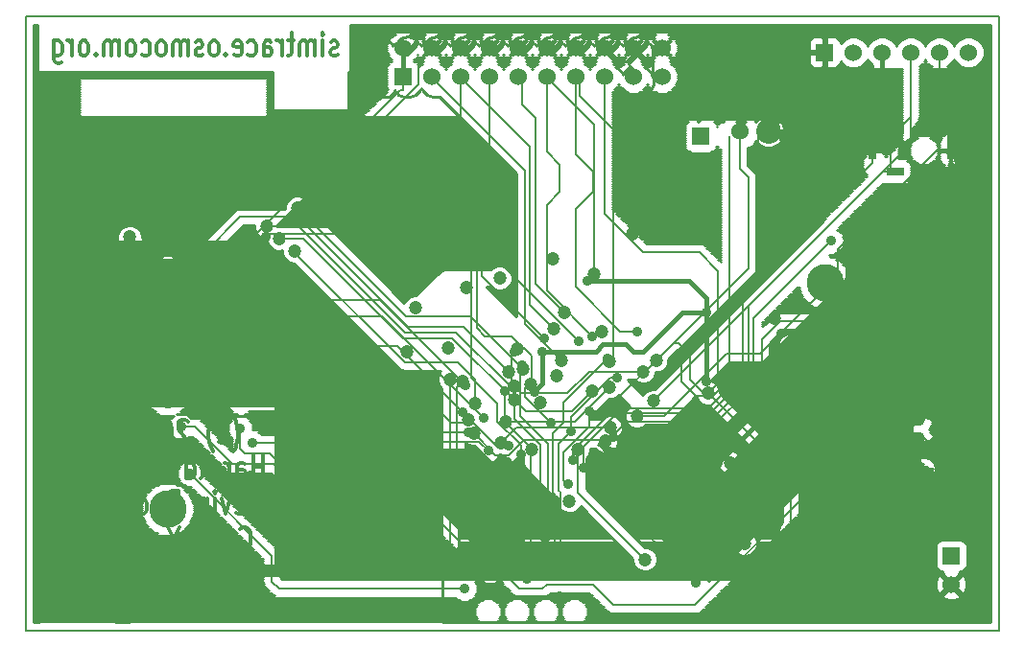
<source format=gbl>
G04 (created by PCBNEW-RS274X (2011-06-08)-testing) date Sa 02 Jul 2011 20:51:35 CEST*
G01*
G70*
G90*
%MOIN*%
G04 Gerber Fmt 3.4, Leading zero omitted, Abs format*
%FSLAX34Y34*%
G04 APERTURE LIST*
%ADD10C,0.006000*%
%ADD11C,0.012000*%
%ADD12C,0.008000*%
%ADD13R,0.060000X0.060000*%
%ADD14C,0.060000*%
%ADD15C,0.086600*%
%ADD16C,0.129900*%
%ADD17C,0.047200*%
%ADD18R,0.027600X0.059100*%
%ADD19R,0.059100X0.027600*%
%ADD20O,0.106300X0.066900*%
%ADD21O,0.065000X0.043300*%
%ADD22C,0.035000*%
%ADD23C,0.016000*%
%ADD24C,0.010000*%
G04 APERTURE END LIST*
G54D10*
G54D11*
X17428Y-55140D02*
X17285Y-55674D01*
X17143Y-55140D01*
X16600Y-55674D02*
X16943Y-55674D01*
X16771Y-55674D02*
X16771Y-54874D01*
X16828Y-54988D01*
X16886Y-55064D01*
X16943Y-55102D01*
X16343Y-55598D02*
X16315Y-55636D01*
X16343Y-55674D01*
X16372Y-55636D01*
X16343Y-55598D01*
X16343Y-55674D01*
X15943Y-54874D02*
X15886Y-54874D01*
X15829Y-54912D01*
X15800Y-54950D01*
X15771Y-55026D01*
X15743Y-55179D01*
X15743Y-55369D01*
X15771Y-55521D01*
X15800Y-55598D01*
X15829Y-55636D01*
X15886Y-55674D01*
X15943Y-55674D01*
X16000Y-55636D01*
X16029Y-55598D01*
X16057Y-55521D01*
X16086Y-55369D01*
X16086Y-55179D01*
X16057Y-55026D01*
X16029Y-54950D01*
X16000Y-54912D01*
X15943Y-54874D01*
X15486Y-55140D02*
X15486Y-55940D01*
X15486Y-55179D02*
X15429Y-55140D01*
X15315Y-55140D01*
X15258Y-55179D01*
X15229Y-55217D01*
X15200Y-55293D01*
X15200Y-55521D01*
X15229Y-55598D01*
X15258Y-55636D01*
X15315Y-55674D01*
X15429Y-55674D01*
X15486Y-55636D01*
X21663Y-50079D02*
X21691Y-50040D01*
X21748Y-49926D01*
X21777Y-49850D01*
X21806Y-49736D01*
X21834Y-49545D01*
X21834Y-49393D01*
X21806Y-49202D01*
X21777Y-49088D01*
X21748Y-49012D01*
X21691Y-48898D01*
X21663Y-48860D01*
X21177Y-49736D02*
X21234Y-49774D01*
X21348Y-49774D01*
X21406Y-49736D01*
X21434Y-49698D01*
X21463Y-49621D01*
X21463Y-49393D01*
X21434Y-49317D01*
X21406Y-49279D01*
X21348Y-49240D01*
X21234Y-49240D01*
X21177Y-49279D01*
X20977Y-50079D02*
X20949Y-50040D01*
X20892Y-49926D01*
X20863Y-49850D01*
X20834Y-49736D01*
X20806Y-49545D01*
X20806Y-49393D01*
X20834Y-49202D01*
X20863Y-49088D01*
X20892Y-49012D01*
X20949Y-48898D01*
X20977Y-48860D01*
X20092Y-49050D02*
X20063Y-49012D01*
X20006Y-48974D01*
X19863Y-48974D01*
X19806Y-49012D01*
X19777Y-49050D01*
X19749Y-49126D01*
X19749Y-49202D01*
X19777Y-49317D01*
X20120Y-49774D01*
X19749Y-49774D01*
X19378Y-48974D02*
X19321Y-48974D01*
X19264Y-49012D01*
X19235Y-49050D01*
X19206Y-49126D01*
X19178Y-49279D01*
X19178Y-49469D01*
X19206Y-49621D01*
X19235Y-49698D01*
X19264Y-49736D01*
X19321Y-49774D01*
X19378Y-49774D01*
X19435Y-49736D01*
X19464Y-49698D01*
X19492Y-49621D01*
X19521Y-49469D01*
X19521Y-49279D01*
X19492Y-49126D01*
X19464Y-49050D01*
X19435Y-49012D01*
X19378Y-48974D01*
X18607Y-49774D02*
X18950Y-49774D01*
X18778Y-49774D02*
X18778Y-48974D01*
X18835Y-49088D01*
X18893Y-49164D01*
X18950Y-49202D01*
X18036Y-49774D02*
X18379Y-49774D01*
X18207Y-49774D02*
X18207Y-48974D01*
X18264Y-49088D01*
X18322Y-49164D01*
X18379Y-49202D01*
X22692Y-51014D02*
X22692Y-50214D01*
X22692Y-50595D02*
X22349Y-50595D01*
X22349Y-51014D02*
X22349Y-50214D01*
X21806Y-51014D02*
X21806Y-50595D01*
X21835Y-50519D01*
X21892Y-50480D01*
X22006Y-50480D01*
X22063Y-50519D01*
X21806Y-50976D02*
X21863Y-51014D01*
X22006Y-51014D01*
X22063Y-50976D01*
X22092Y-50900D01*
X22092Y-50823D01*
X22063Y-50747D01*
X22006Y-50709D01*
X21863Y-50709D01*
X21806Y-50671D01*
X21520Y-51014D02*
X21520Y-50480D01*
X21520Y-50633D02*
X21492Y-50557D01*
X21463Y-50519D01*
X21406Y-50480D01*
X21349Y-50480D01*
X20892Y-51014D02*
X20892Y-50595D01*
X20921Y-50519D01*
X20978Y-50480D01*
X21092Y-50480D01*
X21149Y-50519D01*
X20892Y-50976D02*
X20949Y-51014D01*
X21092Y-51014D01*
X21149Y-50976D01*
X21178Y-50900D01*
X21178Y-50823D01*
X21149Y-50747D01*
X21092Y-50709D01*
X20949Y-50709D01*
X20892Y-50671D01*
X20520Y-51014D02*
X20578Y-50976D01*
X20606Y-50900D01*
X20606Y-50214D01*
X20035Y-51014D02*
X20035Y-50214D01*
X20035Y-50976D02*
X20092Y-51014D01*
X20206Y-51014D01*
X20264Y-50976D01*
X20292Y-50938D01*
X20321Y-50861D01*
X20321Y-50633D01*
X20292Y-50557D01*
X20264Y-50519D01*
X20206Y-50480D01*
X20092Y-50480D01*
X20035Y-50519D01*
X19349Y-50214D02*
X19206Y-51014D01*
X19092Y-50442D01*
X18978Y-51014D01*
X18835Y-50214D01*
X18378Y-50976D02*
X18435Y-51014D01*
X18549Y-51014D01*
X18606Y-50976D01*
X18635Y-50900D01*
X18635Y-50595D01*
X18606Y-50519D01*
X18549Y-50480D01*
X18435Y-50480D01*
X18378Y-50519D01*
X18349Y-50595D01*
X18349Y-50671D01*
X18635Y-50747D01*
X18006Y-51014D02*
X18064Y-50976D01*
X18092Y-50900D01*
X18092Y-50214D01*
X17864Y-50480D02*
X17635Y-50480D01*
X17778Y-50214D02*
X17778Y-50900D01*
X17750Y-50976D01*
X17692Y-51014D01*
X17635Y-51014D01*
X17207Y-50976D02*
X17264Y-51014D01*
X17378Y-51014D01*
X17435Y-50976D01*
X17464Y-50900D01*
X17464Y-50595D01*
X17435Y-50519D01*
X17378Y-50480D01*
X17264Y-50480D01*
X17207Y-50519D01*
X17178Y-50595D01*
X17178Y-50671D01*
X17464Y-50747D01*
X22607Y-52254D02*
X22607Y-51454D01*
X22264Y-52254D02*
X22521Y-51797D01*
X22264Y-51454D02*
X22607Y-51911D01*
X21779Y-52216D02*
X21836Y-52254D01*
X21950Y-52254D01*
X22007Y-52216D01*
X22036Y-52140D01*
X22036Y-51835D01*
X22007Y-51759D01*
X21950Y-51720D01*
X21836Y-51720D01*
X21779Y-51759D01*
X21750Y-51835D01*
X21750Y-51911D01*
X22036Y-51987D01*
X21550Y-51720D02*
X21407Y-52254D01*
X21265Y-51720D01*
X21036Y-52254D02*
X21036Y-51720D01*
X21036Y-51454D02*
X21065Y-51492D01*
X21036Y-51530D01*
X21008Y-51492D01*
X21036Y-51454D01*
X21036Y-51530D01*
X20750Y-51720D02*
X20750Y-52254D01*
X20750Y-51797D02*
X20722Y-51759D01*
X20664Y-51720D01*
X20579Y-51720D01*
X20522Y-51759D01*
X20493Y-51835D01*
X20493Y-52254D01*
X19407Y-52254D02*
X19607Y-51873D01*
X19750Y-52254D02*
X19750Y-51454D01*
X19522Y-51454D01*
X19464Y-51492D01*
X19436Y-51530D01*
X19407Y-51606D01*
X19407Y-51720D01*
X19436Y-51797D01*
X19464Y-51835D01*
X19522Y-51873D01*
X19750Y-51873D01*
X18922Y-52216D02*
X18979Y-52254D01*
X19093Y-52254D01*
X19150Y-52216D01*
X19179Y-52140D01*
X19179Y-51835D01*
X19150Y-51759D01*
X19093Y-51720D01*
X18979Y-51720D01*
X18922Y-51759D01*
X18893Y-51835D01*
X18893Y-51911D01*
X19179Y-51987D01*
X18379Y-52254D02*
X18379Y-51454D01*
X18379Y-52216D02*
X18436Y-52254D01*
X18550Y-52254D01*
X18608Y-52216D01*
X18636Y-52178D01*
X18665Y-52101D01*
X18665Y-51873D01*
X18636Y-51797D01*
X18608Y-51759D01*
X18550Y-51720D01*
X18436Y-51720D01*
X18379Y-51759D01*
X18007Y-52254D02*
X18065Y-52216D01*
X18093Y-52178D01*
X18122Y-52101D01*
X18122Y-51873D01*
X18093Y-51797D01*
X18065Y-51759D01*
X18007Y-51720D01*
X17922Y-51720D01*
X17865Y-51759D01*
X17836Y-51797D01*
X17807Y-51873D01*
X17807Y-52101D01*
X17836Y-52178D01*
X17865Y-52216D01*
X17922Y-52254D01*
X18007Y-52254D01*
X17550Y-51720D02*
X17550Y-52254D01*
X17550Y-51797D02*
X17522Y-51759D01*
X17464Y-51720D01*
X17379Y-51720D01*
X17322Y-51759D01*
X17293Y-51835D01*
X17293Y-52254D01*
X21906Y-53418D02*
X21935Y-53456D01*
X22021Y-53494D01*
X22078Y-53494D01*
X22163Y-53456D01*
X22221Y-53380D01*
X22249Y-53303D01*
X22278Y-53151D01*
X22278Y-53037D01*
X22249Y-52884D01*
X22221Y-52808D01*
X22163Y-52732D01*
X22078Y-52694D01*
X22021Y-52694D01*
X21935Y-52732D01*
X21906Y-52770D01*
X21306Y-53418D02*
X21335Y-53456D01*
X21421Y-53494D01*
X21478Y-53494D01*
X21563Y-53456D01*
X21621Y-53380D01*
X21649Y-53303D01*
X21678Y-53151D01*
X21678Y-53037D01*
X21649Y-52884D01*
X21621Y-52808D01*
X21563Y-52732D01*
X21478Y-52694D01*
X21421Y-52694D01*
X21335Y-52732D01*
X21306Y-52770D01*
X21049Y-53189D02*
X20592Y-53189D01*
X20106Y-53075D02*
X20020Y-53113D01*
X19992Y-53151D01*
X19963Y-53227D01*
X19963Y-53341D01*
X19992Y-53418D01*
X20020Y-53456D01*
X20078Y-53494D01*
X20306Y-53494D01*
X20306Y-52694D01*
X20106Y-52694D01*
X20049Y-52732D01*
X20020Y-52770D01*
X19992Y-52846D01*
X19992Y-52922D01*
X20020Y-52999D01*
X20049Y-53037D01*
X20106Y-53075D01*
X20306Y-53075D01*
X19592Y-53113D02*
X19592Y-53494D01*
X19792Y-52694D02*
X19592Y-53113D01*
X19392Y-52694D01*
X19192Y-53189D02*
X18735Y-53189D01*
X18478Y-53456D02*
X18392Y-53494D01*
X18249Y-53494D01*
X18192Y-53456D01*
X18163Y-53418D01*
X18135Y-53341D01*
X18135Y-53265D01*
X18163Y-53189D01*
X18192Y-53151D01*
X18249Y-53113D01*
X18363Y-53075D01*
X18421Y-53037D01*
X18449Y-52999D01*
X18478Y-52922D01*
X18478Y-52846D01*
X18449Y-52770D01*
X18421Y-52732D01*
X18363Y-52694D01*
X18221Y-52694D01*
X18135Y-52732D01*
X17907Y-53265D02*
X17621Y-53265D01*
X17964Y-53494D02*
X17764Y-52694D01*
X17564Y-53494D01*
G54D12*
X14450Y-56300D02*
X14450Y-34950D01*
X48250Y-56300D02*
X14450Y-56300D01*
X48250Y-34950D02*
X48250Y-56300D01*
X15250Y-34950D02*
X48250Y-34950D01*
X14450Y-34950D02*
X15250Y-34950D01*
G54D11*
X25293Y-36286D02*
X25236Y-36324D01*
X25121Y-36324D01*
X25064Y-36286D01*
X25036Y-36210D01*
X25036Y-36171D01*
X25064Y-36095D01*
X25121Y-36057D01*
X25207Y-36057D01*
X25264Y-36019D01*
X25293Y-35943D01*
X25293Y-35905D01*
X25264Y-35829D01*
X25207Y-35790D01*
X25121Y-35790D01*
X25064Y-35829D01*
X24778Y-36324D02*
X24778Y-35790D01*
X24778Y-35524D02*
X24807Y-35562D01*
X24778Y-35600D01*
X24750Y-35562D01*
X24778Y-35524D01*
X24778Y-35600D01*
X24492Y-36324D02*
X24492Y-35790D01*
X24492Y-35867D02*
X24464Y-35829D01*
X24406Y-35790D01*
X24321Y-35790D01*
X24264Y-35829D01*
X24235Y-35905D01*
X24235Y-36324D01*
X24235Y-35905D02*
X24206Y-35829D01*
X24149Y-35790D01*
X24064Y-35790D01*
X24006Y-35829D01*
X23978Y-35905D01*
X23978Y-36324D01*
X23778Y-35790D02*
X23549Y-35790D01*
X23692Y-35524D02*
X23692Y-36210D01*
X23664Y-36286D01*
X23606Y-36324D01*
X23549Y-36324D01*
X23349Y-36324D02*
X23349Y-35790D01*
X23349Y-35943D02*
X23321Y-35867D01*
X23292Y-35829D01*
X23235Y-35790D01*
X23178Y-35790D01*
X22721Y-36324D02*
X22721Y-35905D01*
X22750Y-35829D01*
X22807Y-35790D01*
X22921Y-35790D01*
X22978Y-35829D01*
X22721Y-36286D02*
X22778Y-36324D01*
X22921Y-36324D01*
X22978Y-36286D01*
X23007Y-36210D01*
X23007Y-36133D01*
X22978Y-36057D01*
X22921Y-36019D01*
X22778Y-36019D01*
X22721Y-35981D01*
X22178Y-36286D02*
X22235Y-36324D01*
X22349Y-36324D01*
X22407Y-36286D01*
X22435Y-36248D01*
X22464Y-36171D01*
X22464Y-35943D01*
X22435Y-35867D01*
X22407Y-35829D01*
X22349Y-35790D01*
X22235Y-35790D01*
X22178Y-35829D01*
X21693Y-36286D02*
X21750Y-36324D01*
X21864Y-36324D01*
X21921Y-36286D01*
X21950Y-36210D01*
X21950Y-35905D01*
X21921Y-35829D01*
X21864Y-35790D01*
X21750Y-35790D01*
X21693Y-35829D01*
X21664Y-35905D01*
X21664Y-35981D01*
X21950Y-36057D01*
X21407Y-36248D02*
X21379Y-36286D01*
X21407Y-36324D01*
X21436Y-36286D01*
X21407Y-36248D01*
X21407Y-36324D01*
X21035Y-36324D02*
X21093Y-36286D01*
X21121Y-36248D01*
X21150Y-36171D01*
X21150Y-35943D01*
X21121Y-35867D01*
X21093Y-35829D01*
X21035Y-35790D01*
X20950Y-35790D01*
X20893Y-35829D01*
X20864Y-35867D01*
X20835Y-35943D01*
X20835Y-36171D01*
X20864Y-36248D01*
X20893Y-36286D01*
X20950Y-36324D01*
X21035Y-36324D01*
X20607Y-36286D02*
X20550Y-36324D01*
X20435Y-36324D01*
X20378Y-36286D01*
X20350Y-36210D01*
X20350Y-36171D01*
X20378Y-36095D01*
X20435Y-36057D01*
X20521Y-36057D01*
X20578Y-36019D01*
X20607Y-35943D01*
X20607Y-35905D01*
X20578Y-35829D01*
X20521Y-35790D01*
X20435Y-35790D01*
X20378Y-35829D01*
X20092Y-36324D02*
X20092Y-35790D01*
X20092Y-35867D02*
X20064Y-35829D01*
X20006Y-35790D01*
X19921Y-35790D01*
X19864Y-35829D01*
X19835Y-35905D01*
X19835Y-36324D01*
X19835Y-35905D02*
X19806Y-35829D01*
X19749Y-35790D01*
X19664Y-35790D01*
X19606Y-35829D01*
X19578Y-35905D01*
X19578Y-36324D01*
X19206Y-36324D02*
X19264Y-36286D01*
X19292Y-36248D01*
X19321Y-36171D01*
X19321Y-35943D01*
X19292Y-35867D01*
X19264Y-35829D01*
X19206Y-35790D01*
X19121Y-35790D01*
X19064Y-35829D01*
X19035Y-35867D01*
X19006Y-35943D01*
X19006Y-36171D01*
X19035Y-36248D01*
X19064Y-36286D01*
X19121Y-36324D01*
X19206Y-36324D01*
X18492Y-36286D02*
X18549Y-36324D01*
X18663Y-36324D01*
X18721Y-36286D01*
X18749Y-36248D01*
X18778Y-36171D01*
X18778Y-35943D01*
X18749Y-35867D01*
X18721Y-35829D01*
X18663Y-35790D01*
X18549Y-35790D01*
X18492Y-35829D01*
X18149Y-36324D02*
X18207Y-36286D01*
X18235Y-36248D01*
X18264Y-36171D01*
X18264Y-35943D01*
X18235Y-35867D01*
X18207Y-35829D01*
X18149Y-35790D01*
X18064Y-35790D01*
X18007Y-35829D01*
X17978Y-35867D01*
X17949Y-35943D01*
X17949Y-36171D01*
X17978Y-36248D01*
X18007Y-36286D01*
X18064Y-36324D01*
X18149Y-36324D01*
X17692Y-36324D02*
X17692Y-35790D01*
X17692Y-35867D02*
X17664Y-35829D01*
X17606Y-35790D01*
X17521Y-35790D01*
X17464Y-35829D01*
X17435Y-35905D01*
X17435Y-36324D01*
X17435Y-35905D02*
X17406Y-35829D01*
X17349Y-35790D01*
X17264Y-35790D01*
X17206Y-35829D01*
X17178Y-35905D01*
X17178Y-36324D01*
X16892Y-36248D02*
X16864Y-36286D01*
X16892Y-36324D01*
X16921Y-36286D01*
X16892Y-36248D01*
X16892Y-36324D01*
X16520Y-36324D02*
X16578Y-36286D01*
X16606Y-36248D01*
X16635Y-36171D01*
X16635Y-35943D01*
X16606Y-35867D01*
X16578Y-35829D01*
X16520Y-35790D01*
X16435Y-35790D01*
X16378Y-35829D01*
X16349Y-35867D01*
X16320Y-35943D01*
X16320Y-36171D01*
X16349Y-36248D01*
X16378Y-36286D01*
X16435Y-36324D01*
X16520Y-36324D01*
X16063Y-36324D02*
X16063Y-35790D01*
X16063Y-35943D02*
X16035Y-35867D01*
X16006Y-35829D01*
X15949Y-35790D01*
X15892Y-35790D01*
X15435Y-35790D02*
X15435Y-36438D01*
X15464Y-36514D01*
X15492Y-36552D01*
X15549Y-36590D01*
X15635Y-36590D01*
X15692Y-36552D01*
X15435Y-36286D02*
X15492Y-36324D01*
X15606Y-36324D01*
X15664Y-36286D01*
X15692Y-36248D01*
X15721Y-36171D01*
X15721Y-35943D01*
X15692Y-35867D01*
X15664Y-35829D01*
X15606Y-35790D01*
X15492Y-35790D01*
X15435Y-35829D01*
G54D13*
X27550Y-37050D03*
G54D14*
X27550Y-36050D03*
X28550Y-37050D03*
X28550Y-36050D03*
X29550Y-37050D03*
X29550Y-36050D03*
X30550Y-37050D03*
X30550Y-36050D03*
X31550Y-37050D03*
X31550Y-36050D03*
X32550Y-37050D03*
X32550Y-36050D03*
X33550Y-37050D03*
X33550Y-36050D03*
X34550Y-37050D03*
X34550Y-36050D03*
X35550Y-37050D03*
X35550Y-36050D03*
X36550Y-37050D03*
X36550Y-36050D03*
G54D13*
X37900Y-39100D03*
G54D14*
X39250Y-38950D03*
G54D15*
X40250Y-38950D03*
G54D14*
X40900Y-39100D03*
G54D13*
X46600Y-53700D03*
G54D14*
X46600Y-54700D03*
G54D13*
X42200Y-36200D03*
G54D14*
X43200Y-36200D03*
X44200Y-36200D03*
X45200Y-36200D03*
X46200Y-36200D03*
X47200Y-36200D03*
G54D15*
X19383Y-48150D03*
X42217Y-48150D03*
G54D16*
X19383Y-52087D03*
X19383Y-44213D03*
X42217Y-52087D03*
X42217Y-44213D03*
G54D17*
X34742Y-46956D03*
X22816Y-42245D03*
X31421Y-47811D03*
X35910Y-47293D03*
X31131Y-49039D03*
X34737Y-47832D03*
X35965Y-53828D03*
X33639Y-50003D03*
X36268Y-48322D03*
X35682Y-48858D03*
X20750Y-44550D03*
X31217Y-47293D03*
X18070Y-42624D03*
X23261Y-42681D03*
X31426Y-48290D03*
X34128Y-47979D03*
X30050Y-52300D03*
X29645Y-47626D03*
X28800Y-53750D03*
X29191Y-47561D03*
X23892Y-41603D03*
X31733Y-47209D03*
X30973Y-49764D03*
X34764Y-49247D03*
X23802Y-43110D03*
X30055Y-48393D03*
X41028Y-52849D03*
X38147Y-48037D03*
X30013Y-49446D03*
X34597Y-49724D03*
X33174Y-45257D03*
X33063Y-46911D03*
X34193Y-43899D03*
X36353Y-46899D03*
X32812Y-45800D03*
X29777Y-44364D03*
X32900Y-47435D03*
X39422Y-53275D03*
X38933Y-50482D03*
X32018Y-50002D03*
X33332Y-51799D03*
X34468Y-45915D03*
X32772Y-43374D03*
X31986Y-47726D03*
X31514Y-46505D03*
X28618Y-42765D03*
X28093Y-44156D03*
X31150Y-51924D03*
X32784Y-51816D03*
X27696Y-46611D03*
X29830Y-48992D03*
X29117Y-46460D03*
X32321Y-48367D03*
X40475Y-45434D03*
X30923Y-44046D03*
X27997Y-45069D03*
X35524Y-42509D03*
G54D12*
X33700Y-37200D02*
X33700Y-37700D01*
X33700Y-37700D02*
X34866Y-38866D01*
X34742Y-46956D02*
X34866Y-46832D01*
X34866Y-46832D02*
X34866Y-38866D01*
X31283Y-47811D02*
X31421Y-47811D01*
X29398Y-45926D02*
X31283Y-47811D01*
X27615Y-45926D02*
X29398Y-45926D01*
X23934Y-42245D02*
X27615Y-45926D01*
X22816Y-42245D02*
X23934Y-42245D01*
X31658Y-48048D02*
X31421Y-47811D01*
X33260Y-48048D02*
X31658Y-48048D01*
X34015Y-47293D02*
X33260Y-48048D01*
X35910Y-47293D02*
X34015Y-47293D01*
X33530Y-49039D02*
X34737Y-47832D01*
X31131Y-49039D02*
X33530Y-49039D01*
X35965Y-53828D02*
X33639Y-51502D01*
X33639Y-51502D02*
X33639Y-50003D01*
X45200Y-39390D02*
X36268Y-48322D01*
X45200Y-36200D02*
X45200Y-39390D01*
X36616Y-48858D02*
X35682Y-48858D01*
X38790Y-46684D02*
X36616Y-48858D01*
X39948Y-46684D02*
X38790Y-46684D01*
X42672Y-43960D02*
X39948Y-46684D01*
X42672Y-43050D02*
X42672Y-43960D01*
X46200Y-39522D02*
X42672Y-43050D01*
X46200Y-36200D02*
X46200Y-39522D01*
X20700Y-44500D02*
X20700Y-44000D01*
X20750Y-44550D02*
X20700Y-44500D01*
X18575Y-43129D02*
X18070Y-42624D01*
X20700Y-43129D02*
X18575Y-43129D01*
X20700Y-44056D02*
X20700Y-44000D01*
X20700Y-44000D02*
X20700Y-43129D01*
X29666Y-45742D02*
X31217Y-47293D01*
X27713Y-45742D02*
X29666Y-45742D01*
X23895Y-41924D02*
X27713Y-45742D01*
X21905Y-41924D02*
X23895Y-41924D01*
X20700Y-43129D02*
X21905Y-41924D01*
X33421Y-48686D02*
X34128Y-47979D01*
X31822Y-48686D02*
X33421Y-48686D01*
X31426Y-48290D02*
X31822Y-48686D01*
X29278Y-46142D02*
X31426Y-48290D01*
X27571Y-46142D02*
X29278Y-46142D01*
X24110Y-42681D02*
X27571Y-46142D01*
X23261Y-42681D02*
X24110Y-42681D01*
X30050Y-52300D02*
X29600Y-52300D01*
X29600Y-52300D02*
X29440Y-52140D01*
X29440Y-47831D02*
X29645Y-47626D01*
X29440Y-52140D02*
X29440Y-47831D01*
X29200Y-52300D02*
X29191Y-52300D01*
X29191Y-52309D02*
X29200Y-52300D01*
X29191Y-53359D02*
X29191Y-52309D01*
X28800Y-53750D02*
X29191Y-53359D01*
X29191Y-52300D02*
X29191Y-47561D01*
X29912Y-45388D02*
X31733Y-47209D01*
X27677Y-45388D02*
X29912Y-45388D01*
X23892Y-41603D02*
X27677Y-45388D01*
X31490Y-49247D02*
X34764Y-49247D01*
X30973Y-49764D02*
X31490Y-49247D01*
X23802Y-43167D02*
X23802Y-43110D01*
X27623Y-46988D02*
X23802Y-43167D01*
X29477Y-46988D02*
X27623Y-46988D01*
X30055Y-47566D02*
X29477Y-46988D01*
X30055Y-48393D02*
X30055Y-47566D01*
X41028Y-50918D02*
X38147Y-48037D01*
X41028Y-52849D02*
X41028Y-50918D01*
X34557Y-49684D02*
X34597Y-49724D01*
X31755Y-49684D02*
X34557Y-49684D01*
X31240Y-50199D02*
X31755Y-49684D01*
X30766Y-50199D02*
X31240Y-50199D01*
X30013Y-49446D02*
X30766Y-50199D01*
X31700Y-37200D02*
X31700Y-38000D01*
X31700Y-38000D02*
X32163Y-38463D01*
X33174Y-45257D02*
X32163Y-44246D01*
X32163Y-44246D02*
X32163Y-38463D01*
X31795Y-40295D02*
X28700Y-37200D01*
X31795Y-45643D02*
X31795Y-40295D01*
X33063Y-46911D02*
X31795Y-45643D01*
X34193Y-38693D02*
X32700Y-37200D01*
X34193Y-43899D02*
X34193Y-38693D01*
X39250Y-38950D02*
X39250Y-40250D01*
X39250Y-40250D02*
X39550Y-40550D01*
X39550Y-43702D02*
X36353Y-46899D01*
X39550Y-40550D02*
X39550Y-43702D01*
X31979Y-39479D02*
X29700Y-37200D01*
X31979Y-44967D02*
X31979Y-39479D01*
X32812Y-45800D02*
X31979Y-44967D01*
G54D18*
X46595Y-39600D03*
G54D19*
X44666Y-40328D03*
X44666Y-38872D03*
G54D18*
X43878Y-39600D03*
G54D20*
X46761Y-50737D03*
X46761Y-47863D03*
G54D21*
X44665Y-49930D03*
X44665Y-49300D03*
X44665Y-48670D03*
X45353Y-49615D03*
X45353Y-48985D03*
G54D22*
X38100Y-47650D03*
X33950Y-44150D03*
X38100Y-45250D03*
X32381Y-46593D03*
X32122Y-48008D03*
X34042Y-48691D03*
X33280Y-51206D03*
X35475Y-49372D03*
X46403Y-45736D03*
X32500Y-53650D03*
X34665Y-46842D03*
X22328Y-49781D03*
X26051Y-47815D03*
X31232Y-49886D03*
X28631Y-48470D03*
X33845Y-50631D03*
X33464Y-50369D03*
X24224Y-50080D03*
X27249Y-47275D03*
X29700Y-54850D03*
X20150Y-50850D03*
X31850Y-54500D03*
X33395Y-49386D03*
X35003Y-47501D03*
X23838Y-48039D03*
X25507Y-46753D03*
X31436Y-46623D03*
X32332Y-52578D03*
X31712Y-47061D03*
X32509Y-53094D03*
X29736Y-47770D03*
X23071Y-44795D03*
X21911Y-49270D03*
X29814Y-49412D03*
X30352Y-48908D03*
X22997Y-45371D03*
X21925Y-48358D03*
X26064Y-47352D03*
X37727Y-54653D03*
X34177Y-50252D03*
X29938Y-41291D03*
X32454Y-46139D03*
X27050Y-38900D03*
X31656Y-50189D03*
X34131Y-46062D03*
X32696Y-49060D03*
X35700Y-45900D03*
X42446Y-42745D03*
X42450Y-40750D03*
X34876Y-49563D03*
X33654Y-46232D03*
X19850Y-49200D03*
X27270Y-49734D03*
X30518Y-50049D03*
X30568Y-54229D03*
X26470Y-50131D03*
X38489Y-50467D03*
X40977Y-46417D03*
X29636Y-48701D03*
X22732Y-46424D03*
X22250Y-50900D03*
X24450Y-51800D03*
X26500Y-40200D03*
X47500Y-42200D03*
X33000Y-55100D03*
X27893Y-51021D03*
X29197Y-51944D03*
X40682Y-45977D03*
X27778Y-41852D03*
X25345Y-50750D03*
X28661Y-50057D03*
X39708Y-48759D03*
X22810Y-42605D03*
X29031Y-42516D03*
X37228Y-46836D03*
X43685Y-48295D03*
X31109Y-47972D03*
X45900Y-50200D03*
X43900Y-51450D03*
X43200Y-49300D03*
G54D23*
X32122Y-48008D02*
X32122Y-47978D01*
X32381Y-47719D02*
X32381Y-46593D01*
X32122Y-47978D02*
X32381Y-47719D01*
X33950Y-44150D02*
X37500Y-44150D01*
X37500Y-44150D02*
X38100Y-44750D01*
X38100Y-44750D02*
X38100Y-45250D01*
X32381Y-46593D02*
X34257Y-46593D01*
X34257Y-46593D02*
X34500Y-46350D01*
X34500Y-46350D02*
X35300Y-46350D01*
X35300Y-46350D02*
X35550Y-46600D01*
X35550Y-46600D02*
X35900Y-46600D01*
X35900Y-46600D02*
X37250Y-45250D01*
X37250Y-45250D02*
X38100Y-45250D01*
X38100Y-45250D02*
X38100Y-47650D01*
G54D12*
X37500Y-44150D02*
X37619Y-44269D01*
X37619Y-44269D02*
X38100Y-44750D01*
X38100Y-44750D02*
X38100Y-45250D01*
X34550Y-37050D02*
X34550Y-41800D01*
X37850Y-43150D02*
X38502Y-43802D01*
X35900Y-43150D02*
X37850Y-43150D01*
X34550Y-41800D02*
X35900Y-43150D01*
X34042Y-49204D02*
X34042Y-48691D01*
X33144Y-50102D02*
X34042Y-49204D01*
X33144Y-51070D02*
X33144Y-50102D01*
X33280Y-51206D02*
X33144Y-51070D01*
X34557Y-48691D02*
X34042Y-48691D01*
X36951Y-46297D02*
X34557Y-48691D01*
X37140Y-46297D02*
X36951Y-46297D01*
X37546Y-46703D02*
X37140Y-46297D01*
X37546Y-47574D02*
X37546Y-46703D01*
X37941Y-47969D02*
X37546Y-47574D01*
X38232Y-47969D02*
X37941Y-47969D01*
X38502Y-47699D02*
X38232Y-47969D01*
X38502Y-43802D02*
X38502Y-47699D01*
X38140Y-49372D02*
X35475Y-49372D01*
X40017Y-47495D02*
X38140Y-49372D01*
X40017Y-46191D02*
X40017Y-47495D01*
X40657Y-45551D02*
X40017Y-46191D01*
X43902Y-45551D02*
X40657Y-45551D01*
X45245Y-46894D02*
X43902Y-45551D01*
X45245Y-48985D02*
X45245Y-46894D01*
X45245Y-46894D02*
X46403Y-45736D01*
X32833Y-53350D02*
X32800Y-53350D01*
X32800Y-53350D02*
X32500Y-53650D01*
X32833Y-53350D02*
X32833Y-51569D01*
X32833Y-51569D02*
X32778Y-51514D01*
X32778Y-51514D02*
X32778Y-49455D01*
X32778Y-49455D02*
X33143Y-49090D01*
X33143Y-49090D02*
X33143Y-48364D01*
X33143Y-48364D02*
X34665Y-46842D01*
X24073Y-49781D02*
X22328Y-49781D01*
X26039Y-47815D02*
X24073Y-49781D01*
X26051Y-47815D02*
X26039Y-47815D01*
X31232Y-49885D02*
X31232Y-49886D01*
X30809Y-49885D02*
X31232Y-49885D01*
X30003Y-49079D02*
X30809Y-49885D01*
X29240Y-49079D02*
X30003Y-49079D01*
X28631Y-48470D02*
X29240Y-49079D01*
X44666Y-38872D02*
X44776Y-38872D01*
X44666Y-40328D02*
X44480Y-40328D01*
X44480Y-40328D02*
X44227Y-40328D01*
X44480Y-39168D02*
X44776Y-38872D01*
X44480Y-40328D02*
X44480Y-39168D01*
X45200Y-38448D02*
X45200Y-36200D01*
X44776Y-38872D02*
X45200Y-38448D01*
X33845Y-49922D02*
X33845Y-50631D01*
X35008Y-48759D02*
X33845Y-49922D01*
X38232Y-48759D02*
X35008Y-48759D01*
X39560Y-47431D02*
X38232Y-48759D01*
X39560Y-44995D02*
X39560Y-47431D01*
X44227Y-40328D02*
X39560Y-44995D01*
X43878Y-39600D02*
X43878Y-40039D01*
X33464Y-50043D02*
X33464Y-50369D01*
X34931Y-48576D02*
X33464Y-50043D01*
X38155Y-48576D02*
X34931Y-48576D01*
X39377Y-47354D02*
X38155Y-48576D01*
X39377Y-44540D02*
X39377Y-47354D01*
X43878Y-40039D02*
X39377Y-44540D01*
X27249Y-47275D02*
X24444Y-50080D01*
X24444Y-50080D02*
X24224Y-50080D01*
X23250Y-54850D02*
X29700Y-54850D01*
X23000Y-54600D02*
X23250Y-54850D01*
X23000Y-53700D02*
X23000Y-54600D01*
X20150Y-50850D02*
X23000Y-53700D01*
X33016Y-53700D02*
X33016Y-53734D01*
X33395Y-49386D02*
X32961Y-49820D01*
X32961Y-51436D02*
X32961Y-49820D01*
X33016Y-51491D02*
X32961Y-51436D01*
X33016Y-53700D02*
X33016Y-51491D01*
X33016Y-53734D02*
X32250Y-54500D01*
X32250Y-54500D02*
X31850Y-54500D01*
X33395Y-48875D02*
X33395Y-49386D01*
X34769Y-47501D02*
X33395Y-48875D01*
X35003Y-47501D02*
X34769Y-47501D01*
X25124Y-46753D02*
X25507Y-46753D01*
X23838Y-48039D02*
X25124Y-46753D01*
X31334Y-46725D02*
X31436Y-46623D01*
X31334Y-47606D02*
X31334Y-46725D01*
X31438Y-47710D02*
X31334Y-47606D01*
X31438Y-48945D02*
X31438Y-47710D01*
X32332Y-49839D02*
X31438Y-48945D01*
X32332Y-52578D02*
X32332Y-49839D01*
X32650Y-52953D02*
X32509Y-53094D01*
X32650Y-51906D02*
X32650Y-52953D01*
X32595Y-51851D02*
X32650Y-51906D01*
X32595Y-49806D02*
X32595Y-51851D01*
X31621Y-48832D02*
X32595Y-49806D01*
X31621Y-47152D02*
X31621Y-48832D01*
X31712Y-47061D02*
X31621Y-47152D01*
X26761Y-44795D02*
X29736Y-47770D01*
X23071Y-44795D02*
X26761Y-44795D01*
X29814Y-49412D02*
X25644Y-49412D01*
X25644Y-49412D02*
X24657Y-50399D01*
X24657Y-50399D02*
X23210Y-50399D01*
X23210Y-50399D02*
X22941Y-50130D01*
X22941Y-50130D02*
X22049Y-50130D01*
X22049Y-50130D02*
X21911Y-49992D01*
X21911Y-49992D02*
X21911Y-49270D01*
X26815Y-45371D02*
X30352Y-48908D01*
X22997Y-45371D02*
X26815Y-45371D01*
X25058Y-48358D02*
X26064Y-47352D01*
X21925Y-48358D02*
X25058Y-48358D01*
X34177Y-51103D02*
X34177Y-50252D01*
X37727Y-54653D02*
X34177Y-51103D01*
X30306Y-43991D02*
X32454Y-46139D01*
X30306Y-41659D02*
X30306Y-43991D01*
X29938Y-41291D02*
X30306Y-41659D01*
X27050Y-38900D02*
X27050Y-39950D01*
X28500Y-42150D02*
X29293Y-42150D01*
X28350Y-42000D02*
X28500Y-42150D01*
X28350Y-41250D02*
X28350Y-42000D01*
X27050Y-39950D02*
X28350Y-41250D01*
X31656Y-49858D02*
X31656Y-50189D01*
X30837Y-49039D02*
X31656Y-49858D01*
X30837Y-48396D02*
X30837Y-49039D01*
X29939Y-47498D02*
X30837Y-48396D01*
X29939Y-42796D02*
X29939Y-47498D01*
X29293Y-42150D02*
X29939Y-42796D01*
X32550Y-39600D02*
X32550Y-39650D01*
X33000Y-41050D02*
X32550Y-41500D01*
X33000Y-40100D02*
X33000Y-41050D01*
X32550Y-39650D02*
X33000Y-40100D01*
X32550Y-44481D02*
X32550Y-41500D01*
X34131Y-46062D02*
X32550Y-44481D01*
X32550Y-39600D02*
X32550Y-37050D01*
X31338Y-46062D02*
X30412Y-46062D01*
X30121Y-44650D02*
X30122Y-44650D01*
X30121Y-45771D02*
X30121Y-44650D01*
X30412Y-46062D02*
X30121Y-45771D01*
X31804Y-48168D02*
X32696Y-49060D01*
X31804Y-47876D02*
X31804Y-48168D01*
X32032Y-47648D02*
X31804Y-47876D01*
X32032Y-46756D02*
X32032Y-47648D01*
X31338Y-46062D02*
X32032Y-46756D01*
X30122Y-42720D02*
X30122Y-44650D01*
X29550Y-42148D02*
X30122Y-42720D01*
X29550Y-37050D02*
X29550Y-42148D01*
X35700Y-45900D02*
X35105Y-45900D01*
X35105Y-45900D02*
X33550Y-44345D01*
X33550Y-39700D02*
X33550Y-39750D01*
X34150Y-41050D02*
X33550Y-41650D01*
X34150Y-40350D02*
X34150Y-41050D01*
X33550Y-39750D02*
X34150Y-40350D01*
X33550Y-44345D02*
X33550Y-41650D01*
X33550Y-39700D02*
X33550Y-37050D01*
X39900Y-39100D02*
X39900Y-40300D01*
X40100Y-40500D02*
X39900Y-40300D01*
X42200Y-40500D02*
X40100Y-40500D01*
X42450Y-40750D02*
X42200Y-40500D01*
X42446Y-42745D02*
X39744Y-45447D01*
X39744Y-45447D02*
X39744Y-47507D01*
X39744Y-47507D02*
X38197Y-49054D01*
X38197Y-49054D02*
X35343Y-49054D01*
X35343Y-49054D02*
X34876Y-49521D01*
X34876Y-49521D02*
X34876Y-49563D01*
X30550Y-39700D02*
X31000Y-40150D01*
X31000Y-41050D02*
X30550Y-41500D01*
X31000Y-40150D02*
X31000Y-41050D01*
X30550Y-43128D02*
X33654Y-46232D01*
X30550Y-37050D02*
X30550Y-39700D01*
X30550Y-41500D02*
X30550Y-43128D01*
X19850Y-49200D02*
X19861Y-49211D01*
X19861Y-49211D02*
X20339Y-49211D01*
X27270Y-49734D02*
X25706Y-49734D01*
X21635Y-50507D02*
X20664Y-49536D01*
X20664Y-49536D02*
X20339Y-49211D01*
X23058Y-50507D02*
X21635Y-50507D01*
X23133Y-50582D02*
X23058Y-50507D01*
X24858Y-50582D02*
X23133Y-50582D01*
X25706Y-49734D02*
X24858Y-50582D01*
X20339Y-49211D02*
X20338Y-49210D01*
X30203Y-49734D02*
X27270Y-49734D01*
X30518Y-50049D02*
X30203Y-49734D01*
X26470Y-50131D02*
X30568Y-54229D01*
G54D23*
X40900Y-39100D02*
X42950Y-39100D01*
X44200Y-37850D02*
X44200Y-36200D01*
X42950Y-39100D02*
X44200Y-37850D01*
X27550Y-36050D02*
X27550Y-37050D01*
X38489Y-50467D02*
X38506Y-50467D01*
X38506Y-50467D02*
X40977Y-47996D01*
X40977Y-47996D02*
X40977Y-46417D01*
G54D12*
X40986Y-47987D02*
X40986Y-46417D01*
X38506Y-50467D02*
X38552Y-50421D01*
X38552Y-50421D02*
X40986Y-47987D01*
X40986Y-46417D02*
X40977Y-46417D01*
X40986Y-46383D02*
X40987Y-46383D01*
X40986Y-46417D02*
X40986Y-46383D01*
X27550Y-37050D02*
X27550Y-37493D01*
X22740Y-46416D02*
X22732Y-46424D01*
X27351Y-46416D02*
X29636Y-48701D01*
X22740Y-46416D02*
X27351Y-46416D01*
X22492Y-46168D02*
X22740Y-46416D01*
X22492Y-42473D02*
X22492Y-46168D01*
X27472Y-37493D02*
X22492Y-42473D01*
X27550Y-37493D02*
X27472Y-37493D01*
X24796Y-51300D02*
X22650Y-51300D01*
X22650Y-51300D02*
X22250Y-50900D01*
X24796Y-51299D02*
X24796Y-51300D01*
X24796Y-51300D02*
X24796Y-51454D01*
X24796Y-51454D02*
X24450Y-51800D01*
X26500Y-40200D02*
X26500Y-39700D01*
X26500Y-39700D02*
X26350Y-39550D01*
X28100Y-37250D02*
X28106Y-37250D01*
X28106Y-37256D02*
X28100Y-37250D01*
X28106Y-37294D02*
X28106Y-37256D01*
X26350Y-39050D02*
X28106Y-37294D01*
X26350Y-39550D02*
X26350Y-39050D01*
X27778Y-41478D02*
X27778Y-41852D01*
X26500Y-40200D02*
X27778Y-41478D01*
X46595Y-41295D02*
X46595Y-39600D01*
X47500Y-42200D02*
X46595Y-41295D01*
X30874Y-53427D02*
X30877Y-53427D01*
X31050Y-55100D02*
X33000Y-55100D01*
X30900Y-54950D02*
X31050Y-55100D01*
X30900Y-53450D02*
X30900Y-54950D01*
X30877Y-53427D02*
X30900Y-53450D01*
X29391Y-51944D02*
X30874Y-53427D01*
X29197Y-51944D02*
X29391Y-51944D01*
X24796Y-51299D02*
X25345Y-50750D01*
X44773Y-48670D02*
X44196Y-48670D01*
X41818Y-45977D02*
X40682Y-45977D01*
X44196Y-48355D02*
X41818Y-45977D01*
X44196Y-48670D02*
X44196Y-48355D01*
X28550Y-36050D02*
X28106Y-36494D01*
X28106Y-36494D02*
X28106Y-37250D01*
X28274Y-50444D02*
X28661Y-50057D01*
X28274Y-51021D02*
X28274Y-50444D01*
X27893Y-51021D02*
X28274Y-51021D01*
X28274Y-51021D02*
X29197Y-51944D01*
X40561Y-46098D02*
X40682Y-45977D01*
X40561Y-47906D02*
X40561Y-46098D01*
X39708Y-48759D02*
X40561Y-47906D01*
X22810Y-42605D02*
X22899Y-42516D01*
X22899Y-42516D02*
X29031Y-42516D01*
X38900Y-47570D02*
X38900Y-39100D01*
X38317Y-48153D02*
X38900Y-47570D01*
X37729Y-48153D02*
X38317Y-48153D01*
X37228Y-47652D02*
X37729Y-48153D01*
X37228Y-46836D02*
X37228Y-47652D01*
X32007Y-52850D02*
X32007Y-53493D01*
X34150Y-54700D02*
X34500Y-55050D01*
X32550Y-54700D02*
X34150Y-54700D01*
X32400Y-54850D02*
X32550Y-54700D01*
X31600Y-54850D02*
X32400Y-54850D01*
X31250Y-54500D02*
X31600Y-54850D01*
X31250Y-54250D02*
X31250Y-54500D01*
X32007Y-53493D02*
X31250Y-54250D01*
X32007Y-53900D02*
X32007Y-54057D01*
X34450Y-55000D02*
X34500Y-55050D01*
X34500Y-55050D02*
X34867Y-55417D01*
X37702Y-55417D02*
X34867Y-55417D01*
X41826Y-51293D02*
X37702Y-55417D01*
X41826Y-50154D02*
X41826Y-51293D01*
X43685Y-48295D02*
X41826Y-50154D01*
X31109Y-49051D02*
X31109Y-47972D01*
X32007Y-49949D02*
X31109Y-49051D01*
X32007Y-53900D02*
X32007Y-52850D01*
X32007Y-52850D02*
X32007Y-49949D01*
X45900Y-49850D02*
X45900Y-50200D01*
X45665Y-49615D02*
X45900Y-49850D01*
X45245Y-49615D02*
X45665Y-49615D01*
G54D23*
X43900Y-50300D02*
X43900Y-51450D01*
X44270Y-49930D02*
X43900Y-50300D01*
X44773Y-49930D02*
X44270Y-49930D01*
G54D12*
X44773Y-49300D02*
X43200Y-49300D01*
G54D24*
X26670Y-38704D02*
X26670Y-38704D01*
X26591Y-38784D02*
X26637Y-38784D01*
X26511Y-38864D02*
X26625Y-38864D01*
X26431Y-38944D02*
X26625Y-38944D01*
X26351Y-39024D02*
X26642Y-39024D01*
X26271Y-39104D02*
X26675Y-39104D01*
X26191Y-39184D02*
X26733Y-39184D01*
X26111Y-39264D02*
X26760Y-39264D01*
X26031Y-39344D02*
X26760Y-39344D01*
X25951Y-39424D02*
X26760Y-39424D01*
X25871Y-39504D02*
X26760Y-39504D01*
X25791Y-39584D02*
X26760Y-39584D01*
X25711Y-39664D02*
X26760Y-39664D01*
X25631Y-39744D02*
X26760Y-39744D01*
X25551Y-39824D02*
X26760Y-39824D01*
X25471Y-39904D02*
X26760Y-39904D01*
X25391Y-39984D02*
X26767Y-39984D01*
X25311Y-40064D02*
X26785Y-40064D01*
X25231Y-40144D02*
X26838Y-40144D01*
X25151Y-40224D02*
X26914Y-40224D01*
X25071Y-40304D02*
X26994Y-40304D01*
X24991Y-40384D02*
X27074Y-40384D01*
X24911Y-40464D02*
X27154Y-40464D01*
X24831Y-40544D02*
X27234Y-40544D01*
X24751Y-40624D02*
X27314Y-40624D01*
X24671Y-40704D02*
X27394Y-40704D01*
X24591Y-40784D02*
X27474Y-40784D01*
X24511Y-40864D02*
X27554Y-40864D01*
X24431Y-40944D02*
X27634Y-40944D01*
X24351Y-41024D02*
X27714Y-41024D01*
X24271Y-41104D02*
X27794Y-41104D01*
X24191Y-41184D02*
X27874Y-41184D01*
X24111Y-41264D02*
X27954Y-41264D01*
X24031Y-41344D02*
X28034Y-41344D01*
X23951Y-41424D02*
X28060Y-41424D01*
X23871Y-41504D02*
X28060Y-41504D01*
X23791Y-41584D02*
X28060Y-41584D01*
X23711Y-41664D02*
X28060Y-41664D01*
X23631Y-41744D02*
X28060Y-41744D01*
X23551Y-41824D02*
X28060Y-41824D01*
X23471Y-41904D02*
X28060Y-41904D01*
X23391Y-41984D02*
X28060Y-41984D01*
X23311Y-42064D02*
X28073Y-42064D01*
X23231Y-42144D02*
X28105Y-42144D01*
X23151Y-42224D02*
X28164Y-42224D01*
X26885Y-50024D02*
X26959Y-50024D01*
X27581Y-50024D02*
X30083Y-50024D01*
X26895Y-50104D02*
X27053Y-50104D01*
X27489Y-50104D02*
X30093Y-50104D01*
X26933Y-50184D02*
X30114Y-50184D01*
X30922Y-50184D02*
X30929Y-50184D01*
X27013Y-50264D02*
X30147Y-50264D01*
X30889Y-50264D02*
X31035Y-50264D01*
X27093Y-50344D02*
X30212Y-50344D01*
X30824Y-50344D02*
X31260Y-50344D01*
X27173Y-50424D02*
X30313Y-50424D01*
X30724Y-50424D02*
X31293Y-50424D01*
X27253Y-50504D02*
X31370Y-50504D01*
X27333Y-50584D02*
X31499Y-50584D01*
X27413Y-50664D02*
X31717Y-50664D01*
X27493Y-50744D02*
X31717Y-50744D01*
X27573Y-50824D02*
X31717Y-50824D01*
X27653Y-50904D02*
X31717Y-50904D01*
X27733Y-50984D02*
X31717Y-50984D01*
X27813Y-51064D02*
X31717Y-51064D01*
X27893Y-51144D02*
X31717Y-51144D01*
X27973Y-51224D02*
X31717Y-51224D01*
X28053Y-51304D02*
X31717Y-51304D01*
X28133Y-51384D02*
X31717Y-51384D01*
X28213Y-51464D02*
X31717Y-51464D01*
X28293Y-51544D02*
X31717Y-51544D01*
X28373Y-51624D02*
X31717Y-51624D01*
X28453Y-51704D02*
X31717Y-51704D01*
X28533Y-51784D02*
X31717Y-51784D01*
X28613Y-51864D02*
X31717Y-51864D01*
X28693Y-51944D02*
X31717Y-51944D01*
X28773Y-52024D02*
X31717Y-52024D01*
X28853Y-52104D02*
X31717Y-52104D01*
X28933Y-52184D02*
X31717Y-52184D01*
X29013Y-52264D02*
X31717Y-52264D01*
X29093Y-52344D02*
X31717Y-52344D01*
X29173Y-52424D02*
X31717Y-52424D01*
X29253Y-52504D02*
X31717Y-52504D01*
X29333Y-52584D02*
X31717Y-52584D01*
X29413Y-52664D02*
X31717Y-52664D01*
X29493Y-52744D02*
X31717Y-52744D01*
X29573Y-52824D02*
X31717Y-52824D01*
X29653Y-52904D02*
X31717Y-52904D01*
X29733Y-52984D02*
X31717Y-52984D01*
X29813Y-53064D02*
X31717Y-53064D01*
X29893Y-53144D02*
X31717Y-53144D01*
X29973Y-53224D02*
X31717Y-53224D01*
X30053Y-53304D02*
X31717Y-53304D01*
X30133Y-53384D02*
X31706Y-53384D01*
X30213Y-53464D02*
X31626Y-53464D01*
X30293Y-53544D02*
X31546Y-53544D01*
X30373Y-53624D02*
X31466Y-53624D01*
X30453Y-53704D02*
X31386Y-53704D01*
X30533Y-53784D02*
X31306Y-53784D01*
X30797Y-53864D02*
X31226Y-53864D01*
X30884Y-53944D02*
X31146Y-53944D01*
X30943Y-54024D02*
X31066Y-54024D01*
X30975Y-54104D02*
X31005Y-54104D01*
X40777Y-45841D02*
X43782Y-45841D01*
X40697Y-45921D02*
X43862Y-45921D01*
X40617Y-46001D02*
X40871Y-46001D01*
X41083Y-46001D02*
X43942Y-46001D01*
X40537Y-46081D02*
X40712Y-46081D01*
X41242Y-46081D02*
X44022Y-46081D01*
X40457Y-46161D02*
X40632Y-46161D01*
X41322Y-46161D02*
X44102Y-46161D01*
X40377Y-46241D02*
X40589Y-46241D01*
X41364Y-46241D02*
X44182Y-46241D01*
X40307Y-46321D02*
X40556Y-46321D01*
X41397Y-46321D02*
X44262Y-46321D01*
X40307Y-46401D02*
X40552Y-46401D01*
X41402Y-46401D02*
X44342Y-46401D01*
X40307Y-46481D02*
X40552Y-46481D01*
X41402Y-46481D02*
X44422Y-46481D01*
X40307Y-46561D02*
X40577Y-46561D01*
X41378Y-46561D02*
X41402Y-46561D01*
X41402Y-46561D02*
X44502Y-46561D01*
X40307Y-46641D02*
X40610Y-46641D01*
X41345Y-46641D02*
X41402Y-46641D01*
X41402Y-46641D02*
X44582Y-46641D01*
X40307Y-46721D02*
X40647Y-46721D01*
X41307Y-46721D02*
X41402Y-46721D01*
X41402Y-46721D02*
X44662Y-46721D01*
X40307Y-46801D02*
X40647Y-46801D01*
X41307Y-46801D02*
X41402Y-46801D01*
X41402Y-46801D02*
X44742Y-46801D01*
X40307Y-46881D02*
X40647Y-46881D01*
X41307Y-46881D02*
X41402Y-46881D01*
X41402Y-46881D02*
X44822Y-46881D01*
X40307Y-46961D02*
X40647Y-46961D01*
X41307Y-46961D02*
X41402Y-46961D01*
X41402Y-46961D02*
X44902Y-46961D01*
X40307Y-47041D02*
X40647Y-47041D01*
X41307Y-47041D02*
X41402Y-47041D01*
X41402Y-47041D02*
X44955Y-47041D01*
X40307Y-47121D02*
X40647Y-47121D01*
X41307Y-47121D02*
X41402Y-47121D01*
X41402Y-47121D02*
X44955Y-47121D01*
X40307Y-47201D02*
X40647Y-47201D01*
X41307Y-47201D02*
X41402Y-47201D01*
X41402Y-47201D02*
X44955Y-47201D01*
X40307Y-47281D02*
X40647Y-47281D01*
X41307Y-47281D02*
X41402Y-47281D01*
X41402Y-47281D02*
X44955Y-47281D01*
X40307Y-47361D02*
X40647Y-47361D01*
X41307Y-47361D02*
X41402Y-47361D01*
X41402Y-47361D02*
X44955Y-47361D01*
X40307Y-47441D02*
X40647Y-47441D01*
X41307Y-47441D02*
X41402Y-47441D01*
X41402Y-47441D02*
X44955Y-47441D01*
X40302Y-47521D02*
X40647Y-47521D01*
X41307Y-47521D02*
X41402Y-47521D01*
X41402Y-47521D02*
X41951Y-47521D01*
X42482Y-47521D02*
X44955Y-47521D01*
X40286Y-47601D02*
X40647Y-47601D01*
X41307Y-47601D02*
X41402Y-47601D01*
X41402Y-47601D02*
X41801Y-47601D01*
X42633Y-47601D02*
X44955Y-47601D01*
X40235Y-47681D02*
X40647Y-47681D01*
X41307Y-47681D02*
X41402Y-47681D01*
X41402Y-47681D02*
X41721Y-47681D01*
X42713Y-47681D02*
X44955Y-47681D01*
X40161Y-47761D02*
X40647Y-47761D01*
X41307Y-47761D02*
X41402Y-47761D01*
X41402Y-47761D02*
X41641Y-47761D01*
X42793Y-47761D02*
X44955Y-47761D01*
X40081Y-47841D02*
X40647Y-47841D01*
X41307Y-47841D02*
X41402Y-47841D01*
X41402Y-47841D02*
X41606Y-47841D01*
X42827Y-47841D02*
X44955Y-47841D01*
X40001Y-47921D02*
X40585Y-47921D01*
X41307Y-47921D02*
X41402Y-47921D01*
X41402Y-47921D02*
X41572Y-47921D01*
X42861Y-47921D02*
X43476Y-47921D01*
X43892Y-47921D02*
X44955Y-47921D01*
X39921Y-48001D02*
X40505Y-48001D01*
X41306Y-48001D02*
X41402Y-48001D01*
X41402Y-48001D02*
X41539Y-48001D01*
X42894Y-48001D02*
X43378Y-48001D01*
X43992Y-48001D02*
X44955Y-48001D01*
X39841Y-48081D02*
X40425Y-48081D01*
X41290Y-48081D02*
X41402Y-48081D01*
X41402Y-48081D02*
X41534Y-48081D01*
X42900Y-48081D02*
X43313Y-48081D01*
X44056Y-48081D02*
X44955Y-48081D01*
X39761Y-48161D02*
X40345Y-48161D01*
X41256Y-48161D02*
X41402Y-48161D01*
X41402Y-48161D02*
X41534Y-48161D01*
X42900Y-48161D02*
X43280Y-48161D01*
X44089Y-48161D02*
X44955Y-48161D01*
X39681Y-48241D02*
X40265Y-48241D01*
X41199Y-48241D02*
X41402Y-48241D01*
X41402Y-48241D02*
X41534Y-48241D01*
X42900Y-48241D02*
X43260Y-48241D01*
X44110Y-48241D02*
X44374Y-48241D01*
X44615Y-48241D02*
X44715Y-48241D01*
X39601Y-48321D02*
X40185Y-48321D01*
X41119Y-48321D02*
X41402Y-48321D01*
X41402Y-48321D02*
X41549Y-48321D01*
X42886Y-48321D02*
X42900Y-48321D01*
X42900Y-48321D02*
X43249Y-48321D01*
X44110Y-48321D02*
X44256Y-48321D01*
X44615Y-48321D02*
X44715Y-48321D01*
X39521Y-48401D02*
X40105Y-48401D01*
X41039Y-48401D02*
X41402Y-48401D01*
X41402Y-48401D02*
X41583Y-48401D01*
X42853Y-48401D02*
X42900Y-48401D01*
X42900Y-48401D02*
X43169Y-48401D01*
X44102Y-48401D02*
X44185Y-48401D01*
X44615Y-48401D02*
X44715Y-48401D01*
X39441Y-48481D02*
X40025Y-48481D01*
X40959Y-48481D02*
X41402Y-48481D01*
X41402Y-48481D02*
X41616Y-48481D01*
X42819Y-48481D02*
X42900Y-48481D01*
X42900Y-48481D02*
X43089Y-48481D01*
X44068Y-48481D02*
X44133Y-48481D01*
X44615Y-48481D02*
X44715Y-48481D01*
X39361Y-48561D02*
X39945Y-48561D01*
X40879Y-48561D02*
X41402Y-48561D01*
X41402Y-48561D02*
X41663Y-48561D01*
X42771Y-48561D02*
X42900Y-48561D01*
X42900Y-48561D02*
X43009Y-48561D01*
X44020Y-48561D02*
X44116Y-48561D01*
X44615Y-48561D02*
X44715Y-48561D01*
X39281Y-48641D02*
X39865Y-48641D01*
X40799Y-48641D02*
X41402Y-48641D01*
X41402Y-48641D02*
X41743Y-48641D01*
X42691Y-48641D02*
X42900Y-48641D01*
X42900Y-48641D02*
X42929Y-48641D01*
X43940Y-48641D02*
X44615Y-48641D01*
X44615Y-48641D02*
X44715Y-48641D01*
X39201Y-48721D02*
X39785Y-48721D01*
X40719Y-48721D02*
X41402Y-48721D01*
X41402Y-48721D02*
X41823Y-48721D01*
X42611Y-48721D02*
X42849Y-48721D01*
X43669Y-48721D02*
X44155Y-48721D01*
X39121Y-48801D02*
X39705Y-48801D01*
X40639Y-48801D02*
X41402Y-48801D01*
X41402Y-48801D02*
X42004Y-48801D01*
X42430Y-48801D02*
X42769Y-48801D01*
X43589Y-48801D02*
X44110Y-48801D01*
X39041Y-48881D02*
X39625Y-48881D01*
X40559Y-48881D02*
X41402Y-48881D01*
X41402Y-48881D02*
X42689Y-48881D01*
X43509Y-48881D02*
X44148Y-48881D01*
X38961Y-48961D02*
X39545Y-48961D01*
X40479Y-48961D02*
X41402Y-48961D01*
X41402Y-48961D02*
X42609Y-48961D01*
X43462Y-48961D02*
X44201Y-48961D01*
X38881Y-49041D02*
X39465Y-49041D01*
X40399Y-49041D02*
X41402Y-49041D01*
X41402Y-49041D02*
X42529Y-49041D01*
X38801Y-49121D02*
X39385Y-49121D01*
X40319Y-49121D02*
X41402Y-49121D01*
X41402Y-49121D02*
X42449Y-49121D01*
X38721Y-49201D02*
X39305Y-49201D01*
X40239Y-49201D02*
X41402Y-49201D01*
X41402Y-49201D02*
X42369Y-49201D01*
X38641Y-49281D02*
X39225Y-49281D01*
X40159Y-49281D02*
X41402Y-49281D01*
X41402Y-49281D02*
X42289Y-49281D01*
X38561Y-49361D02*
X39145Y-49361D01*
X40079Y-49361D02*
X41402Y-49361D01*
X41402Y-49361D02*
X42209Y-49361D01*
X38481Y-49441D02*
X39065Y-49441D01*
X39999Y-49441D02*
X41402Y-49441D01*
X41402Y-49441D02*
X42129Y-49441D01*
X38401Y-49521D02*
X38985Y-49521D01*
X39919Y-49521D02*
X41402Y-49521D01*
X41402Y-49521D02*
X42049Y-49521D01*
X38310Y-49601D02*
X38905Y-49601D01*
X39839Y-49601D02*
X41402Y-49601D01*
X41402Y-49601D02*
X41969Y-49601D01*
X35767Y-49681D02*
X38825Y-49681D01*
X39759Y-49681D02*
X41402Y-49681D01*
X41402Y-49681D02*
X41889Y-49681D01*
X34416Y-49761D02*
X34498Y-49761D01*
X35254Y-49761D02*
X35304Y-49761D01*
X35647Y-49761D02*
X38745Y-49761D01*
X39679Y-49761D02*
X41402Y-49761D01*
X41402Y-49761D02*
X41809Y-49761D01*
X34336Y-49841D02*
X34553Y-49841D01*
X35199Y-49841D02*
X38665Y-49841D01*
X39599Y-49841D02*
X41402Y-49841D01*
X41402Y-49841D02*
X41729Y-49841D01*
X34447Y-49921D02*
X34633Y-49921D01*
X35119Y-49921D02*
X38585Y-49921D01*
X39519Y-49921D02*
X41402Y-49921D01*
X41402Y-49921D02*
X41649Y-49921D01*
X34527Y-50001D02*
X38505Y-50001D01*
X39439Y-50001D02*
X41402Y-50001D01*
X41402Y-50001D02*
X41586Y-50001D01*
X34566Y-50081D02*
X38309Y-50081D01*
X39359Y-50081D02*
X41402Y-50081D01*
X41402Y-50081D02*
X41550Y-50081D01*
X34599Y-50161D02*
X38194Y-50161D01*
X39279Y-50161D02*
X41402Y-50161D01*
X41402Y-50161D02*
X41536Y-50161D01*
X34602Y-50241D02*
X38122Y-50241D01*
X39199Y-50241D02*
X41402Y-50241D01*
X41402Y-50241D02*
X41536Y-50241D01*
X34602Y-50321D02*
X38089Y-50321D01*
X39119Y-50321D02*
X41402Y-50321D01*
X41402Y-50321D02*
X41536Y-50321D01*
X34576Y-50401D02*
X38064Y-50401D01*
X39039Y-50401D02*
X41402Y-50401D01*
X41402Y-50401D02*
X41536Y-50401D01*
X34542Y-50481D02*
X38064Y-50481D01*
X38959Y-50481D02*
X41402Y-50481D01*
X41402Y-50481D02*
X41536Y-50481D01*
X34469Y-50561D02*
X38069Y-50561D01*
X38911Y-50561D02*
X41402Y-50561D01*
X41402Y-50561D02*
X41536Y-50561D01*
X34467Y-50641D02*
X38101Y-50641D01*
X38877Y-50641D02*
X41402Y-50641D01*
X41402Y-50641D02*
X41536Y-50641D01*
X34467Y-50721D02*
X38142Y-50721D01*
X38836Y-50721D02*
X41402Y-50721D01*
X41402Y-50721D02*
X41536Y-50721D01*
X34467Y-50801D02*
X38222Y-50801D01*
X38756Y-50801D02*
X41402Y-50801D01*
X41402Y-50801D02*
X41536Y-50801D01*
X34467Y-50881D02*
X38378Y-50881D01*
X38600Y-50881D02*
X41402Y-50881D01*
X41402Y-50881D02*
X41536Y-50881D01*
X34467Y-50961D02*
X41402Y-50961D01*
X41402Y-50961D02*
X41536Y-50961D01*
X34525Y-51041D02*
X41402Y-51041D01*
X41402Y-51041D02*
X41536Y-51041D01*
X34605Y-51121D02*
X41402Y-51121D01*
X41402Y-51121D02*
X41536Y-51121D01*
X34685Y-51201D02*
X41402Y-51201D01*
X41402Y-51201D02*
X41507Y-51201D01*
X34765Y-51281D02*
X41402Y-51281D01*
X41402Y-51281D02*
X41427Y-51281D01*
X34845Y-51361D02*
X41347Y-51361D01*
X34925Y-51441D02*
X41267Y-51441D01*
X35005Y-51521D02*
X41187Y-51521D01*
X35085Y-51601D02*
X41107Y-51601D01*
X35165Y-51681D02*
X41027Y-51681D01*
X35245Y-51761D02*
X40947Y-51761D01*
X35325Y-51841D02*
X40867Y-51841D01*
X35405Y-51921D02*
X40787Y-51921D01*
X35485Y-52001D02*
X40707Y-52001D01*
X35565Y-52081D02*
X40627Y-52081D01*
X35645Y-52161D02*
X40547Y-52161D01*
X35725Y-52241D02*
X40467Y-52241D01*
X35805Y-52321D02*
X40387Y-52321D01*
X35885Y-52401D02*
X40307Y-52401D01*
X35965Y-52481D02*
X40227Y-52481D01*
X36045Y-52561D02*
X40147Y-52561D01*
X36125Y-52641D02*
X40067Y-52641D01*
X36205Y-52721D02*
X39987Y-52721D01*
X36285Y-52801D02*
X39907Y-52801D01*
X36365Y-52881D02*
X39827Y-52881D01*
X36445Y-52961D02*
X39747Y-52961D01*
X36525Y-53041D02*
X39667Y-53041D01*
X36605Y-53121D02*
X39587Y-53121D01*
X36685Y-53201D02*
X39507Y-53201D01*
X36765Y-53281D02*
X39427Y-53281D01*
X36845Y-53361D02*
X39347Y-53361D01*
X36925Y-53441D02*
X39267Y-53441D01*
X37005Y-53521D02*
X39187Y-53521D01*
X37085Y-53601D02*
X39107Y-53601D01*
X37165Y-53681D02*
X39027Y-53681D01*
X37245Y-53761D02*
X38947Y-53761D01*
X37325Y-53841D02*
X38867Y-53841D01*
X37405Y-53921D02*
X38787Y-53921D01*
X37485Y-54001D02*
X38707Y-54001D01*
X37565Y-54081D02*
X38627Y-54081D01*
X37645Y-54161D02*
X38547Y-54161D01*
X37843Y-54241D02*
X38467Y-54241D01*
X37996Y-54321D02*
X38387Y-54321D01*
X38076Y-54401D02*
X38307Y-54401D01*
X38115Y-54481D02*
X38227Y-54481D01*
X14740Y-35240D02*
X14863Y-35240D01*
X25718Y-35240D02*
X47960Y-35240D01*
X14740Y-35320D02*
X14863Y-35320D01*
X25718Y-35320D02*
X47960Y-35320D01*
X14740Y-35400D02*
X14863Y-35400D01*
X25718Y-35400D02*
X47960Y-35400D01*
X14740Y-35480D02*
X14863Y-35480D01*
X25718Y-35480D02*
X47960Y-35480D01*
X14740Y-35560D02*
X14863Y-35560D01*
X25718Y-35560D02*
X27299Y-35560D01*
X27800Y-35560D02*
X28313Y-35560D01*
X28779Y-35560D02*
X29313Y-35560D01*
X29779Y-35560D02*
X30313Y-35560D01*
X30779Y-35560D02*
X31313Y-35560D01*
X31779Y-35560D02*
X32313Y-35560D01*
X32779Y-35560D02*
X33313Y-35560D01*
X33779Y-35560D02*
X34313Y-35560D01*
X34779Y-35560D02*
X35313Y-35560D01*
X35779Y-35560D02*
X36313Y-35560D01*
X36779Y-35560D02*
X47960Y-35560D01*
X14740Y-35640D02*
X14863Y-35640D01*
X25718Y-35640D02*
X27184Y-35640D01*
X27916Y-35640D02*
X28251Y-35640D01*
X28848Y-35640D02*
X29251Y-35640D01*
X29848Y-35640D02*
X30251Y-35640D01*
X30848Y-35640D02*
X31251Y-35640D01*
X31848Y-35640D02*
X32251Y-35640D01*
X32848Y-35640D02*
X33251Y-35640D01*
X33848Y-35640D02*
X34251Y-35640D01*
X34848Y-35640D02*
X35251Y-35640D01*
X35848Y-35640D02*
X36251Y-35640D01*
X36848Y-35640D02*
X47960Y-35640D01*
X14740Y-35720D02*
X14863Y-35720D01*
X25718Y-35720D02*
X27104Y-35720D01*
X27996Y-35720D02*
X28291Y-35720D01*
X28810Y-35720D02*
X28858Y-35720D01*
X28858Y-35720D02*
X29291Y-35720D01*
X29810Y-35720D02*
X29858Y-35720D01*
X29858Y-35720D02*
X30291Y-35720D01*
X30810Y-35720D02*
X30858Y-35720D01*
X30858Y-35720D02*
X31291Y-35720D01*
X31810Y-35720D02*
X31858Y-35720D01*
X31858Y-35720D02*
X32291Y-35720D01*
X32810Y-35720D02*
X32858Y-35720D01*
X32858Y-35720D02*
X33291Y-35720D01*
X33810Y-35720D02*
X33858Y-35720D01*
X33858Y-35720D02*
X34291Y-35720D01*
X34810Y-35720D02*
X34858Y-35720D01*
X34858Y-35720D02*
X35291Y-35720D01*
X35810Y-35720D02*
X35858Y-35720D01*
X35858Y-35720D02*
X36291Y-35720D01*
X36810Y-35720D02*
X36858Y-35720D01*
X36858Y-35720D02*
X41728Y-35720D01*
X42150Y-35720D02*
X42250Y-35720D01*
X42672Y-35720D02*
X42925Y-35720D01*
X43474Y-35720D02*
X43925Y-35720D01*
X44474Y-35720D02*
X44925Y-35720D01*
X45474Y-35720D02*
X45925Y-35720D01*
X46474Y-35720D02*
X46925Y-35720D01*
X47474Y-35720D02*
X47960Y-35720D01*
X14740Y-35800D02*
X14863Y-35800D01*
X25718Y-35800D02*
X27059Y-35800D01*
X28040Y-35800D02*
X28066Y-35800D01*
X28229Y-35800D02*
X28371Y-35800D01*
X28730Y-35800D02*
X28858Y-35800D01*
X28858Y-35800D02*
X28870Y-35800D01*
X29034Y-35800D02*
X29066Y-35800D01*
X29229Y-35800D02*
X29371Y-35800D01*
X29730Y-35800D02*
X29858Y-35800D01*
X29858Y-35800D02*
X29870Y-35800D01*
X30034Y-35800D02*
X30066Y-35800D01*
X30229Y-35800D02*
X30371Y-35800D01*
X30730Y-35800D02*
X30858Y-35800D01*
X30858Y-35800D02*
X30870Y-35800D01*
X31034Y-35800D02*
X31066Y-35800D01*
X31229Y-35800D02*
X31371Y-35800D01*
X31730Y-35800D02*
X31858Y-35800D01*
X31858Y-35800D02*
X31870Y-35800D01*
X32034Y-35800D02*
X32066Y-35800D01*
X32229Y-35800D02*
X32371Y-35800D01*
X32730Y-35800D02*
X32858Y-35800D01*
X32858Y-35800D02*
X32870Y-35800D01*
X33034Y-35800D02*
X33066Y-35800D01*
X33229Y-35800D02*
X33371Y-35800D01*
X33730Y-35800D02*
X33858Y-35800D01*
X33858Y-35800D02*
X33870Y-35800D01*
X34034Y-35800D02*
X34066Y-35800D01*
X34229Y-35800D02*
X34371Y-35800D01*
X34730Y-35800D02*
X34858Y-35800D01*
X34858Y-35800D02*
X34870Y-35800D01*
X35034Y-35800D02*
X35066Y-35800D01*
X35229Y-35800D02*
X35371Y-35800D01*
X35730Y-35800D02*
X35858Y-35800D01*
X35858Y-35800D02*
X35870Y-35800D01*
X36034Y-35800D02*
X36066Y-35800D01*
X36229Y-35800D02*
X36371Y-35800D01*
X36730Y-35800D02*
X36858Y-35800D01*
X36858Y-35800D02*
X36870Y-35800D01*
X37034Y-35800D02*
X41671Y-35800D01*
X42150Y-35800D02*
X42250Y-35800D01*
X42728Y-35800D02*
X42824Y-35800D01*
X43576Y-35800D02*
X43824Y-35800D01*
X44576Y-35800D02*
X44824Y-35800D01*
X45576Y-35800D02*
X45824Y-35800D01*
X46576Y-35800D02*
X46824Y-35800D01*
X47576Y-35800D02*
X47960Y-35800D01*
X14740Y-35880D02*
X14863Y-35880D01*
X25718Y-35880D02*
X27026Y-35880D01*
X28309Y-35880D02*
X28451Y-35880D01*
X28650Y-35880D02*
X28790Y-35880D01*
X29309Y-35880D02*
X29451Y-35880D01*
X29650Y-35880D02*
X29790Y-35880D01*
X30309Y-35880D02*
X30451Y-35880D01*
X30650Y-35880D02*
X30790Y-35880D01*
X31309Y-35880D02*
X31451Y-35880D01*
X31650Y-35880D02*
X31790Y-35880D01*
X32309Y-35880D02*
X32451Y-35880D01*
X32650Y-35880D02*
X32790Y-35880D01*
X33309Y-35880D02*
X33451Y-35880D01*
X33650Y-35880D02*
X33790Y-35880D01*
X34309Y-35880D02*
X34451Y-35880D01*
X34650Y-35880D02*
X34790Y-35880D01*
X35309Y-35880D02*
X35451Y-35880D01*
X35650Y-35880D02*
X35790Y-35880D01*
X36309Y-35880D02*
X36451Y-35880D01*
X36650Y-35880D02*
X36790Y-35880D01*
X37067Y-35880D02*
X41651Y-35880D01*
X42150Y-35880D02*
X42250Y-35880D01*
X43656Y-35880D02*
X43744Y-35880D01*
X44656Y-35880D02*
X44744Y-35880D01*
X45656Y-35880D02*
X45744Y-35880D01*
X46656Y-35880D02*
X46744Y-35880D01*
X47656Y-35880D02*
X47960Y-35880D01*
X14740Y-35960D02*
X14863Y-35960D01*
X25718Y-35960D02*
X27001Y-35960D01*
X28389Y-35960D02*
X28531Y-35960D01*
X28570Y-35960D02*
X28710Y-35960D01*
X29389Y-35960D02*
X29531Y-35960D01*
X29570Y-35960D02*
X29710Y-35960D01*
X30389Y-35960D02*
X30531Y-35960D01*
X30570Y-35960D02*
X30710Y-35960D01*
X31389Y-35960D02*
X31531Y-35960D01*
X31570Y-35960D02*
X31710Y-35960D01*
X32389Y-35960D02*
X32531Y-35960D01*
X32570Y-35960D02*
X32710Y-35960D01*
X33389Y-35960D02*
X33531Y-35960D01*
X33570Y-35960D02*
X33710Y-35960D01*
X34389Y-35960D02*
X34531Y-35960D01*
X34570Y-35960D02*
X34710Y-35960D01*
X35389Y-35960D02*
X35531Y-35960D01*
X35570Y-35960D02*
X35710Y-35960D01*
X36389Y-35960D02*
X36531Y-35960D01*
X36570Y-35960D02*
X36710Y-35960D01*
X37084Y-35960D02*
X41650Y-35960D01*
X42150Y-35960D02*
X42250Y-35960D01*
X43694Y-35960D02*
X43705Y-35960D01*
X44694Y-35960D02*
X44705Y-35960D01*
X45694Y-35960D02*
X45705Y-35960D01*
X46694Y-35960D02*
X46705Y-35960D01*
X47694Y-35960D02*
X47960Y-35960D01*
X14740Y-36040D02*
X14863Y-36040D01*
X25718Y-36040D02*
X27001Y-36040D01*
X28469Y-36040D02*
X28630Y-36040D01*
X29469Y-36040D02*
X29630Y-36040D01*
X30469Y-36040D02*
X30630Y-36040D01*
X31469Y-36040D02*
X31630Y-36040D01*
X32469Y-36040D02*
X32630Y-36040D01*
X33469Y-36040D02*
X33630Y-36040D01*
X34469Y-36040D02*
X34630Y-36040D01*
X35469Y-36040D02*
X35630Y-36040D01*
X36469Y-36040D02*
X36630Y-36040D01*
X37088Y-36040D02*
X41650Y-36040D01*
X42150Y-36040D02*
X42250Y-36040D01*
X47727Y-36040D02*
X47960Y-36040D01*
X14740Y-36120D02*
X14863Y-36120D01*
X25718Y-36120D02*
X27001Y-36120D01*
X28410Y-36120D02*
X28691Y-36120D01*
X29410Y-36120D02*
X29479Y-36120D01*
X29479Y-36120D02*
X29691Y-36120D01*
X30410Y-36120D02*
X30479Y-36120D01*
X30479Y-36120D02*
X30691Y-36120D01*
X31410Y-36120D02*
X31479Y-36120D01*
X31479Y-36120D02*
X31691Y-36120D01*
X32410Y-36120D02*
X32479Y-36120D01*
X32479Y-36120D02*
X32691Y-36120D01*
X33410Y-36120D02*
X33479Y-36120D01*
X33479Y-36120D02*
X33691Y-36120D01*
X34410Y-36120D02*
X34479Y-36120D01*
X34479Y-36120D02*
X34691Y-36120D01*
X35410Y-36120D02*
X35479Y-36120D01*
X35479Y-36120D02*
X35691Y-36120D01*
X36410Y-36120D02*
X36479Y-36120D01*
X36479Y-36120D02*
X36691Y-36120D01*
X37092Y-36120D02*
X41682Y-36120D01*
X42150Y-36120D02*
X42250Y-36120D01*
X47749Y-36120D02*
X47960Y-36120D01*
X14740Y-36200D02*
X14863Y-36200D01*
X25718Y-36200D02*
X27019Y-36200D01*
X28330Y-36200D02*
X28470Y-36200D01*
X28629Y-36200D02*
X28771Y-36200D01*
X29330Y-36200D02*
X29470Y-36200D01*
X29629Y-36200D02*
X29771Y-36200D01*
X30330Y-36200D02*
X30470Y-36200D01*
X30629Y-36200D02*
X30771Y-36200D01*
X31330Y-36200D02*
X31470Y-36200D01*
X31629Y-36200D02*
X31771Y-36200D01*
X32330Y-36200D02*
X32470Y-36200D01*
X32629Y-36200D02*
X32771Y-36200D01*
X33330Y-36200D02*
X33470Y-36200D01*
X33629Y-36200D02*
X33771Y-36200D01*
X34330Y-36200D02*
X34470Y-36200D01*
X34629Y-36200D02*
X34771Y-36200D01*
X35330Y-36200D02*
X35470Y-36200D01*
X35629Y-36200D02*
X35771Y-36200D01*
X36330Y-36200D02*
X36470Y-36200D01*
X36629Y-36200D02*
X36771Y-36200D01*
X37069Y-36200D02*
X37093Y-36200D01*
X37093Y-36200D02*
X42150Y-36200D01*
X42150Y-36200D02*
X42250Y-36200D01*
X47749Y-36200D02*
X47960Y-36200D01*
X14740Y-36280D02*
X14863Y-36280D01*
X25718Y-36280D02*
X27052Y-36280D01*
X28048Y-36280D02*
X28057Y-36280D01*
X28250Y-36280D02*
X28390Y-36280D01*
X28709Y-36280D02*
X28851Y-36280D01*
X29040Y-36280D02*
X29057Y-36280D01*
X29250Y-36280D02*
X29390Y-36280D01*
X29709Y-36280D02*
X29851Y-36280D01*
X30040Y-36280D02*
X30057Y-36280D01*
X30250Y-36280D02*
X30390Y-36280D01*
X30709Y-36280D02*
X30851Y-36280D01*
X31040Y-36280D02*
X31057Y-36280D01*
X31250Y-36280D02*
X31390Y-36280D01*
X31709Y-36280D02*
X31851Y-36280D01*
X32040Y-36280D02*
X32057Y-36280D01*
X32250Y-36280D02*
X32390Y-36280D01*
X32709Y-36280D02*
X32851Y-36280D01*
X33040Y-36280D02*
X33057Y-36280D01*
X33250Y-36280D02*
X33390Y-36280D01*
X33709Y-36280D02*
X33851Y-36280D01*
X34040Y-36280D02*
X34057Y-36280D01*
X34250Y-36280D02*
X34390Y-36280D01*
X34709Y-36280D02*
X34851Y-36280D01*
X35040Y-36280D02*
X35057Y-36280D01*
X35250Y-36280D02*
X35390Y-36280D01*
X35709Y-36280D02*
X35851Y-36280D01*
X36040Y-36280D02*
X36057Y-36280D01*
X36250Y-36280D02*
X36390Y-36280D01*
X36709Y-36280D02*
X36851Y-36280D01*
X37040Y-36280D02*
X37093Y-36280D01*
X37093Y-36280D02*
X41682Y-36280D01*
X42150Y-36280D02*
X42250Y-36280D01*
X47749Y-36280D02*
X47960Y-36280D01*
X14740Y-36360D02*
X14863Y-36360D01*
X25718Y-36360D02*
X27085Y-36360D01*
X28016Y-36360D02*
X28310Y-36360D01*
X28789Y-36360D02*
X29310Y-36360D01*
X29789Y-36360D02*
X30310Y-36360D01*
X30789Y-36360D02*
X31310Y-36360D01*
X31789Y-36360D02*
X32310Y-36360D01*
X32789Y-36360D02*
X33310Y-36360D01*
X33789Y-36360D02*
X34310Y-36360D01*
X34789Y-36360D02*
X35310Y-36360D01*
X35789Y-36360D02*
X36310Y-36360D01*
X36789Y-36360D02*
X37093Y-36360D01*
X37093Y-36360D02*
X41651Y-36360D01*
X42150Y-36360D02*
X42250Y-36360D01*
X47728Y-36360D02*
X47749Y-36360D01*
X47749Y-36360D02*
X47960Y-36360D01*
X14740Y-36440D02*
X14863Y-36440D01*
X25718Y-36440D02*
X27164Y-36440D01*
X27936Y-36440D02*
X28246Y-36440D01*
X28855Y-36440D02*
X29246Y-36440D01*
X29855Y-36440D02*
X30246Y-36440D01*
X30855Y-36440D02*
X31246Y-36440D01*
X31855Y-36440D02*
X32246Y-36440D01*
X32855Y-36440D02*
X33246Y-36440D01*
X33855Y-36440D02*
X34246Y-36440D01*
X34855Y-36440D02*
X35246Y-36440D01*
X35855Y-36440D02*
X36246Y-36440D01*
X36855Y-36440D02*
X37093Y-36440D01*
X37093Y-36440D02*
X41651Y-36440D01*
X42150Y-36440D02*
X42250Y-36440D01*
X43695Y-36440D02*
X43706Y-36440D01*
X45695Y-36440D02*
X45706Y-36440D01*
X46695Y-36440D02*
X46706Y-36440D01*
X47695Y-36440D02*
X47749Y-36440D01*
X47749Y-36440D02*
X47960Y-36440D01*
X14740Y-36520D02*
X14863Y-36520D01*
X25718Y-36520D02*
X27155Y-36520D01*
X27945Y-36520D02*
X28269Y-36520D01*
X28832Y-36520D02*
X29269Y-36520D01*
X29832Y-36520D02*
X30269Y-36520D01*
X30832Y-36520D02*
X31269Y-36520D01*
X31832Y-36520D02*
X32269Y-36520D01*
X32832Y-36520D02*
X33269Y-36520D01*
X33832Y-36520D02*
X34269Y-36520D01*
X34832Y-36520D02*
X35269Y-36520D01*
X35832Y-36520D02*
X36269Y-36520D01*
X36832Y-36520D02*
X37093Y-36520D01*
X37093Y-36520D02*
X41651Y-36520D01*
X42150Y-36520D02*
X42250Y-36520D01*
X43656Y-36520D02*
X43744Y-36520D01*
X45656Y-36520D02*
X45744Y-36520D01*
X46656Y-36520D02*
X46744Y-36520D01*
X47656Y-36520D02*
X47749Y-36520D01*
X47749Y-36520D02*
X47960Y-36520D01*
X14740Y-36600D02*
X14863Y-36600D01*
X25718Y-36600D02*
X27048Y-36600D01*
X28052Y-36600D02*
X28224Y-36600D01*
X28876Y-36600D02*
X29224Y-36600D01*
X29876Y-36600D02*
X30224Y-36600D01*
X30876Y-36600D02*
X31224Y-36600D01*
X31876Y-36600D02*
X32224Y-36600D01*
X32876Y-36600D02*
X33224Y-36600D01*
X33876Y-36600D02*
X34224Y-36600D01*
X34876Y-36600D02*
X35224Y-36600D01*
X35876Y-36600D02*
X36224Y-36600D01*
X36876Y-36600D02*
X37093Y-36600D01*
X37093Y-36600D02*
X41672Y-36600D01*
X42150Y-36600D02*
X42250Y-36600D01*
X42729Y-36600D02*
X42824Y-36600D01*
X43576Y-36600D02*
X43824Y-36600D01*
X45576Y-36600D02*
X45824Y-36600D01*
X46576Y-36600D02*
X46824Y-36600D01*
X47576Y-36600D02*
X47749Y-36600D01*
X47749Y-36600D02*
X47960Y-36600D01*
X14740Y-36680D02*
X14863Y-36680D01*
X25718Y-36680D02*
X27009Y-36680D01*
X28090Y-36680D02*
X28144Y-36680D01*
X28956Y-36680D02*
X29144Y-36680D01*
X29956Y-36680D02*
X30144Y-36680D01*
X30956Y-36680D02*
X31144Y-36680D01*
X31956Y-36680D02*
X32144Y-36680D01*
X32956Y-36680D02*
X33144Y-36680D01*
X33956Y-36680D02*
X34144Y-36680D01*
X34956Y-36680D02*
X35144Y-36680D01*
X35956Y-36680D02*
X36144Y-36680D01*
X36956Y-36680D02*
X37093Y-36680D01*
X37093Y-36680D02*
X41728Y-36680D01*
X42150Y-36680D02*
X42250Y-36680D01*
X42672Y-36680D02*
X42926Y-36680D01*
X43475Y-36680D02*
X43870Y-36680D01*
X45490Y-36680D02*
X45926Y-36680D01*
X46475Y-36680D02*
X46926Y-36680D01*
X47475Y-36680D02*
X47749Y-36680D01*
X47749Y-36680D02*
X47960Y-36680D01*
X14740Y-36760D02*
X14863Y-36760D01*
X25718Y-36760D02*
X27001Y-36760D01*
X29023Y-36760D02*
X29076Y-36760D01*
X30023Y-36760D02*
X30076Y-36760D01*
X31023Y-36760D02*
X31076Y-36760D01*
X32023Y-36760D02*
X32076Y-36760D01*
X33023Y-36760D02*
X33076Y-36760D01*
X34023Y-36760D02*
X34076Y-36760D01*
X35023Y-36760D02*
X35076Y-36760D01*
X36023Y-36760D02*
X36076Y-36760D01*
X37023Y-36760D02*
X37093Y-36760D01*
X37093Y-36760D02*
X42150Y-36760D01*
X42150Y-36760D02*
X43870Y-36760D01*
X45490Y-36760D02*
X47749Y-36760D01*
X47749Y-36760D02*
X47960Y-36760D01*
X14740Y-36840D02*
X14863Y-36840D01*
X25718Y-36840D02*
X27001Y-36840D01*
X37057Y-36840D02*
X37093Y-36840D01*
X37093Y-36840D02*
X42150Y-36840D01*
X42150Y-36840D02*
X43870Y-36840D01*
X45490Y-36840D02*
X47749Y-36840D01*
X47749Y-36840D02*
X47960Y-36840D01*
X14740Y-36920D02*
X23028Y-36920D01*
X25653Y-36920D02*
X27001Y-36920D01*
X37090Y-36920D02*
X37093Y-36920D01*
X37093Y-36920D02*
X42150Y-36920D01*
X42150Y-36920D02*
X43870Y-36920D01*
X45490Y-36920D02*
X47749Y-36920D01*
X47749Y-36920D02*
X47960Y-36920D01*
X14740Y-37000D02*
X23028Y-37000D01*
X25653Y-37000D02*
X27001Y-37000D01*
X37099Y-37000D02*
X42150Y-37000D01*
X42150Y-37000D02*
X43870Y-37000D01*
X45490Y-37000D02*
X47749Y-37000D01*
X47749Y-37000D02*
X47960Y-37000D01*
X14740Y-37080D02*
X23028Y-37080D01*
X25653Y-37080D02*
X27001Y-37080D01*
X37099Y-37080D02*
X42150Y-37080D01*
X42150Y-37080D02*
X43870Y-37080D01*
X45490Y-37080D02*
X47749Y-37080D01*
X47749Y-37080D02*
X47960Y-37080D01*
X14740Y-37160D02*
X16335Y-37160D01*
X22846Y-37160D02*
X23028Y-37160D01*
X25653Y-37160D02*
X27001Y-37160D01*
X37099Y-37160D02*
X42150Y-37160D01*
X42150Y-37160D02*
X43870Y-37160D01*
X45490Y-37160D02*
X47749Y-37160D01*
X47749Y-37160D02*
X47960Y-37160D01*
X14740Y-37240D02*
X16335Y-37240D01*
X22846Y-37240D02*
X23028Y-37240D01*
X25653Y-37240D02*
X27001Y-37240D01*
X37066Y-37240D02*
X42150Y-37240D01*
X42150Y-37240D02*
X43870Y-37240D01*
X45490Y-37240D02*
X47749Y-37240D01*
X47749Y-37240D02*
X47960Y-37240D01*
X14740Y-37320D02*
X16335Y-37320D01*
X22846Y-37320D02*
X23028Y-37320D01*
X25653Y-37320D02*
X27001Y-37320D01*
X35032Y-37320D02*
X35069Y-37320D01*
X36032Y-37320D02*
X36069Y-37320D01*
X37033Y-37320D02*
X42150Y-37320D01*
X42150Y-37320D02*
X43870Y-37320D01*
X45490Y-37320D02*
X47749Y-37320D01*
X47749Y-37320D02*
X47960Y-37320D01*
X14740Y-37400D02*
X16335Y-37400D01*
X22846Y-37400D02*
X23028Y-37400D01*
X25653Y-37400D02*
X27002Y-37400D01*
X34976Y-37400D02*
X35124Y-37400D01*
X35976Y-37400D02*
X36124Y-37400D01*
X36976Y-37400D02*
X42150Y-37400D01*
X42150Y-37400D02*
X43870Y-37400D01*
X45490Y-37400D02*
X47749Y-37400D01*
X47749Y-37400D02*
X47960Y-37400D01*
X14740Y-37480D02*
X16335Y-37480D01*
X22846Y-37480D02*
X23028Y-37480D01*
X25653Y-37480D02*
X27035Y-37480D01*
X34896Y-37480D02*
X35204Y-37480D01*
X35896Y-37480D02*
X36204Y-37480D01*
X36896Y-37480D02*
X42150Y-37480D01*
X42150Y-37480D02*
X43870Y-37480D01*
X45490Y-37480D02*
X47749Y-37480D01*
X47749Y-37480D02*
X47960Y-37480D01*
X14740Y-37560D02*
X16335Y-37560D01*
X22846Y-37560D02*
X23028Y-37560D01*
X25653Y-37560D02*
X26994Y-37560D01*
X34840Y-37560D02*
X35348Y-37560D01*
X35753Y-37560D02*
X36348Y-37560D01*
X36753Y-37560D02*
X42150Y-37560D01*
X42150Y-37560D02*
X43870Y-37560D01*
X45490Y-37560D02*
X47749Y-37560D01*
X47749Y-37560D02*
X47960Y-37560D01*
X14740Y-37640D02*
X16335Y-37640D01*
X22846Y-37640D02*
X23028Y-37640D01*
X25653Y-37640D02*
X26914Y-37640D01*
X34840Y-37640D02*
X42150Y-37640D01*
X42150Y-37640D02*
X43870Y-37640D01*
X45490Y-37640D02*
X47749Y-37640D01*
X47749Y-37640D02*
X47960Y-37640D01*
X14740Y-37720D02*
X16335Y-37720D01*
X22846Y-37720D02*
X23028Y-37720D01*
X25653Y-37720D02*
X26834Y-37720D01*
X34840Y-37720D02*
X42150Y-37720D01*
X42150Y-37720D02*
X43863Y-37720D01*
X45490Y-37720D02*
X47749Y-37720D01*
X47749Y-37720D02*
X47960Y-37720D01*
X14740Y-37800D02*
X16335Y-37800D01*
X22846Y-37800D02*
X23028Y-37800D01*
X25653Y-37800D02*
X26754Y-37800D01*
X34840Y-37800D02*
X42150Y-37800D01*
X42150Y-37800D02*
X43783Y-37800D01*
X45490Y-37800D02*
X47749Y-37800D01*
X47749Y-37800D02*
X47960Y-37800D01*
X14740Y-37880D02*
X16335Y-37880D01*
X22846Y-37880D02*
X23028Y-37880D01*
X25653Y-37880D02*
X26674Y-37880D01*
X34840Y-37880D02*
X42150Y-37880D01*
X42150Y-37880D02*
X43703Y-37880D01*
X45490Y-37880D02*
X47749Y-37880D01*
X47749Y-37880D02*
X47960Y-37880D01*
X14740Y-37960D02*
X16335Y-37960D01*
X22846Y-37960D02*
X23028Y-37960D01*
X25653Y-37960D02*
X26594Y-37960D01*
X34840Y-37960D02*
X42150Y-37960D01*
X42150Y-37960D02*
X43623Y-37960D01*
X45490Y-37960D02*
X47749Y-37960D01*
X47749Y-37960D02*
X47960Y-37960D01*
X14740Y-38040D02*
X16335Y-38040D01*
X22846Y-38040D02*
X23028Y-38040D01*
X25653Y-38040D02*
X26514Y-38040D01*
X34840Y-38040D02*
X42150Y-38040D01*
X42150Y-38040D02*
X43543Y-38040D01*
X45490Y-38040D02*
X47749Y-38040D01*
X47749Y-38040D02*
X47960Y-38040D01*
X14740Y-38120D02*
X16335Y-38120D01*
X22846Y-38120D02*
X23028Y-38120D01*
X25653Y-38120D02*
X26434Y-38120D01*
X34840Y-38120D02*
X42150Y-38120D01*
X42150Y-38120D02*
X43463Y-38120D01*
X45490Y-38120D02*
X47749Y-38120D01*
X47749Y-38120D02*
X47960Y-38120D01*
X14740Y-38200D02*
X16335Y-38200D01*
X22846Y-38200D02*
X23028Y-38200D01*
X25653Y-38200D02*
X26354Y-38200D01*
X34840Y-38200D02*
X42150Y-38200D01*
X42150Y-38200D02*
X43383Y-38200D01*
X45490Y-38200D02*
X47749Y-38200D01*
X47749Y-38200D02*
X47960Y-38200D01*
X14740Y-38280D02*
X16335Y-38280D01*
X22846Y-38280D02*
X26274Y-38280D01*
X34840Y-38280D02*
X42150Y-38280D01*
X42150Y-38280D02*
X43303Y-38280D01*
X45490Y-38280D02*
X47749Y-38280D01*
X47749Y-38280D02*
X47960Y-38280D01*
X14740Y-38360D02*
X16335Y-38360D01*
X22846Y-38360D02*
X26194Y-38360D01*
X34840Y-38360D02*
X42150Y-38360D01*
X42150Y-38360D02*
X43223Y-38360D01*
X45490Y-38360D02*
X47749Y-38360D01*
X47749Y-38360D02*
X47960Y-38360D01*
X14740Y-38440D02*
X16335Y-38440D01*
X22846Y-38440D02*
X26114Y-38440D01*
X34840Y-38440D02*
X42150Y-38440D01*
X42150Y-38440D02*
X43143Y-38440D01*
X45490Y-38440D02*
X47749Y-38440D01*
X47749Y-38440D02*
X47960Y-38440D01*
X14740Y-38520D02*
X16335Y-38520D01*
X22846Y-38520D02*
X26034Y-38520D01*
X34840Y-38520D02*
X42150Y-38520D01*
X42150Y-38520D02*
X43063Y-38520D01*
X45476Y-38520D02*
X47749Y-38520D01*
X47749Y-38520D02*
X47960Y-38520D01*
X14740Y-38600D02*
X16335Y-38600D01*
X22846Y-38600D02*
X25954Y-38600D01*
X34840Y-38600D02*
X37448Y-38600D01*
X38352Y-38600D02*
X38673Y-38600D01*
X39126Y-38600D02*
X39448Y-38600D01*
X40352Y-38600D02*
X40673Y-38600D01*
X41126Y-38600D02*
X42150Y-38600D01*
X42150Y-38600D02*
X42983Y-38600D01*
X45441Y-38600D02*
X47749Y-38600D01*
X47749Y-38600D02*
X47960Y-38600D01*
X14740Y-38680D02*
X16335Y-38680D01*
X22846Y-38680D02*
X25874Y-38680D01*
X34840Y-38680D02*
X37380Y-38680D01*
X38419Y-38680D02*
X38544Y-38680D01*
X39256Y-38680D02*
X39380Y-38680D01*
X40419Y-38680D02*
X40544Y-38680D01*
X41256Y-38680D02*
X42150Y-38680D01*
X42150Y-38680D02*
X42903Y-38680D01*
X45379Y-38680D02*
X47749Y-38680D01*
X47749Y-38680D02*
X47960Y-38680D01*
X14740Y-38760D02*
X16335Y-38760D01*
X22846Y-38760D02*
X25794Y-38760D01*
X34840Y-38760D02*
X37351Y-38760D01*
X38449Y-38760D02*
X38464Y-38760D01*
X39336Y-38760D02*
X39351Y-38760D01*
X40449Y-38760D02*
X40464Y-38760D01*
X41336Y-38760D02*
X42150Y-38760D01*
X42150Y-38760D02*
X42823Y-38760D01*
X45299Y-38760D02*
X47749Y-38760D01*
X47749Y-38760D02*
X47960Y-38760D01*
X14740Y-38840D02*
X16335Y-38840D01*
X22846Y-38840D02*
X25714Y-38840D01*
X34840Y-38840D02*
X37351Y-38840D01*
X45219Y-38840D02*
X47749Y-38840D01*
X47749Y-38840D02*
X47960Y-38840D01*
X14740Y-38920D02*
X16335Y-38920D01*
X22846Y-38920D02*
X25634Y-38920D01*
X34840Y-38920D02*
X37351Y-38920D01*
X45210Y-38920D02*
X47749Y-38920D01*
X47749Y-38920D02*
X47960Y-38920D01*
X14740Y-39000D02*
X16335Y-39000D01*
X22846Y-39000D02*
X25554Y-39000D01*
X34840Y-39000D02*
X37351Y-39000D01*
X45210Y-39000D02*
X47749Y-39000D01*
X47749Y-39000D02*
X47960Y-39000D01*
X14740Y-39080D02*
X16335Y-39080D01*
X22846Y-39080D02*
X25474Y-39080D01*
X34840Y-39080D02*
X37351Y-39080D01*
X45202Y-39080D02*
X46349Y-39080D01*
X46508Y-39080D02*
X46682Y-39080D01*
X46840Y-39080D02*
X47749Y-39080D01*
X47749Y-39080D02*
X47960Y-39080D01*
X14740Y-39160D02*
X16335Y-39160D01*
X22846Y-39160D02*
X25394Y-39160D01*
X34840Y-39160D02*
X37351Y-39160D01*
X45163Y-39160D02*
X45442Y-39160D01*
X45858Y-39160D02*
X46250Y-39160D01*
X46545Y-39160D02*
X46645Y-39160D01*
X46940Y-39160D02*
X47749Y-39160D01*
X47749Y-39160D02*
X47960Y-39160D01*
X14740Y-39240D02*
X16335Y-39240D01*
X22846Y-39240D02*
X25314Y-39240D01*
X34840Y-39240D02*
X37351Y-39240D01*
X45056Y-39240D02*
X45322Y-39240D01*
X45977Y-39240D02*
X46214Y-39240D01*
X46545Y-39240D02*
X46645Y-39240D01*
X46975Y-39240D02*
X47749Y-39240D01*
X47749Y-39240D02*
X47960Y-39240D01*
X14740Y-39320D02*
X16335Y-39320D01*
X22846Y-39320D02*
X25234Y-39320D01*
X34840Y-39320D02*
X37351Y-39320D01*
X44770Y-39320D02*
X45242Y-39320D01*
X46057Y-39320D02*
X46208Y-39320D01*
X46545Y-39320D02*
X46645Y-39320D01*
X46982Y-39320D02*
X47749Y-39320D01*
X47749Y-39320D02*
X47960Y-39320D01*
X14740Y-39400D02*
X16335Y-39400D01*
X22846Y-39400D02*
X25154Y-39400D01*
X34840Y-39400D02*
X37351Y-39400D01*
X44770Y-39400D02*
X45206Y-39400D01*
X46093Y-39400D02*
X46207Y-39400D01*
X46545Y-39400D02*
X46645Y-39400D01*
X46982Y-39400D02*
X47749Y-39400D01*
X47749Y-39400D02*
X47960Y-39400D01*
X14740Y-39480D02*
X16335Y-39480D01*
X22846Y-39480D02*
X25074Y-39480D01*
X34840Y-39480D02*
X37364Y-39480D01*
X38437Y-39480D02*
X38504Y-39480D01*
X44770Y-39480D02*
X45173Y-39480D01*
X46126Y-39480D02*
X46207Y-39480D01*
X46545Y-39480D02*
X46645Y-39480D01*
X46982Y-39480D02*
X47749Y-39480D01*
X47749Y-39480D02*
X47960Y-39480D01*
X14740Y-39560D02*
X16335Y-39560D01*
X22846Y-39560D02*
X24994Y-39560D01*
X34840Y-39560D02*
X37408Y-39560D01*
X38392Y-39560D02*
X38584Y-39560D01*
X44770Y-39560D02*
X45164Y-39560D01*
X46136Y-39560D02*
X46545Y-39560D01*
X46545Y-39560D02*
X46983Y-39560D01*
X46983Y-39560D02*
X47749Y-39560D01*
X47749Y-39560D02*
X47960Y-39560D01*
X14740Y-39640D02*
X16335Y-39640D01*
X22846Y-39640D02*
X24914Y-39640D01*
X34840Y-39640D02*
X37529Y-39640D01*
X38271Y-39640D02*
X38610Y-39640D01*
X44770Y-39640D02*
X45164Y-39640D01*
X46136Y-39640D02*
X46545Y-39640D01*
X46545Y-39640D02*
X46983Y-39640D01*
X46983Y-39640D02*
X47749Y-39640D01*
X47749Y-39640D02*
X47960Y-39640D01*
X14740Y-39720D02*
X16335Y-39720D01*
X22846Y-39720D02*
X24834Y-39720D01*
X34840Y-39720D02*
X38610Y-39720D01*
X44770Y-39720D02*
X45174Y-39720D01*
X46127Y-39720D02*
X46136Y-39720D01*
X46136Y-39720D02*
X46208Y-39720D01*
X46545Y-39720D02*
X46645Y-39720D01*
X46983Y-39720D02*
X46983Y-39720D01*
X46983Y-39720D02*
X47749Y-39720D01*
X47749Y-39720D02*
X47960Y-39720D01*
X14740Y-39800D02*
X16335Y-39800D01*
X22846Y-39800D02*
X24754Y-39800D01*
X34840Y-39800D02*
X38610Y-39800D01*
X44770Y-39800D02*
X45207Y-39800D01*
X46094Y-39800D02*
X46136Y-39800D01*
X46136Y-39800D02*
X46208Y-39800D01*
X46545Y-39800D02*
X46645Y-39800D01*
X46983Y-39800D02*
X46983Y-39800D01*
X46983Y-39800D02*
X47749Y-39800D01*
X47749Y-39800D02*
X47960Y-39800D01*
X14740Y-39880D02*
X16335Y-39880D01*
X22846Y-39880D02*
X24674Y-39880D01*
X34840Y-39880D02*
X38610Y-39880D01*
X44770Y-39880D02*
X45243Y-39880D01*
X46058Y-39880D02*
X46136Y-39880D01*
X46136Y-39880D02*
X46208Y-39880D01*
X46545Y-39880D02*
X46645Y-39880D01*
X46982Y-39880D02*
X46983Y-39880D01*
X46983Y-39880D02*
X47749Y-39880D01*
X47749Y-39880D02*
X47960Y-39880D01*
X14740Y-39960D02*
X16335Y-39960D01*
X22846Y-39960D02*
X24594Y-39960D01*
X34840Y-39960D02*
X38610Y-39960D01*
X45056Y-39960D02*
X45323Y-39960D01*
X45978Y-39960D02*
X46136Y-39960D01*
X46136Y-39960D02*
X46215Y-39960D01*
X46545Y-39960D02*
X46645Y-39960D01*
X46976Y-39960D02*
X46983Y-39960D01*
X46983Y-39960D02*
X47749Y-39960D01*
X47749Y-39960D02*
X47960Y-39960D01*
X14740Y-40040D02*
X16335Y-40040D01*
X22846Y-40040D02*
X24514Y-40040D01*
X34840Y-40040D02*
X38610Y-40040D01*
X45163Y-40040D02*
X45442Y-40040D01*
X45858Y-40040D02*
X46136Y-40040D01*
X46136Y-40040D02*
X46250Y-40040D01*
X46545Y-40040D02*
X46645Y-40040D01*
X46940Y-40040D02*
X46983Y-40040D01*
X46983Y-40040D02*
X47749Y-40040D01*
X47749Y-40040D02*
X47960Y-40040D01*
X14740Y-40120D02*
X16335Y-40120D01*
X22846Y-40120D02*
X24434Y-40120D01*
X34840Y-40120D02*
X38610Y-40120D01*
X45201Y-40120D02*
X46136Y-40120D01*
X46136Y-40120D02*
X46350Y-40120D01*
X46508Y-40120D02*
X46545Y-40120D01*
X46545Y-40120D02*
X46682Y-40120D01*
X46841Y-40120D02*
X46983Y-40120D01*
X46983Y-40120D02*
X47749Y-40120D01*
X47749Y-40120D02*
X47960Y-40120D01*
X14740Y-40200D02*
X16335Y-40200D01*
X22846Y-40200D02*
X24354Y-40200D01*
X34840Y-40200D02*
X38610Y-40200D01*
X45210Y-40200D02*
X46136Y-40200D01*
X46136Y-40200D02*
X46545Y-40200D01*
X46545Y-40200D02*
X46983Y-40200D01*
X46983Y-40200D02*
X47749Y-40200D01*
X47749Y-40200D02*
X47960Y-40200D01*
X14740Y-40280D02*
X16335Y-40280D01*
X22846Y-40280D02*
X24274Y-40280D01*
X34840Y-40280D02*
X38610Y-40280D01*
X45210Y-40280D02*
X46136Y-40280D01*
X46136Y-40280D02*
X46545Y-40280D01*
X46545Y-40280D02*
X46983Y-40280D01*
X46983Y-40280D02*
X47749Y-40280D01*
X47749Y-40280D02*
X47960Y-40280D01*
X14740Y-40360D02*
X16335Y-40360D01*
X22846Y-40360D02*
X24194Y-40360D01*
X34840Y-40360D02*
X38610Y-40360D01*
X45210Y-40360D02*
X46136Y-40360D01*
X46136Y-40360D02*
X46545Y-40360D01*
X46545Y-40360D02*
X46983Y-40360D01*
X46983Y-40360D02*
X47749Y-40360D01*
X47749Y-40360D02*
X47960Y-40360D01*
X14740Y-40440D02*
X16335Y-40440D01*
X22846Y-40440D02*
X24114Y-40440D01*
X34840Y-40440D02*
X38610Y-40440D01*
X45210Y-40440D02*
X46136Y-40440D01*
X46136Y-40440D02*
X46545Y-40440D01*
X46545Y-40440D02*
X46983Y-40440D01*
X46983Y-40440D02*
X47749Y-40440D01*
X47749Y-40440D02*
X47960Y-40440D01*
X14740Y-40520D02*
X16335Y-40520D01*
X22846Y-40520D02*
X24034Y-40520D01*
X34840Y-40520D02*
X38610Y-40520D01*
X45209Y-40520D02*
X46136Y-40520D01*
X46136Y-40520D02*
X46545Y-40520D01*
X46545Y-40520D02*
X46983Y-40520D01*
X46983Y-40520D02*
X47749Y-40520D01*
X47749Y-40520D02*
X47960Y-40520D01*
X14740Y-40600D02*
X16335Y-40600D01*
X22846Y-40600D02*
X23954Y-40600D01*
X34840Y-40600D02*
X38610Y-40600D01*
X45175Y-40600D02*
X46136Y-40600D01*
X46136Y-40600D02*
X46545Y-40600D01*
X46545Y-40600D02*
X46983Y-40600D01*
X46983Y-40600D02*
X47749Y-40600D01*
X47749Y-40600D02*
X47960Y-40600D01*
X14740Y-40680D02*
X16335Y-40680D01*
X22846Y-40680D02*
X23874Y-40680D01*
X34840Y-40680D02*
X38610Y-40680D01*
X45095Y-40680D02*
X46136Y-40680D01*
X46136Y-40680D02*
X46545Y-40680D01*
X46545Y-40680D02*
X46983Y-40680D01*
X46983Y-40680D02*
X47749Y-40680D01*
X47749Y-40680D02*
X47960Y-40680D01*
X14740Y-40760D02*
X16335Y-40760D01*
X22846Y-40760D02*
X23794Y-40760D01*
X34840Y-40760D02*
X38610Y-40760D01*
X44204Y-40760D02*
X46136Y-40760D01*
X46136Y-40760D02*
X46545Y-40760D01*
X46545Y-40760D02*
X46983Y-40760D01*
X46983Y-40760D02*
X47749Y-40760D01*
X47749Y-40760D02*
X47960Y-40760D01*
X14740Y-40840D02*
X16335Y-40840D01*
X22846Y-40840D02*
X23714Y-40840D01*
X34840Y-40840D02*
X38610Y-40840D01*
X44124Y-40840D02*
X46136Y-40840D01*
X46136Y-40840D02*
X46545Y-40840D01*
X46545Y-40840D02*
X46983Y-40840D01*
X46983Y-40840D02*
X47749Y-40840D01*
X47749Y-40840D02*
X47960Y-40840D01*
X14740Y-40920D02*
X16335Y-40920D01*
X22846Y-40920D02*
X23634Y-40920D01*
X34840Y-40920D02*
X38610Y-40920D01*
X44044Y-40920D02*
X46136Y-40920D01*
X46136Y-40920D02*
X46545Y-40920D01*
X46545Y-40920D02*
X46983Y-40920D01*
X46983Y-40920D02*
X47749Y-40920D01*
X47749Y-40920D02*
X47960Y-40920D01*
X14740Y-41000D02*
X16335Y-41000D01*
X22846Y-41000D02*
X23554Y-41000D01*
X34840Y-41000D02*
X38610Y-41000D01*
X43964Y-41000D02*
X46136Y-41000D01*
X46136Y-41000D02*
X46545Y-41000D01*
X46545Y-41000D02*
X46983Y-41000D01*
X46983Y-41000D02*
X47749Y-41000D01*
X47749Y-41000D02*
X47960Y-41000D01*
X14740Y-41080D02*
X16335Y-41080D01*
X22846Y-41080D02*
X23474Y-41080D01*
X34840Y-41080D02*
X38610Y-41080D01*
X43884Y-41080D02*
X46136Y-41080D01*
X46136Y-41080D02*
X46545Y-41080D01*
X46545Y-41080D02*
X46983Y-41080D01*
X46983Y-41080D02*
X47749Y-41080D01*
X47749Y-41080D02*
X47960Y-41080D01*
X14740Y-41160D02*
X16335Y-41160D01*
X22846Y-41160D02*
X23394Y-41160D01*
X34840Y-41160D02*
X38610Y-41160D01*
X43804Y-41160D02*
X46136Y-41160D01*
X46136Y-41160D02*
X46545Y-41160D01*
X46545Y-41160D02*
X46983Y-41160D01*
X46983Y-41160D02*
X47749Y-41160D01*
X47749Y-41160D02*
X47960Y-41160D01*
X14740Y-41240D02*
X16335Y-41240D01*
X22846Y-41240D02*
X23314Y-41240D01*
X34840Y-41240D02*
X38610Y-41240D01*
X43724Y-41240D02*
X46136Y-41240D01*
X46136Y-41240D02*
X46545Y-41240D01*
X46545Y-41240D02*
X46983Y-41240D01*
X46983Y-41240D02*
X47749Y-41240D01*
X47749Y-41240D02*
X47960Y-41240D01*
X14740Y-41320D02*
X16335Y-41320D01*
X22846Y-41320D02*
X23234Y-41320D01*
X34840Y-41320D02*
X38610Y-41320D01*
X43644Y-41320D02*
X46136Y-41320D01*
X46136Y-41320D02*
X46545Y-41320D01*
X46545Y-41320D02*
X46983Y-41320D01*
X46983Y-41320D02*
X47749Y-41320D01*
X47749Y-41320D02*
X47960Y-41320D01*
X14740Y-41400D02*
X16335Y-41400D01*
X22846Y-41400D02*
X23154Y-41400D01*
X34840Y-41400D02*
X38610Y-41400D01*
X43564Y-41400D02*
X46136Y-41400D01*
X46136Y-41400D02*
X46545Y-41400D01*
X46545Y-41400D02*
X46983Y-41400D01*
X46983Y-41400D02*
X47749Y-41400D01*
X47749Y-41400D02*
X47960Y-41400D01*
X14740Y-41480D02*
X16335Y-41480D01*
X22846Y-41480D02*
X23074Y-41480D01*
X34840Y-41480D02*
X38610Y-41480D01*
X43484Y-41480D02*
X46136Y-41480D01*
X46136Y-41480D02*
X46545Y-41480D01*
X46545Y-41480D02*
X46983Y-41480D01*
X46983Y-41480D02*
X47749Y-41480D01*
X47749Y-41480D02*
X47960Y-41480D01*
X14740Y-41560D02*
X16335Y-41560D01*
X22846Y-41560D02*
X22994Y-41560D01*
X34840Y-41560D02*
X38610Y-41560D01*
X43404Y-41560D02*
X46136Y-41560D01*
X46136Y-41560D02*
X46545Y-41560D01*
X46545Y-41560D02*
X46983Y-41560D01*
X46983Y-41560D02*
X47749Y-41560D01*
X47749Y-41560D02*
X47960Y-41560D01*
X14740Y-41640D02*
X16335Y-41640D01*
X22846Y-41640D02*
X22914Y-41640D01*
X34840Y-41640D02*
X38610Y-41640D01*
X43324Y-41640D02*
X46136Y-41640D01*
X46136Y-41640D02*
X46545Y-41640D01*
X46545Y-41640D02*
X46983Y-41640D01*
X46983Y-41640D02*
X47749Y-41640D01*
X47749Y-41640D02*
X47960Y-41640D01*
X14740Y-41720D02*
X16335Y-41720D01*
X34880Y-41720D02*
X38610Y-41720D01*
X43244Y-41720D02*
X46136Y-41720D01*
X46136Y-41720D02*
X46545Y-41720D01*
X46545Y-41720D02*
X46983Y-41720D01*
X46983Y-41720D02*
X47749Y-41720D01*
X47749Y-41720D02*
X47960Y-41720D01*
X14740Y-41800D02*
X16335Y-41800D01*
X34960Y-41800D02*
X38610Y-41800D01*
X43164Y-41800D02*
X46136Y-41800D01*
X46136Y-41800D02*
X46545Y-41800D01*
X46545Y-41800D02*
X46983Y-41800D01*
X46983Y-41800D02*
X47749Y-41800D01*
X47749Y-41800D02*
X47960Y-41800D01*
X14740Y-41880D02*
X16335Y-41880D01*
X35040Y-41880D02*
X38610Y-41880D01*
X43084Y-41880D02*
X46136Y-41880D01*
X46136Y-41880D02*
X46545Y-41880D01*
X46545Y-41880D02*
X46983Y-41880D01*
X46983Y-41880D02*
X47749Y-41880D01*
X47749Y-41880D02*
X47960Y-41880D01*
X14740Y-41960D02*
X16335Y-41960D01*
X35120Y-41960D02*
X38610Y-41960D01*
X43004Y-41960D02*
X46136Y-41960D01*
X46136Y-41960D02*
X46545Y-41960D01*
X46545Y-41960D02*
X46983Y-41960D01*
X46983Y-41960D02*
X47749Y-41960D01*
X47749Y-41960D02*
X47960Y-41960D01*
X14740Y-42040D02*
X16335Y-42040D01*
X35200Y-42040D02*
X38610Y-42040D01*
X42924Y-42040D02*
X46136Y-42040D01*
X46136Y-42040D02*
X46545Y-42040D01*
X46545Y-42040D02*
X46983Y-42040D01*
X46983Y-42040D02*
X47749Y-42040D01*
X47749Y-42040D02*
X47960Y-42040D01*
X14740Y-42120D02*
X16335Y-42120D01*
X35280Y-42120D02*
X38610Y-42120D01*
X42844Y-42120D02*
X46136Y-42120D01*
X46136Y-42120D02*
X46545Y-42120D01*
X46545Y-42120D02*
X46983Y-42120D01*
X46983Y-42120D02*
X47749Y-42120D01*
X47749Y-42120D02*
X47960Y-42120D01*
X14740Y-42200D02*
X16335Y-42200D01*
X35360Y-42200D02*
X38610Y-42200D01*
X42764Y-42200D02*
X46136Y-42200D01*
X46136Y-42200D02*
X46545Y-42200D01*
X46545Y-42200D02*
X46983Y-42200D01*
X46983Y-42200D02*
X47749Y-42200D01*
X47749Y-42200D02*
X47960Y-42200D01*
X14740Y-42280D02*
X16335Y-42280D01*
X35440Y-42280D02*
X38610Y-42280D01*
X42684Y-42280D02*
X46136Y-42280D01*
X46136Y-42280D02*
X46545Y-42280D01*
X46545Y-42280D02*
X46983Y-42280D01*
X46983Y-42280D02*
X47749Y-42280D01*
X47749Y-42280D02*
X47960Y-42280D01*
X14740Y-42360D02*
X16335Y-42360D01*
X35520Y-42360D02*
X38610Y-42360D01*
X42627Y-42360D02*
X46136Y-42360D01*
X46136Y-42360D02*
X46545Y-42360D01*
X46545Y-42360D02*
X46983Y-42360D01*
X46983Y-42360D02*
X47749Y-42360D01*
X47749Y-42360D02*
X47960Y-42360D01*
X14740Y-42440D02*
X16335Y-42440D01*
X35600Y-42440D02*
X38610Y-42440D01*
X42742Y-42440D02*
X46136Y-42440D01*
X46136Y-42440D02*
X46545Y-42440D01*
X46545Y-42440D02*
X46983Y-42440D01*
X46983Y-42440D02*
X47749Y-42440D01*
X47749Y-42440D02*
X47960Y-42440D01*
X14740Y-42520D02*
X16335Y-42520D01*
X35680Y-42520D02*
X38610Y-42520D01*
X42813Y-42520D02*
X46136Y-42520D01*
X46136Y-42520D02*
X46545Y-42520D01*
X46545Y-42520D02*
X46983Y-42520D01*
X46983Y-42520D02*
X47749Y-42520D01*
X47749Y-42520D02*
X47960Y-42520D01*
X14740Y-42600D02*
X16335Y-42600D01*
X35760Y-42600D02*
X38610Y-42600D01*
X42845Y-42600D02*
X46136Y-42600D01*
X46136Y-42600D02*
X46545Y-42600D01*
X46545Y-42600D02*
X46983Y-42600D01*
X46983Y-42600D02*
X47749Y-42600D01*
X47749Y-42600D02*
X47960Y-42600D01*
X14740Y-42680D02*
X16335Y-42680D01*
X35840Y-42680D02*
X38610Y-42680D01*
X42871Y-42680D02*
X46136Y-42680D01*
X46136Y-42680D02*
X46545Y-42680D01*
X46545Y-42680D02*
X46983Y-42680D01*
X46983Y-42680D02*
X47749Y-42680D01*
X47749Y-42680D02*
X47960Y-42680D01*
X14740Y-42760D02*
X22202Y-42760D01*
X35920Y-42760D02*
X38610Y-42760D01*
X42871Y-42760D02*
X46136Y-42760D01*
X46136Y-42760D02*
X46545Y-42760D01*
X46545Y-42760D02*
X46983Y-42760D01*
X46983Y-42760D02*
X47749Y-42760D01*
X47749Y-42760D02*
X47960Y-42760D01*
X14740Y-42840D02*
X22202Y-42840D01*
X36000Y-42840D02*
X38610Y-42840D01*
X42867Y-42840D02*
X46136Y-42840D01*
X46136Y-42840D02*
X46545Y-42840D01*
X46545Y-42840D02*
X46983Y-42840D01*
X46983Y-42840D02*
X47749Y-42840D01*
X47749Y-42840D02*
X47960Y-42840D01*
X14740Y-42920D02*
X22202Y-42920D01*
X38017Y-42920D02*
X38610Y-42920D01*
X42834Y-42920D02*
X46136Y-42920D01*
X46136Y-42920D02*
X46545Y-42920D01*
X46545Y-42920D02*
X46983Y-42920D01*
X46983Y-42920D02*
X47749Y-42920D01*
X47749Y-42920D02*
X47960Y-42920D01*
X14740Y-43000D02*
X22202Y-43000D01*
X38110Y-43000D02*
X38610Y-43000D01*
X42792Y-43000D02*
X46136Y-43000D01*
X46136Y-43000D02*
X46545Y-43000D01*
X46545Y-43000D02*
X46983Y-43000D01*
X46983Y-43000D02*
X47749Y-43000D01*
X47749Y-43000D02*
X47960Y-43000D01*
X14740Y-43080D02*
X22202Y-43080D01*
X38190Y-43080D02*
X38610Y-43080D01*
X42712Y-43080D02*
X46136Y-43080D01*
X46136Y-43080D02*
X46545Y-43080D01*
X46545Y-43080D02*
X46983Y-43080D01*
X46983Y-43080D02*
X47749Y-43080D01*
X47749Y-43080D02*
X47960Y-43080D01*
X14740Y-43160D02*
X22202Y-43160D01*
X38270Y-43160D02*
X38610Y-43160D01*
X42555Y-43160D02*
X46136Y-43160D01*
X46136Y-43160D02*
X46545Y-43160D01*
X46545Y-43160D02*
X46983Y-43160D01*
X46983Y-43160D02*
X47749Y-43160D01*
X47749Y-43160D02*
X47960Y-43160D01*
X14740Y-43240D02*
X22202Y-43240D01*
X38350Y-43240D02*
X38610Y-43240D01*
X42361Y-43240D02*
X46136Y-43240D01*
X46136Y-43240D02*
X46545Y-43240D01*
X46545Y-43240D02*
X46983Y-43240D01*
X46983Y-43240D02*
X47749Y-43240D01*
X47749Y-43240D02*
X47960Y-43240D01*
X14740Y-43320D02*
X19190Y-43320D01*
X19577Y-43320D02*
X22202Y-43320D01*
X38430Y-43320D02*
X38610Y-43320D01*
X42411Y-43320D02*
X46136Y-43320D01*
X46136Y-43320D02*
X46545Y-43320D01*
X46545Y-43320D02*
X46983Y-43320D01*
X46983Y-43320D02*
X47749Y-43320D01*
X47749Y-43320D02*
X47960Y-43320D01*
X14740Y-43400D02*
X18997Y-43400D01*
X19770Y-43400D02*
X22202Y-43400D01*
X38510Y-43400D02*
X38610Y-43400D01*
X42604Y-43400D02*
X46136Y-43400D01*
X46136Y-43400D02*
X46545Y-43400D01*
X46545Y-43400D02*
X46983Y-43400D01*
X46983Y-43400D02*
X47749Y-43400D01*
X47749Y-43400D02*
X47960Y-43400D01*
X14740Y-43480D02*
X18845Y-43480D01*
X19921Y-43480D02*
X22202Y-43480D01*
X38590Y-43480D02*
X38610Y-43480D01*
X42755Y-43480D02*
X46136Y-43480D01*
X46136Y-43480D02*
X46545Y-43480D01*
X46545Y-43480D02*
X46983Y-43480D01*
X46983Y-43480D02*
X47749Y-43480D01*
X47749Y-43480D02*
X47960Y-43480D01*
X14740Y-43560D02*
X18765Y-43560D01*
X20001Y-43560D02*
X22202Y-43560D01*
X42835Y-43560D02*
X46136Y-43560D01*
X46136Y-43560D02*
X46545Y-43560D01*
X46545Y-43560D02*
X46983Y-43560D01*
X46983Y-43560D02*
X47749Y-43560D01*
X47749Y-43560D02*
X47960Y-43560D01*
X14740Y-43640D02*
X18684Y-43640D01*
X20080Y-43640D02*
X22202Y-43640D01*
X42914Y-43640D02*
X46136Y-43640D01*
X46136Y-43640D02*
X46545Y-43640D01*
X46545Y-43640D02*
X46983Y-43640D01*
X46983Y-43640D02*
X47749Y-43640D01*
X47749Y-43640D02*
X47960Y-43640D01*
X14740Y-43720D02*
X18613Y-43720D01*
X20151Y-43720D02*
X22202Y-43720D01*
X42985Y-43720D02*
X46136Y-43720D01*
X46136Y-43720D02*
X46545Y-43720D01*
X46545Y-43720D02*
X46983Y-43720D01*
X46983Y-43720D02*
X47749Y-43720D01*
X47749Y-43720D02*
X47960Y-43720D01*
X14740Y-43800D02*
X18580Y-43800D01*
X20184Y-43800D02*
X22202Y-43800D01*
X43018Y-43800D02*
X46136Y-43800D01*
X46136Y-43800D02*
X46545Y-43800D01*
X46545Y-43800D02*
X46983Y-43800D01*
X46983Y-43800D02*
X47749Y-43800D01*
X47749Y-43800D02*
X47960Y-43800D01*
X14740Y-43880D02*
X18547Y-43880D01*
X20217Y-43880D02*
X22202Y-43880D01*
X43051Y-43880D02*
X46136Y-43880D01*
X46136Y-43880D02*
X46545Y-43880D01*
X46545Y-43880D02*
X46983Y-43880D01*
X46983Y-43880D02*
X47749Y-43880D01*
X47749Y-43880D02*
X47960Y-43880D01*
X14740Y-43960D02*
X18514Y-43960D01*
X20250Y-43960D02*
X22202Y-43960D01*
X43084Y-43960D02*
X46136Y-43960D01*
X46136Y-43960D02*
X46545Y-43960D01*
X46545Y-43960D02*
X46983Y-43960D01*
X46983Y-43960D02*
X47749Y-43960D01*
X47749Y-43960D02*
X47960Y-43960D01*
X14740Y-44040D02*
X18484Y-44040D01*
X20282Y-44040D02*
X22202Y-44040D01*
X43116Y-44040D02*
X46136Y-44040D01*
X46136Y-44040D02*
X46545Y-44040D01*
X46545Y-44040D02*
X46983Y-44040D01*
X46983Y-44040D02*
X47749Y-44040D01*
X47749Y-44040D02*
X47960Y-44040D01*
X14740Y-44120D02*
X18484Y-44120D01*
X20282Y-44120D02*
X22202Y-44120D01*
X43116Y-44120D02*
X46136Y-44120D01*
X46136Y-44120D02*
X46545Y-44120D01*
X46545Y-44120D02*
X46983Y-44120D01*
X46983Y-44120D02*
X47749Y-44120D01*
X47749Y-44120D02*
X47960Y-44120D01*
X14740Y-44200D02*
X18484Y-44200D01*
X20282Y-44200D02*
X22202Y-44200D01*
X43116Y-44200D02*
X46136Y-44200D01*
X46136Y-44200D02*
X46545Y-44200D01*
X46545Y-44200D02*
X46983Y-44200D01*
X46983Y-44200D02*
X47749Y-44200D01*
X47749Y-44200D02*
X47960Y-44200D01*
X14740Y-44280D02*
X18484Y-44280D01*
X20282Y-44280D02*
X22202Y-44280D01*
X43116Y-44280D02*
X46136Y-44280D01*
X46136Y-44280D02*
X46545Y-44280D01*
X46545Y-44280D02*
X46983Y-44280D01*
X46983Y-44280D02*
X47749Y-44280D01*
X47749Y-44280D02*
X47960Y-44280D01*
X14740Y-44360D02*
X18484Y-44360D01*
X20282Y-44360D02*
X22202Y-44360D01*
X41241Y-44360D02*
X41318Y-44360D01*
X43116Y-44360D02*
X46136Y-44360D01*
X46136Y-44360D02*
X46545Y-44360D01*
X46545Y-44360D02*
X46983Y-44360D01*
X46983Y-44360D02*
X47749Y-44360D01*
X47749Y-44360D02*
X47960Y-44360D01*
X14740Y-44440D02*
X18505Y-44440D01*
X20263Y-44440D02*
X20282Y-44440D01*
X20282Y-44440D02*
X22202Y-44440D01*
X41161Y-44440D02*
X41339Y-44440D01*
X43097Y-44440D02*
X46136Y-44440D01*
X46136Y-44440D02*
X46545Y-44440D01*
X46545Y-44440D02*
X46983Y-44440D01*
X46983Y-44440D02*
X47749Y-44440D01*
X47749Y-44440D02*
X47960Y-44440D01*
X14740Y-44520D02*
X18538Y-44520D01*
X20230Y-44520D02*
X20282Y-44520D01*
X20282Y-44520D02*
X22202Y-44520D01*
X41081Y-44520D02*
X41372Y-44520D01*
X43064Y-44520D02*
X46136Y-44520D01*
X46136Y-44520D02*
X46545Y-44520D01*
X46545Y-44520D02*
X46983Y-44520D01*
X46983Y-44520D02*
X47749Y-44520D01*
X47749Y-44520D02*
X47960Y-44520D01*
X14740Y-44600D02*
X18571Y-44600D01*
X20197Y-44600D02*
X20282Y-44600D01*
X20282Y-44600D02*
X22202Y-44600D01*
X41001Y-44600D02*
X41405Y-44600D01*
X43031Y-44600D02*
X46136Y-44600D01*
X46136Y-44600D02*
X46545Y-44600D01*
X46545Y-44600D02*
X46983Y-44600D01*
X46983Y-44600D02*
X47749Y-44600D01*
X47749Y-44600D02*
X47960Y-44600D01*
X14740Y-44680D02*
X18604Y-44680D01*
X20163Y-44680D02*
X20282Y-44680D01*
X20282Y-44680D02*
X22202Y-44680D01*
X40921Y-44680D02*
X41438Y-44680D01*
X42997Y-44680D02*
X46136Y-44680D01*
X46136Y-44680D02*
X46545Y-44680D01*
X46545Y-44680D02*
X46983Y-44680D01*
X46983Y-44680D02*
X47749Y-44680D01*
X47749Y-44680D02*
X47960Y-44680D01*
X14740Y-44760D02*
X18660Y-44760D01*
X20108Y-44760D02*
X20282Y-44760D01*
X20282Y-44760D02*
X22202Y-44760D01*
X40841Y-44760D02*
X41494Y-44760D01*
X42942Y-44760D02*
X46136Y-44760D01*
X46136Y-44760D02*
X46545Y-44760D01*
X46545Y-44760D02*
X46983Y-44760D01*
X46983Y-44760D02*
X47749Y-44760D01*
X47749Y-44760D02*
X47960Y-44760D01*
X14740Y-44840D02*
X18740Y-44840D01*
X20028Y-44840D02*
X20282Y-44840D01*
X20282Y-44840D02*
X22202Y-44840D01*
X40761Y-44840D02*
X41574Y-44840D01*
X42862Y-44840D02*
X46136Y-44840D01*
X46136Y-44840D02*
X46545Y-44840D01*
X46545Y-44840D02*
X46983Y-44840D01*
X46983Y-44840D02*
X47749Y-44840D01*
X47749Y-44840D02*
X47960Y-44840D01*
X14740Y-44920D02*
X18819Y-44920D01*
X19947Y-44920D02*
X20282Y-44920D01*
X20282Y-44920D02*
X22202Y-44920D01*
X40681Y-44920D02*
X41653Y-44920D01*
X42781Y-44920D02*
X46136Y-44920D01*
X46136Y-44920D02*
X46545Y-44920D01*
X46545Y-44920D02*
X46983Y-44920D01*
X46983Y-44920D02*
X47749Y-44920D01*
X47749Y-44920D02*
X47960Y-44920D01*
X14740Y-45000D02*
X18934Y-45000D01*
X19831Y-45000D02*
X20282Y-45000D01*
X20282Y-45000D02*
X22202Y-45000D01*
X40601Y-45000D02*
X41768Y-45000D01*
X42665Y-45000D02*
X46136Y-45000D01*
X46136Y-45000D02*
X46545Y-45000D01*
X46545Y-45000D02*
X46983Y-45000D01*
X46983Y-45000D02*
X47749Y-45000D01*
X47749Y-45000D02*
X47960Y-45000D01*
X14740Y-45080D02*
X19126Y-45080D01*
X19639Y-45080D02*
X20282Y-45080D01*
X20282Y-45080D02*
X22202Y-45080D01*
X40521Y-45080D02*
X41960Y-45080D01*
X42473Y-45080D02*
X46136Y-45080D01*
X46136Y-45080D02*
X46545Y-45080D01*
X46545Y-45080D02*
X46983Y-45080D01*
X46983Y-45080D02*
X47749Y-45080D01*
X47749Y-45080D02*
X47960Y-45080D01*
X14740Y-45160D02*
X20282Y-45160D01*
X20282Y-45160D02*
X22202Y-45160D01*
X40441Y-45160D02*
X46136Y-45160D01*
X46136Y-45160D02*
X46545Y-45160D01*
X46545Y-45160D02*
X46983Y-45160D01*
X46983Y-45160D02*
X47749Y-45160D01*
X47749Y-45160D02*
X47960Y-45160D01*
X14740Y-45240D02*
X20282Y-45240D01*
X20282Y-45240D02*
X22202Y-45240D01*
X40361Y-45240D02*
X46136Y-45240D01*
X46136Y-45240D02*
X46545Y-45240D01*
X46545Y-45240D02*
X46983Y-45240D01*
X46983Y-45240D02*
X47749Y-45240D01*
X47749Y-45240D02*
X47960Y-45240D01*
X14740Y-45320D02*
X20282Y-45320D01*
X20282Y-45320D02*
X22202Y-45320D01*
X40281Y-45320D02*
X40490Y-45320D01*
X44068Y-45320D02*
X46136Y-45320D01*
X46136Y-45320D02*
X46297Y-45320D01*
X46510Y-45320D02*
X46545Y-45320D01*
X46545Y-45320D02*
X46983Y-45320D01*
X46983Y-45320D02*
X47749Y-45320D01*
X47749Y-45320D02*
X47960Y-45320D01*
X14740Y-45400D02*
X20282Y-45400D01*
X20282Y-45400D02*
X22202Y-45400D01*
X40201Y-45400D02*
X40398Y-45400D01*
X44161Y-45400D02*
X46136Y-45400D01*
X46136Y-45400D02*
X46138Y-45400D01*
X46668Y-45400D02*
X46983Y-45400D01*
X46983Y-45400D02*
X47749Y-45400D01*
X47749Y-45400D02*
X47960Y-45400D01*
X14740Y-45480D02*
X20282Y-45480D01*
X20282Y-45480D02*
X22202Y-45480D01*
X40121Y-45480D02*
X40318Y-45480D01*
X44241Y-45480D02*
X46058Y-45480D01*
X46748Y-45480D02*
X46983Y-45480D01*
X46983Y-45480D02*
X47749Y-45480D01*
X47749Y-45480D02*
X47960Y-45480D01*
X14740Y-45560D02*
X20282Y-45560D01*
X20282Y-45560D02*
X22202Y-45560D01*
X40041Y-45560D02*
X40238Y-45560D01*
X44321Y-45560D02*
X46015Y-45560D01*
X46790Y-45560D02*
X46983Y-45560D01*
X46983Y-45560D02*
X47749Y-45560D01*
X47749Y-45560D02*
X47960Y-45560D01*
X14740Y-45640D02*
X20282Y-45640D01*
X20282Y-45640D02*
X22202Y-45640D01*
X40034Y-45640D02*
X40158Y-45640D01*
X44401Y-45640D02*
X45982Y-45640D01*
X46823Y-45640D02*
X46983Y-45640D01*
X46983Y-45640D02*
X47749Y-45640D01*
X47749Y-45640D02*
X47960Y-45640D01*
X14740Y-45720D02*
X20282Y-45720D01*
X20282Y-45720D02*
X22202Y-45720D01*
X40034Y-45720D02*
X40078Y-45720D01*
X44481Y-45720D02*
X45978Y-45720D01*
X46828Y-45720D02*
X46983Y-45720D01*
X46983Y-45720D02*
X47749Y-45720D01*
X47749Y-45720D02*
X47960Y-45720D01*
X14740Y-45800D02*
X20282Y-45800D01*
X20282Y-45800D02*
X22202Y-45800D01*
X44561Y-45800D02*
X45927Y-45800D01*
X46828Y-45800D02*
X46983Y-45800D01*
X46983Y-45800D02*
X47749Y-45800D01*
X47749Y-45800D02*
X47960Y-45800D01*
X14740Y-45880D02*
X20282Y-45880D01*
X20282Y-45880D02*
X22202Y-45880D01*
X44641Y-45880D02*
X45847Y-45880D01*
X46804Y-45880D02*
X46983Y-45880D01*
X46983Y-45880D02*
X47749Y-45880D01*
X47749Y-45880D02*
X47960Y-45880D01*
X14740Y-45960D02*
X20282Y-45960D01*
X20282Y-45960D02*
X22202Y-45960D01*
X44721Y-45960D02*
X45767Y-45960D01*
X46771Y-45960D02*
X46983Y-45960D01*
X46983Y-45960D02*
X47749Y-45960D01*
X47749Y-45960D02*
X47960Y-45960D01*
X14740Y-46040D02*
X20282Y-46040D01*
X20282Y-46040D02*
X22202Y-46040D01*
X44801Y-46040D02*
X45687Y-46040D01*
X46700Y-46040D02*
X46983Y-46040D01*
X46983Y-46040D02*
X47749Y-46040D01*
X47749Y-46040D02*
X47960Y-46040D01*
X14740Y-46120D02*
X20282Y-46120D01*
X20282Y-46120D02*
X22202Y-46120D01*
X44881Y-46120D02*
X45607Y-46120D01*
X46587Y-46120D02*
X46983Y-46120D01*
X46983Y-46120D02*
X47749Y-46120D01*
X47749Y-46120D02*
X47960Y-46120D01*
X14740Y-46200D02*
X20282Y-46200D01*
X20282Y-46200D02*
X22209Y-46200D01*
X44961Y-46200D02*
X45527Y-46200D01*
X46349Y-46200D02*
X46983Y-46200D01*
X46983Y-46200D02*
X47749Y-46200D01*
X47749Y-46200D02*
X47960Y-46200D01*
X14740Y-46280D02*
X20282Y-46280D01*
X20282Y-46280D02*
X22225Y-46280D01*
X45041Y-46280D02*
X45447Y-46280D01*
X46269Y-46280D02*
X46983Y-46280D01*
X46983Y-46280D02*
X47749Y-46280D01*
X47749Y-46280D02*
X47960Y-46280D01*
X14740Y-46360D02*
X20282Y-46360D01*
X20282Y-46360D02*
X22279Y-46360D01*
X45121Y-46360D02*
X45367Y-46360D01*
X46189Y-46360D02*
X46983Y-46360D01*
X46983Y-46360D02*
X47749Y-46360D01*
X47749Y-46360D02*
X47960Y-46360D01*
X14740Y-46440D02*
X20282Y-46440D01*
X20282Y-46440D02*
X22307Y-46440D01*
X45201Y-46440D02*
X45287Y-46440D01*
X46109Y-46440D02*
X46983Y-46440D01*
X46983Y-46440D02*
X47749Y-46440D01*
X47749Y-46440D02*
X47960Y-46440D01*
X14740Y-46520D02*
X20282Y-46520D01*
X20282Y-46520D02*
X22312Y-46520D01*
X46029Y-46520D02*
X46983Y-46520D01*
X46983Y-46520D02*
X47749Y-46520D01*
X47749Y-46520D02*
X47960Y-46520D01*
X14740Y-46600D02*
X20282Y-46600D01*
X20282Y-46600D02*
X22345Y-46600D01*
X45949Y-46600D02*
X46983Y-46600D01*
X46983Y-46600D02*
X47749Y-46600D01*
X47749Y-46600D02*
X47960Y-46600D01*
X14740Y-46680D02*
X20282Y-46680D01*
X20282Y-46680D02*
X22387Y-46680D01*
X45869Y-46680D02*
X46983Y-46680D01*
X46983Y-46680D02*
X47749Y-46680D01*
X47749Y-46680D02*
X47960Y-46680D01*
X14740Y-46760D02*
X20282Y-46760D01*
X20282Y-46760D02*
X22467Y-46760D01*
X22997Y-46760D02*
X24706Y-46760D01*
X45789Y-46760D02*
X46983Y-46760D01*
X46983Y-46760D02*
X47749Y-46760D01*
X47749Y-46760D02*
X47960Y-46760D01*
X14740Y-46840D02*
X20282Y-46840D01*
X20282Y-46840D02*
X22626Y-46840D01*
X22838Y-46840D02*
X24626Y-46840D01*
X45709Y-46840D02*
X46983Y-46840D01*
X46983Y-46840D02*
X47749Y-46840D01*
X47749Y-46840D02*
X47960Y-46840D01*
X14740Y-46920D02*
X20282Y-46920D01*
X20282Y-46920D02*
X24546Y-46920D01*
X45629Y-46920D02*
X46983Y-46920D01*
X46983Y-46920D02*
X47749Y-46920D01*
X47749Y-46920D02*
X47960Y-46920D01*
X14740Y-47000D02*
X20282Y-47000D01*
X20282Y-47000D02*
X24466Y-47000D01*
X45549Y-47000D02*
X46983Y-47000D01*
X46983Y-47000D02*
X47749Y-47000D01*
X47749Y-47000D02*
X47960Y-47000D01*
X14740Y-47080D02*
X20282Y-47080D01*
X20282Y-47080D02*
X24386Y-47080D01*
X45535Y-47080D02*
X46983Y-47080D01*
X46983Y-47080D02*
X47749Y-47080D01*
X47749Y-47080D02*
X47960Y-47080D01*
X14740Y-47160D02*
X20282Y-47160D01*
X20282Y-47160D02*
X24306Y-47160D01*
X45535Y-47160D02*
X46983Y-47160D01*
X46983Y-47160D02*
X47749Y-47160D01*
X47749Y-47160D02*
X47960Y-47160D01*
X14740Y-47240D02*
X20282Y-47240D01*
X20282Y-47240D02*
X24226Y-47240D01*
X45535Y-47240D02*
X46983Y-47240D01*
X46983Y-47240D02*
X47749Y-47240D01*
X47749Y-47240D02*
X47960Y-47240D01*
X14740Y-47320D02*
X20282Y-47320D01*
X20282Y-47320D02*
X24146Y-47320D01*
X45535Y-47320D02*
X46363Y-47320D01*
X47159Y-47320D02*
X47749Y-47320D01*
X47749Y-47320D02*
X47960Y-47320D01*
X14740Y-47400D02*
X20282Y-47400D01*
X20282Y-47400D02*
X24066Y-47400D01*
X45535Y-47400D02*
X46202Y-47400D01*
X47320Y-47400D02*
X47749Y-47400D01*
X47749Y-47400D02*
X47960Y-47400D01*
X14740Y-47480D02*
X19216Y-47480D01*
X19550Y-47480D02*
X20282Y-47480D01*
X20282Y-47480D02*
X23986Y-47480D01*
X45535Y-47480D02*
X46122Y-47480D01*
X47400Y-47480D02*
X47749Y-47480D01*
X47749Y-47480D02*
X47960Y-47480D01*
X14740Y-47560D02*
X19023Y-47560D01*
X19741Y-47560D02*
X20282Y-47560D01*
X20282Y-47560D02*
X23906Y-47560D01*
X45535Y-47560D02*
X46054Y-47560D01*
X47467Y-47560D02*
X47749Y-47560D01*
X47749Y-47560D02*
X47960Y-47560D01*
X14740Y-47640D02*
X18928Y-47640D01*
X19838Y-47640D02*
X20282Y-47640D01*
X20282Y-47640D02*
X23690Y-47640D01*
X45535Y-47640D02*
X46021Y-47640D01*
X47500Y-47640D02*
X47749Y-47640D01*
X47749Y-47640D02*
X47960Y-47640D01*
X14740Y-47720D02*
X18848Y-47720D01*
X19918Y-47720D02*
X20282Y-47720D01*
X20282Y-47720D02*
X23556Y-47720D01*
X45535Y-47720D02*
X45987Y-47720D01*
X47533Y-47720D02*
X47749Y-47720D01*
X47749Y-47720D02*
X47960Y-47720D01*
X14740Y-47800D02*
X18789Y-47800D01*
X19976Y-47800D02*
X20282Y-47800D01*
X20282Y-47800D02*
X23477Y-47800D01*
X45535Y-47800D02*
X45976Y-47800D01*
X47546Y-47800D02*
X47749Y-47800D01*
X47749Y-47800D02*
X47960Y-47800D01*
X14740Y-47880D02*
X18755Y-47880D01*
X20010Y-47880D02*
X20282Y-47880D01*
X20282Y-47880D02*
X23443Y-47880D01*
X45535Y-47880D02*
X45976Y-47880D01*
X47546Y-47880D02*
X47749Y-47880D01*
X47749Y-47880D02*
X47960Y-47880D01*
X14740Y-47960D02*
X18722Y-47960D01*
X20043Y-47960D02*
X20282Y-47960D01*
X20282Y-47960D02*
X21775Y-47960D01*
X22074Y-47960D02*
X23413Y-47960D01*
X45535Y-47960D02*
X45976Y-47960D01*
X47546Y-47960D02*
X47749Y-47960D01*
X47749Y-47960D02*
X47960Y-47960D01*
X14740Y-48040D02*
X18700Y-48040D01*
X20066Y-48040D02*
X20282Y-48040D01*
X20282Y-48040D02*
X21642Y-48040D01*
X22208Y-48040D02*
X23413Y-48040D01*
X45535Y-48040D02*
X46003Y-48040D01*
X47521Y-48040D02*
X47546Y-48040D01*
X47546Y-48040D02*
X47749Y-48040D01*
X47749Y-48040D02*
X47960Y-48040D01*
X14740Y-48120D02*
X18700Y-48120D01*
X20066Y-48120D02*
X20282Y-48120D01*
X20282Y-48120D02*
X21563Y-48120D01*
X45535Y-48120D02*
X46036Y-48120D01*
X47487Y-48120D02*
X47546Y-48120D01*
X47546Y-48120D02*
X47749Y-48120D01*
X47749Y-48120D02*
X47960Y-48120D01*
X14740Y-48200D02*
X18700Y-48200D01*
X20066Y-48200D02*
X20282Y-48200D01*
X20282Y-48200D02*
X21530Y-48200D01*
X45535Y-48200D02*
X46076Y-48200D01*
X47446Y-48200D02*
X47546Y-48200D01*
X47546Y-48200D02*
X47749Y-48200D01*
X47749Y-48200D02*
X47960Y-48200D01*
X14740Y-48280D02*
X18700Y-48280D01*
X20066Y-48280D02*
X20282Y-48280D01*
X20282Y-48280D02*
X21500Y-48280D01*
X45535Y-48280D02*
X46156Y-48280D01*
X47366Y-48280D02*
X47546Y-48280D01*
X47546Y-48280D02*
X47749Y-48280D01*
X47749Y-48280D02*
X47960Y-48280D01*
X14740Y-48360D02*
X18732Y-48360D01*
X20036Y-48360D02*
X20066Y-48360D01*
X20066Y-48360D02*
X20282Y-48360D01*
X20282Y-48360D02*
X21500Y-48360D01*
X45535Y-48360D02*
X46253Y-48360D01*
X47271Y-48360D02*
X47546Y-48360D01*
X47546Y-48360D02*
X47749Y-48360D01*
X47749Y-48360D02*
X47960Y-48360D01*
X14740Y-48440D02*
X18765Y-48440D01*
X20002Y-48440D02*
X20066Y-48440D01*
X20066Y-48440D02*
X20282Y-48440D01*
X20282Y-48440D02*
X21500Y-48440D01*
X45535Y-48440D02*
X47546Y-48440D01*
X47546Y-48440D02*
X47749Y-48440D01*
X47749Y-48440D02*
X47960Y-48440D01*
X14740Y-48520D02*
X18798Y-48520D01*
X19969Y-48520D02*
X20066Y-48520D01*
X20066Y-48520D02*
X20282Y-48520D01*
X20282Y-48520D02*
X21532Y-48520D01*
X45535Y-48520D02*
X47546Y-48520D01*
X47546Y-48520D02*
X47749Y-48520D01*
X47749Y-48520D02*
X47960Y-48520D01*
X14740Y-48600D02*
X18868Y-48600D01*
X19898Y-48600D02*
X20066Y-48600D01*
X20066Y-48600D02*
X20282Y-48600D01*
X20282Y-48600D02*
X21566Y-48600D01*
X45734Y-48600D02*
X47546Y-48600D01*
X47546Y-48600D02*
X47749Y-48600D01*
X47749Y-48600D02*
X47960Y-48600D01*
X14740Y-48680D02*
X18948Y-48680D01*
X19818Y-48680D02*
X20066Y-48680D01*
X20066Y-48680D02*
X20282Y-48680D01*
X20282Y-48680D02*
X21646Y-48680D01*
X22204Y-48680D02*
X24764Y-48680D01*
X45814Y-48680D02*
X47546Y-48680D01*
X47546Y-48680D02*
X47749Y-48680D01*
X47749Y-48680D02*
X47960Y-48680D01*
X14740Y-48760D02*
X19073Y-48760D01*
X19695Y-48760D02*
X20066Y-48760D01*
X20066Y-48760D02*
X20282Y-48760D01*
X20282Y-48760D02*
X21785Y-48760D01*
X22066Y-48760D02*
X24684Y-48760D01*
X45874Y-48760D02*
X47546Y-48760D01*
X47546Y-48760D02*
X47749Y-48760D01*
X47749Y-48760D02*
X47960Y-48760D01*
X14740Y-48840D02*
X19609Y-48840D01*
X20091Y-48840D02*
X20282Y-48840D01*
X20282Y-48840D02*
X24604Y-48840D01*
X45907Y-48840D02*
X47546Y-48840D01*
X47546Y-48840D02*
X47749Y-48840D01*
X47749Y-48840D02*
X47960Y-48840D01*
X14740Y-48920D02*
X19529Y-48920D01*
X20171Y-48920D02*
X20282Y-48920D01*
X20282Y-48920D02*
X20338Y-48920D01*
X20338Y-48920D02*
X21660Y-48920D01*
X22162Y-48920D02*
X24524Y-48920D01*
X45930Y-48920D02*
X47546Y-48920D01*
X47546Y-48920D02*
X47749Y-48920D01*
X47749Y-48920D02*
X47960Y-48920D01*
X14740Y-49000D02*
X19472Y-49000D01*
X20535Y-49000D02*
X21580Y-49000D01*
X22242Y-49000D02*
X24444Y-49000D01*
X45930Y-49000D02*
X47546Y-49000D01*
X47546Y-49000D02*
X47749Y-49000D01*
X47749Y-49000D02*
X47960Y-49000D01*
X14740Y-49080D02*
X19439Y-49080D01*
X20618Y-49080D02*
X21529Y-49080D01*
X22292Y-49080D02*
X24364Y-49080D01*
X45929Y-49080D02*
X47546Y-49080D01*
X47546Y-49080D02*
X47749Y-49080D01*
X47749Y-49080D02*
X47960Y-49080D01*
X14740Y-49160D02*
X19425Y-49160D01*
X20698Y-49160D02*
X21496Y-49160D01*
X22325Y-49160D02*
X24284Y-49160D01*
X45895Y-49160D02*
X47546Y-49160D01*
X47546Y-49160D02*
X47749Y-49160D01*
X47749Y-49160D02*
X47960Y-49160D01*
X14740Y-49240D02*
X19425Y-49240D01*
X20778Y-49240D02*
X21486Y-49240D01*
X22336Y-49240D02*
X24204Y-49240D01*
X45862Y-49240D02*
X47546Y-49240D01*
X47546Y-49240D02*
X47749Y-49240D01*
X47749Y-49240D02*
X47960Y-49240D01*
X14740Y-49320D02*
X19440Y-49320D01*
X20858Y-49320D02*
X21486Y-49320D01*
X22336Y-49320D02*
X24124Y-49320D01*
X45824Y-49320D02*
X47546Y-49320D01*
X47546Y-49320D02*
X47749Y-49320D01*
X47749Y-49320D02*
X47960Y-49320D01*
X14740Y-49400D02*
X19473Y-49400D01*
X20938Y-49400D02*
X21505Y-49400D01*
X22518Y-49400D02*
X24044Y-49400D01*
X45878Y-49400D02*
X47546Y-49400D01*
X47546Y-49400D02*
X47749Y-49400D01*
X47749Y-49400D02*
X47960Y-49400D01*
X14740Y-49480D02*
X19529Y-49480D01*
X21018Y-49480D02*
X21538Y-49480D01*
X22628Y-49480D02*
X23964Y-49480D01*
X45940Y-49480D02*
X47546Y-49480D01*
X47546Y-49480D02*
X47749Y-49480D01*
X47749Y-49480D02*
X47960Y-49480D01*
X14740Y-49560D02*
X19609Y-49560D01*
X20091Y-49560D02*
X20278Y-49560D01*
X21098Y-49560D02*
X21600Y-49560D01*
X42830Y-49560D02*
X42859Y-49560D01*
X46020Y-49560D02*
X47546Y-49560D01*
X47546Y-49560D02*
X47749Y-49560D01*
X47749Y-49560D02*
X47960Y-49560D01*
X14740Y-49640D02*
X20358Y-49640D01*
X21178Y-49640D02*
X21621Y-49640D01*
X42750Y-49640D02*
X42939Y-49640D01*
X43461Y-49640D02*
X44120Y-49640D01*
X46100Y-49640D02*
X47546Y-49640D01*
X47546Y-49640D02*
X47749Y-49640D01*
X47749Y-49640D02*
X47960Y-49640D01*
X14740Y-49720D02*
X20438Y-49720D01*
X21258Y-49720D02*
X21621Y-49720D01*
X42670Y-49720D02*
X43103Y-49720D01*
X43297Y-49720D02*
X44013Y-49720D01*
X46155Y-49720D02*
X47546Y-49720D01*
X47546Y-49720D02*
X47749Y-49720D01*
X47749Y-49720D02*
X47960Y-49720D01*
X14740Y-49800D02*
X20518Y-49800D01*
X21338Y-49800D02*
X21621Y-49800D01*
X42590Y-49800D02*
X43933Y-49800D01*
X46180Y-49800D02*
X47546Y-49800D01*
X47546Y-49800D02*
X47749Y-49800D01*
X47749Y-49800D02*
X47960Y-49800D01*
X14740Y-49880D02*
X20598Y-49880D01*
X21418Y-49880D02*
X21621Y-49880D01*
X42510Y-49880D02*
X43853Y-49880D01*
X46190Y-49880D02*
X47546Y-49880D01*
X47546Y-49880D02*
X47749Y-49880D01*
X47749Y-49880D02*
X47960Y-49880D01*
X14740Y-49960D02*
X20678Y-49960D01*
X21498Y-49960D02*
X21621Y-49960D01*
X42430Y-49960D02*
X43773Y-49960D01*
X46261Y-49960D02*
X47546Y-49960D01*
X47546Y-49960D02*
X47749Y-49960D01*
X47749Y-49960D02*
X47960Y-49960D01*
X14740Y-50040D02*
X20758Y-50040D01*
X21578Y-50040D02*
X21631Y-50040D01*
X25810Y-50040D02*
X26047Y-50040D01*
X42350Y-50040D02*
X43693Y-50040D01*
X46293Y-50040D02*
X47546Y-50040D01*
X47546Y-50040D02*
X47749Y-50040D01*
X47749Y-50040D02*
X47960Y-50040D01*
X14740Y-50120D02*
X20838Y-50120D01*
X25730Y-50120D02*
X26045Y-50120D01*
X42270Y-50120D02*
X43631Y-50120D01*
X45201Y-50120D02*
X45475Y-50120D01*
X46325Y-50120D02*
X47546Y-50120D01*
X47546Y-50120D02*
X47749Y-50120D01*
X47749Y-50120D02*
X47960Y-50120D01*
X14740Y-50200D02*
X20918Y-50200D01*
X25650Y-50200D02*
X26045Y-50200D01*
X42190Y-50200D02*
X43589Y-50200D01*
X45161Y-50200D02*
X45475Y-50200D01*
X46325Y-50200D02*
X46347Y-50200D01*
X47173Y-50200D02*
X47546Y-50200D01*
X47546Y-50200D02*
X47749Y-50200D01*
X47749Y-50200D02*
X47960Y-50200D01*
X14740Y-50280D02*
X20998Y-50280D01*
X25570Y-50280D02*
X26072Y-50280D01*
X42116Y-50280D02*
X43573Y-50280D01*
X45081Y-50280D02*
X45475Y-50280D01*
X47326Y-50280D02*
X47546Y-50280D01*
X47546Y-50280D02*
X47749Y-50280D01*
X47749Y-50280D02*
X47960Y-50280D01*
X14740Y-50360D02*
X21078Y-50360D01*
X25490Y-50360D02*
X26105Y-50360D01*
X42116Y-50360D02*
X43570Y-50360D01*
X44306Y-50360D02*
X44390Y-50360D01*
X44941Y-50360D02*
X45507Y-50360D01*
X47406Y-50360D02*
X47546Y-50360D01*
X47546Y-50360D02*
X47749Y-50360D01*
X47749Y-50360D02*
X47960Y-50360D01*
X14740Y-50440D02*
X20029Y-50440D01*
X20271Y-50440D02*
X21158Y-50440D01*
X25410Y-50440D02*
X26178Y-50440D01*
X42116Y-50440D02*
X43570Y-50440D01*
X44230Y-50440D02*
X45539Y-50440D01*
X47470Y-50440D02*
X47546Y-50440D01*
X47546Y-50440D02*
X47749Y-50440D01*
X47749Y-50440D02*
X47960Y-50440D01*
X14740Y-50520D02*
X19879Y-50520D01*
X20421Y-50520D02*
X21238Y-50520D01*
X25330Y-50520D02*
X26299Y-50520D01*
X42116Y-50520D02*
X43570Y-50520D01*
X44230Y-50520D02*
X45619Y-50520D01*
X47503Y-50520D02*
X47546Y-50520D01*
X47546Y-50520D02*
X47749Y-50520D01*
X47749Y-50520D02*
X47960Y-50520D01*
X14740Y-50600D02*
X19799Y-50600D01*
X20501Y-50600D02*
X21318Y-50600D01*
X25250Y-50600D02*
X26529Y-50600D01*
X42116Y-50600D02*
X43570Y-50600D01*
X44230Y-50600D02*
X45755Y-50600D01*
X47536Y-50600D02*
X47546Y-50600D01*
X47546Y-50600D02*
X47749Y-50600D01*
X47749Y-50600D02*
X47960Y-50600D01*
X14740Y-50680D02*
X19760Y-50680D01*
X20539Y-50680D02*
X21398Y-50680D01*
X25170Y-50680D02*
X26609Y-50680D01*
X42116Y-50680D02*
X43570Y-50680D01*
X44230Y-50680D02*
X45976Y-50680D01*
X47546Y-50680D02*
X47749Y-50680D01*
X47749Y-50680D02*
X47960Y-50680D01*
X14740Y-50760D02*
X19727Y-50760D01*
X20572Y-50760D02*
X21502Y-50760D01*
X25090Y-50760D02*
X26689Y-50760D01*
X42116Y-50760D02*
X43570Y-50760D01*
X44230Y-50760D02*
X45976Y-50760D01*
X47546Y-50760D02*
X47749Y-50760D01*
X47749Y-50760D02*
X47960Y-50760D01*
X14740Y-50840D02*
X19725Y-50840D01*
X20575Y-50840D02*
X23007Y-50840D01*
X24984Y-50840D02*
X26769Y-50840D01*
X42116Y-50840D02*
X43570Y-50840D01*
X44230Y-50840D02*
X45976Y-50840D01*
X47546Y-50840D02*
X47749Y-50840D01*
X47749Y-50840D02*
X47960Y-50840D01*
X14740Y-50920D02*
X19725Y-50920D01*
X20630Y-50920D02*
X26849Y-50920D01*
X42116Y-50920D02*
X43570Y-50920D01*
X44230Y-50920D02*
X46005Y-50920D01*
X47518Y-50920D02*
X47749Y-50920D01*
X47749Y-50920D02*
X47960Y-50920D01*
X14740Y-51000D02*
X19753Y-51000D01*
X20710Y-51000D02*
X26929Y-51000D01*
X42116Y-51000D02*
X43570Y-51000D01*
X44230Y-51000D02*
X46038Y-51000D01*
X47484Y-51000D02*
X47749Y-51000D01*
X47749Y-51000D02*
X47960Y-51000D01*
X14740Y-51080D02*
X19785Y-51080D01*
X20790Y-51080D02*
X27009Y-51080D01*
X42116Y-51080D02*
X43570Y-51080D01*
X44230Y-51080D02*
X46082Y-51080D01*
X47440Y-51080D02*
X47749Y-51080D01*
X47749Y-51080D02*
X47960Y-51080D01*
X14740Y-51160D02*
X19859Y-51160D01*
X20870Y-51160D02*
X27089Y-51160D01*
X42116Y-51160D02*
X43570Y-51160D01*
X44230Y-51160D02*
X46162Y-51160D01*
X47360Y-51160D02*
X47749Y-51160D01*
X47749Y-51160D02*
X47960Y-51160D01*
X14740Y-51240D02*
X19079Y-51240D01*
X19688Y-51240D02*
X19981Y-51240D01*
X20950Y-51240D02*
X27169Y-51240D01*
X42522Y-51240D02*
X43527Y-51240D01*
X44273Y-51240D02*
X46267Y-51240D01*
X47256Y-51240D02*
X47749Y-51240D01*
X47749Y-51240D02*
X47960Y-51240D01*
X14740Y-51320D02*
X18887Y-51320D01*
X19880Y-51320D02*
X20210Y-51320D01*
X21030Y-51320D02*
X27249Y-51320D01*
X42714Y-51320D02*
X43493Y-51320D01*
X44306Y-51320D02*
X47749Y-51320D01*
X47749Y-51320D02*
X47960Y-51320D01*
X14740Y-51400D02*
X18799Y-51400D01*
X19967Y-51400D02*
X20290Y-51400D01*
X21110Y-51400D02*
X27329Y-51400D01*
X42801Y-51400D02*
X43475Y-51400D01*
X44325Y-51400D02*
X47749Y-51400D01*
X47749Y-51400D02*
X47960Y-51400D01*
X14740Y-51480D02*
X18718Y-51480D01*
X20046Y-51480D02*
X20370Y-51480D01*
X21190Y-51480D02*
X27409Y-51480D01*
X42880Y-51480D02*
X43475Y-51480D01*
X44325Y-51480D02*
X47749Y-51480D01*
X47749Y-51480D02*
X47960Y-51480D01*
X14740Y-51560D02*
X18638Y-51560D01*
X20126Y-51560D02*
X20450Y-51560D01*
X21270Y-51560D02*
X27489Y-51560D01*
X42960Y-51560D02*
X43486Y-51560D01*
X44315Y-51560D02*
X47749Y-51560D01*
X47749Y-51560D02*
X47960Y-51560D01*
X14740Y-51640D02*
X18594Y-51640D01*
X20170Y-51640D02*
X20530Y-51640D01*
X21350Y-51640D02*
X27569Y-51640D01*
X43004Y-51640D02*
X43519Y-51640D01*
X44282Y-51640D02*
X47749Y-51640D01*
X47749Y-51640D02*
X47960Y-51640D01*
X14740Y-51720D02*
X18561Y-51720D01*
X20203Y-51720D02*
X20610Y-51720D01*
X21430Y-51720D02*
X27649Y-51720D01*
X43037Y-51720D02*
X43569Y-51720D01*
X44231Y-51720D02*
X47749Y-51720D01*
X47749Y-51720D02*
X47960Y-51720D01*
X14740Y-51800D02*
X18528Y-51800D01*
X20236Y-51800D02*
X20690Y-51800D01*
X21510Y-51800D02*
X27729Y-51800D01*
X43070Y-51800D02*
X43649Y-51800D01*
X44151Y-51800D02*
X47749Y-51800D01*
X47749Y-51800D02*
X47960Y-51800D01*
X14740Y-51880D02*
X18495Y-51880D01*
X20269Y-51880D02*
X20770Y-51880D01*
X21590Y-51880D02*
X27809Y-51880D01*
X43103Y-51880D02*
X47749Y-51880D01*
X47749Y-51880D02*
X47960Y-51880D01*
X14740Y-51960D02*
X18484Y-51960D01*
X20282Y-51960D02*
X20850Y-51960D01*
X21670Y-51960D02*
X27889Y-51960D01*
X43116Y-51960D02*
X47749Y-51960D01*
X47749Y-51960D02*
X47960Y-51960D01*
X14740Y-52040D02*
X18484Y-52040D01*
X20282Y-52040D02*
X20930Y-52040D01*
X21750Y-52040D02*
X27969Y-52040D01*
X43116Y-52040D02*
X47749Y-52040D01*
X47749Y-52040D02*
X47960Y-52040D01*
X14740Y-52120D02*
X18484Y-52120D01*
X20282Y-52120D02*
X21010Y-52120D01*
X21830Y-52120D02*
X28049Y-52120D01*
X43116Y-52120D02*
X47749Y-52120D01*
X47749Y-52120D02*
X47960Y-52120D01*
X14740Y-52200D02*
X18484Y-52200D01*
X20282Y-52200D02*
X21090Y-52200D01*
X21910Y-52200D02*
X28129Y-52200D01*
X43116Y-52200D02*
X47749Y-52200D01*
X47749Y-52200D02*
X47960Y-52200D01*
X14740Y-52280D02*
X18491Y-52280D01*
X20277Y-52280D02*
X20282Y-52280D01*
X20282Y-52280D02*
X21170Y-52280D01*
X21990Y-52280D02*
X28209Y-52280D01*
X41249Y-52280D02*
X41325Y-52280D01*
X43111Y-52280D02*
X47749Y-52280D01*
X47749Y-52280D02*
X47960Y-52280D01*
X14740Y-52360D02*
X18524Y-52360D01*
X20244Y-52360D02*
X20282Y-52360D01*
X20282Y-52360D02*
X21250Y-52360D01*
X22070Y-52360D02*
X28289Y-52360D01*
X41169Y-52360D02*
X41358Y-52360D01*
X43078Y-52360D02*
X47749Y-52360D01*
X47749Y-52360D02*
X47960Y-52360D01*
X14740Y-52440D02*
X18557Y-52440D01*
X20211Y-52440D02*
X20282Y-52440D01*
X20282Y-52440D02*
X21330Y-52440D01*
X22150Y-52440D02*
X28369Y-52440D01*
X41089Y-52440D02*
X41391Y-52440D01*
X43045Y-52440D02*
X47749Y-52440D01*
X47749Y-52440D02*
X47960Y-52440D01*
X14740Y-52520D02*
X18590Y-52520D01*
X20177Y-52520D02*
X20282Y-52520D01*
X20282Y-52520D02*
X21410Y-52520D01*
X22230Y-52520D02*
X28449Y-52520D01*
X41009Y-52520D02*
X41424Y-52520D01*
X43011Y-52520D02*
X47749Y-52520D01*
X47749Y-52520D02*
X47960Y-52520D01*
X14740Y-52600D02*
X18626Y-52600D01*
X20142Y-52600D02*
X20282Y-52600D01*
X20282Y-52600D02*
X21490Y-52600D01*
X22310Y-52600D02*
X28529Y-52600D01*
X40929Y-52600D02*
X41460Y-52600D01*
X42976Y-52600D02*
X47749Y-52600D01*
X47749Y-52600D02*
X47960Y-52600D01*
X14740Y-52680D02*
X18706Y-52680D01*
X20062Y-52680D02*
X20282Y-52680D01*
X20282Y-52680D02*
X21570Y-52680D01*
X22390Y-52680D02*
X28609Y-52680D01*
X40849Y-52680D02*
X41540Y-52680D01*
X42896Y-52680D02*
X47749Y-52680D01*
X47749Y-52680D02*
X47960Y-52680D01*
X14740Y-52760D02*
X18785Y-52760D01*
X19981Y-52760D02*
X20282Y-52760D01*
X20282Y-52760D02*
X21650Y-52760D01*
X22470Y-52760D02*
X28689Y-52760D01*
X40769Y-52760D02*
X41619Y-52760D01*
X42815Y-52760D02*
X47749Y-52760D01*
X47749Y-52760D02*
X47960Y-52760D01*
X14740Y-52840D02*
X18865Y-52840D01*
X19901Y-52840D02*
X20282Y-52840D01*
X20282Y-52840D02*
X21730Y-52840D01*
X22550Y-52840D02*
X28769Y-52840D01*
X40689Y-52840D02*
X41699Y-52840D01*
X42735Y-52840D02*
X47749Y-52840D01*
X47749Y-52840D02*
X47960Y-52840D01*
X14740Y-52920D02*
X19045Y-52920D01*
X19720Y-52920D02*
X20282Y-52920D01*
X20282Y-52920D02*
X21810Y-52920D01*
X22630Y-52920D02*
X28849Y-52920D01*
X40609Y-52920D02*
X41879Y-52920D01*
X42554Y-52920D02*
X47749Y-52920D01*
X47749Y-52920D02*
X47960Y-52920D01*
X14740Y-53000D02*
X20282Y-53000D01*
X20282Y-53000D02*
X21890Y-53000D01*
X22710Y-53000D02*
X28929Y-53000D01*
X40529Y-53000D02*
X47749Y-53000D01*
X47749Y-53000D02*
X47960Y-53000D01*
X14740Y-53080D02*
X20282Y-53080D01*
X20282Y-53080D02*
X21970Y-53080D01*
X22790Y-53080D02*
X29009Y-53080D01*
X40449Y-53080D02*
X47749Y-53080D01*
X47749Y-53080D02*
X47960Y-53080D01*
X14740Y-53160D02*
X20282Y-53160D01*
X20282Y-53160D02*
X22050Y-53160D01*
X22870Y-53160D02*
X29089Y-53160D01*
X40369Y-53160D02*
X46229Y-53160D01*
X46971Y-53160D02*
X47749Y-53160D01*
X47749Y-53160D02*
X47960Y-53160D01*
X14740Y-53240D02*
X20282Y-53240D01*
X20282Y-53240D02*
X22130Y-53240D01*
X22950Y-53240D02*
X29169Y-53240D01*
X40289Y-53240D02*
X46108Y-53240D01*
X47092Y-53240D02*
X47749Y-53240D01*
X47749Y-53240D02*
X47960Y-53240D01*
X14740Y-53320D02*
X20282Y-53320D01*
X20282Y-53320D02*
X22210Y-53320D01*
X23030Y-53320D02*
X29249Y-53320D01*
X40209Y-53320D02*
X46063Y-53320D01*
X47136Y-53320D02*
X47749Y-53320D01*
X47749Y-53320D02*
X47960Y-53320D01*
X14740Y-53400D02*
X20282Y-53400D01*
X20282Y-53400D02*
X22290Y-53400D01*
X23110Y-53400D02*
X29329Y-53400D01*
X40129Y-53400D02*
X46051Y-53400D01*
X47149Y-53400D02*
X47749Y-53400D01*
X47749Y-53400D02*
X47960Y-53400D01*
X14740Y-53480D02*
X20282Y-53480D01*
X20282Y-53480D02*
X22370Y-53480D01*
X23190Y-53480D02*
X29409Y-53480D01*
X40049Y-53480D02*
X46051Y-53480D01*
X47149Y-53480D02*
X47749Y-53480D01*
X47749Y-53480D02*
X47960Y-53480D01*
X14740Y-53560D02*
X20282Y-53560D01*
X20282Y-53560D02*
X22450Y-53560D01*
X23248Y-53560D02*
X29489Y-53560D01*
X39969Y-53560D02*
X46051Y-53560D01*
X47149Y-53560D02*
X47749Y-53560D01*
X47749Y-53560D02*
X47960Y-53560D01*
X14740Y-53640D02*
X20282Y-53640D01*
X20282Y-53640D02*
X22530Y-53640D01*
X23278Y-53640D02*
X29569Y-53640D01*
X39889Y-53640D02*
X46051Y-53640D01*
X47149Y-53640D02*
X47749Y-53640D01*
X47749Y-53640D02*
X47960Y-53640D01*
X14740Y-53720D02*
X20282Y-53720D01*
X20282Y-53720D02*
X22610Y-53720D01*
X23290Y-53720D02*
X29649Y-53720D01*
X39809Y-53720D02*
X46051Y-53720D01*
X47149Y-53720D02*
X47749Y-53720D01*
X47749Y-53720D02*
X47960Y-53720D01*
X14740Y-53800D02*
X20282Y-53800D01*
X20282Y-53800D02*
X22690Y-53800D01*
X23290Y-53800D02*
X29729Y-53800D01*
X39729Y-53800D02*
X46051Y-53800D01*
X47149Y-53800D02*
X47749Y-53800D01*
X47749Y-53800D02*
X47960Y-53800D01*
X14740Y-53880D02*
X20282Y-53880D01*
X20282Y-53880D02*
X22710Y-53880D01*
X23290Y-53880D02*
X29809Y-53880D01*
X39649Y-53880D02*
X46051Y-53880D01*
X47149Y-53880D02*
X47749Y-53880D01*
X47749Y-53880D02*
X47960Y-53880D01*
X14740Y-53960D02*
X20282Y-53960D01*
X20282Y-53960D02*
X22710Y-53960D01*
X23290Y-53960D02*
X29889Y-53960D01*
X39569Y-53960D02*
X46051Y-53960D01*
X47149Y-53960D02*
X47749Y-53960D01*
X47749Y-53960D02*
X47960Y-53960D01*
X14740Y-54040D02*
X20282Y-54040D01*
X20282Y-54040D02*
X22710Y-54040D01*
X23290Y-54040D02*
X29969Y-54040D01*
X39489Y-54040D02*
X46051Y-54040D01*
X47149Y-54040D02*
X47749Y-54040D01*
X47749Y-54040D02*
X47960Y-54040D01*
X14740Y-54120D02*
X20282Y-54120D01*
X20282Y-54120D02*
X22710Y-54120D01*
X23290Y-54120D02*
X30049Y-54120D01*
X39409Y-54120D02*
X46081Y-54120D01*
X47120Y-54120D02*
X47149Y-54120D01*
X47149Y-54120D02*
X47749Y-54120D01*
X47749Y-54120D02*
X47960Y-54120D01*
X14740Y-54200D02*
X20282Y-54200D01*
X20282Y-54200D02*
X22710Y-54200D01*
X23290Y-54200D02*
X30129Y-54200D01*
X39329Y-54200D02*
X46148Y-54200D01*
X47052Y-54200D02*
X47149Y-54200D01*
X47149Y-54200D02*
X47749Y-54200D01*
X47749Y-54200D02*
X47960Y-54200D01*
X14740Y-54280D02*
X20282Y-54280D01*
X20282Y-54280D02*
X22710Y-54280D01*
X23290Y-54280D02*
X30143Y-54280D01*
X39249Y-54280D02*
X46303Y-54280D01*
X46895Y-54280D02*
X47149Y-54280D01*
X47149Y-54280D02*
X47749Y-54280D01*
X47749Y-54280D02*
X47960Y-54280D01*
X14740Y-54360D02*
X20282Y-54360D01*
X20282Y-54360D02*
X22710Y-54360D01*
X23290Y-54360D02*
X30163Y-54360D01*
X39169Y-54360D02*
X46331Y-54360D01*
X46870Y-54360D02*
X47149Y-54360D01*
X47149Y-54360D02*
X47749Y-54360D01*
X47749Y-54360D02*
X47960Y-54360D01*
X14740Y-54440D02*
X20282Y-54440D01*
X20282Y-54440D02*
X22710Y-54440D01*
X23290Y-54440D02*
X29579Y-54440D01*
X29821Y-54440D02*
X30196Y-54440D01*
X30941Y-54440D02*
X30960Y-54440D01*
X39089Y-54440D02*
X46120Y-54440D01*
X46269Y-54440D02*
X46411Y-54440D01*
X46790Y-54440D02*
X46930Y-54440D01*
X47080Y-54440D02*
X47149Y-54440D01*
X47149Y-54440D02*
X47749Y-54440D01*
X47749Y-54440D02*
X47960Y-54440D01*
X14740Y-54520D02*
X20282Y-54520D01*
X20282Y-54520D02*
X22710Y-54520D01*
X23330Y-54520D02*
X29429Y-54520D01*
X29971Y-54520D02*
X30258Y-54520D01*
X30878Y-54520D02*
X30964Y-54520D01*
X39009Y-54520D02*
X46092Y-54520D01*
X46349Y-54520D02*
X46491Y-54520D01*
X46710Y-54520D02*
X46850Y-54520D01*
X47113Y-54520D02*
X47149Y-54520D01*
X47149Y-54520D02*
X47749Y-54520D01*
X47749Y-54520D02*
X47960Y-54520D01*
X14740Y-54600D02*
X20282Y-54600D01*
X20282Y-54600D02*
X22710Y-54600D01*
X30051Y-54600D02*
X30354Y-54600D01*
X30784Y-54600D02*
X30980Y-54600D01*
X38929Y-54600D02*
X46064Y-54600D01*
X46429Y-54600D02*
X46571Y-54600D01*
X46630Y-54600D02*
X46770Y-54600D01*
X47133Y-54600D02*
X47149Y-54600D01*
X47149Y-54600D02*
X47749Y-54600D01*
X47749Y-54600D02*
X47960Y-54600D01*
X14740Y-54680D02*
X20282Y-54680D01*
X20282Y-54680D02*
X22726Y-54680D01*
X30089Y-54680D02*
X31029Y-54680D01*
X38849Y-54680D02*
X46061Y-54680D01*
X46509Y-54680D02*
X46690Y-54680D01*
X47137Y-54680D02*
X47149Y-54680D01*
X47149Y-54680D02*
X47749Y-54680D01*
X47749Y-54680D02*
X47960Y-54680D01*
X14740Y-54760D02*
X20282Y-54760D01*
X20282Y-54760D02*
X22765Y-54760D01*
X30122Y-54760D02*
X31100Y-54760D01*
X38769Y-54760D02*
X46065Y-54760D01*
X46470Y-54760D02*
X46529Y-54760D01*
X46529Y-54760D02*
X46731Y-54760D01*
X47142Y-54760D02*
X47149Y-54760D01*
X47149Y-54760D02*
X47749Y-54760D01*
X47749Y-54760D02*
X47960Y-54760D01*
X14740Y-54840D02*
X20282Y-54840D01*
X20282Y-54840D02*
X22830Y-54840D01*
X30125Y-54840D02*
X31180Y-54840D01*
X38689Y-54840D02*
X46071Y-54840D01*
X46390Y-54840D02*
X46529Y-54840D01*
X46529Y-54840D02*
X46530Y-54840D01*
X46669Y-54840D02*
X46811Y-54840D01*
X47122Y-54840D02*
X47143Y-54840D01*
X47143Y-54840D02*
X47149Y-54840D01*
X47149Y-54840D02*
X47749Y-54840D01*
X47749Y-54840D02*
X47960Y-54840D01*
X14740Y-54920D02*
X20282Y-54920D01*
X20282Y-54920D02*
X22910Y-54920D01*
X30125Y-54920D02*
X31260Y-54920D01*
X38609Y-54920D02*
X46104Y-54920D01*
X46310Y-54920D02*
X46450Y-54920D01*
X46749Y-54920D02*
X46891Y-54920D01*
X47094Y-54920D02*
X47143Y-54920D01*
X47143Y-54920D02*
X47149Y-54920D01*
X47149Y-54920D02*
X47749Y-54920D01*
X47749Y-54920D02*
X47960Y-54920D01*
X14740Y-55000D02*
X20282Y-55000D01*
X20282Y-55000D02*
X22990Y-55000D01*
X30098Y-55000D02*
X30125Y-55000D01*
X30125Y-55000D02*
X31340Y-55000D01*
X32660Y-55000D02*
X34040Y-55000D01*
X38529Y-55000D02*
X46195Y-55000D01*
X46230Y-55000D02*
X46370Y-55000D01*
X46829Y-55000D02*
X46971Y-55000D01*
X47006Y-55000D02*
X47143Y-55000D01*
X47143Y-55000D02*
X47149Y-55000D01*
X47149Y-55000D02*
X47749Y-55000D01*
X47749Y-55000D02*
X47960Y-55000D01*
X14740Y-55080D02*
X20282Y-55080D01*
X20282Y-55080D02*
X23083Y-55080D01*
X30065Y-55080D02*
X30125Y-55080D01*
X30125Y-55080D02*
X31433Y-55080D01*
X32568Y-55080D02*
X34120Y-55080D01*
X38449Y-55080D02*
X46293Y-55080D01*
X46908Y-55080D02*
X46908Y-55080D01*
X46908Y-55080D02*
X47143Y-55080D01*
X47143Y-55080D02*
X47149Y-55080D01*
X47149Y-55080D02*
X47749Y-55080D01*
X47749Y-55080D02*
X47960Y-55080D01*
X14740Y-55160D02*
X20282Y-55160D01*
X20282Y-55160D02*
X29409Y-55160D01*
X29991Y-55160D02*
X30125Y-55160D01*
X30125Y-55160D02*
X34200Y-55160D01*
X38369Y-55160D02*
X46316Y-55160D01*
X46885Y-55160D02*
X46908Y-55160D01*
X46908Y-55160D02*
X47143Y-55160D01*
X47143Y-55160D02*
X47149Y-55160D01*
X47149Y-55160D02*
X47749Y-55160D01*
X47749Y-55160D02*
X47960Y-55160D01*
X14740Y-55240D02*
X20282Y-55240D01*
X20282Y-55240D02*
X29531Y-55240D01*
X29870Y-55240D02*
X30125Y-55240D01*
X30125Y-55240D02*
X30334Y-55240D01*
X30684Y-55240D02*
X31334Y-55240D01*
X31684Y-55240D02*
X32334Y-55240D01*
X32684Y-55240D02*
X33334Y-55240D01*
X33684Y-55240D02*
X34280Y-55240D01*
X38289Y-55240D02*
X46513Y-55240D01*
X46580Y-55240D02*
X46908Y-55240D01*
X46908Y-55240D02*
X47143Y-55240D01*
X47143Y-55240D02*
X47149Y-55240D01*
X47149Y-55240D02*
X47749Y-55240D01*
X47749Y-55240D02*
X47960Y-55240D01*
X14740Y-55320D02*
X20282Y-55320D01*
X20282Y-55320D02*
X30125Y-55320D01*
X30125Y-55320D02*
X30208Y-55320D01*
X30809Y-55320D02*
X31208Y-55320D01*
X31809Y-55320D02*
X32208Y-55320D01*
X32809Y-55320D02*
X33208Y-55320D01*
X33809Y-55320D02*
X34360Y-55320D01*
X38209Y-55320D02*
X46908Y-55320D01*
X46908Y-55320D02*
X47143Y-55320D01*
X47143Y-55320D02*
X47149Y-55320D01*
X47149Y-55320D02*
X47749Y-55320D01*
X47749Y-55320D02*
X47960Y-55320D01*
X14740Y-55400D02*
X20282Y-55400D01*
X20282Y-55400D02*
X30125Y-55400D01*
X30125Y-55400D02*
X30129Y-55400D01*
X30887Y-55400D02*
X31129Y-55400D01*
X31887Y-55400D02*
X32129Y-55400D01*
X32887Y-55400D02*
X33129Y-55400D01*
X33887Y-55400D02*
X34440Y-55400D01*
X38129Y-55400D02*
X46908Y-55400D01*
X46908Y-55400D02*
X47143Y-55400D01*
X47143Y-55400D02*
X47149Y-55400D01*
X47149Y-55400D02*
X47749Y-55400D01*
X47749Y-55400D02*
X47960Y-55400D01*
X14740Y-55480D02*
X20282Y-55480D01*
X20282Y-55480D02*
X30096Y-55480D01*
X30921Y-55480D02*
X31096Y-55480D01*
X31921Y-55480D02*
X32096Y-55480D01*
X32921Y-55480D02*
X33096Y-55480D01*
X33921Y-55480D02*
X34520Y-55480D01*
X38049Y-55480D02*
X46908Y-55480D01*
X46908Y-55480D02*
X47143Y-55480D01*
X47143Y-55480D02*
X47149Y-55480D01*
X47149Y-55480D02*
X47749Y-55480D01*
X47749Y-55480D02*
X47960Y-55480D01*
X14740Y-55560D02*
X20282Y-55560D01*
X20282Y-55560D02*
X30063Y-55560D01*
X30954Y-55560D02*
X31063Y-55560D01*
X31954Y-55560D02*
X32063Y-55560D01*
X32954Y-55560D02*
X33063Y-55560D01*
X33954Y-55560D02*
X34600Y-55560D01*
X37969Y-55560D02*
X46908Y-55560D01*
X46908Y-55560D02*
X47143Y-55560D01*
X47143Y-55560D02*
X47149Y-55560D01*
X47149Y-55560D02*
X47749Y-55560D01*
X47749Y-55560D02*
X47960Y-55560D01*
X14740Y-55640D02*
X20282Y-55640D01*
X20282Y-55640D02*
X30063Y-55640D01*
X30955Y-55640D02*
X31063Y-55640D01*
X31955Y-55640D02*
X32063Y-55640D01*
X32955Y-55640D02*
X33063Y-55640D01*
X33955Y-55640D02*
X34689Y-55640D01*
X37881Y-55640D02*
X46908Y-55640D01*
X46908Y-55640D02*
X47143Y-55640D01*
X47143Y-55640D02*
X47149Y-55640D01*
X47149Y-55640D02*
X47749Y-55640D01*
X47749Y-55640D02*
X47960Y-55640D01*
X14740Y-55720D02*
X20282Y-55720D01*
X20282Y-55720D02*
X30063Y-55720D01*
X30955Y-55720D02*
X31063Y-55720D01*
X31955Y-55720D02*
X32063Y-55720D01*
X32955Y-55720D02*
X33063Y-55720D01*
X33955Y-55720D02*
X46908Y-55720D01*
X46908Y-55720D02*
X47143Y-55720D01*
X47143Y-55720D02*
X47149Y-55720D01*
X47149Y-55720D02*
X47749Y-55720D01*
X47749Y-55720D02*
X47960Y-55720D01*
X14740Y-55800D02*
X20282Y-55800D01*
X20282Y-55800D02*
X30089Y-55800D01*
X30930Y-55800D02*
X31089Y-55800D01*
X31930Y-55800D02*
X32089Y-55800D01*
X32930Y-55800D02*
X33089Y-55800D01*
X33930Y-55800D02*
X46908Y-55800D01*
X46908Y-55800D02*
X47143Y-55800D01*
X47143Y-55800D02*
X47149Y-55800D01*
X47149Y-55800D02*
X47749Y-55800D01*
X47749Y-55800D02*
X47960Y-55800D01*
X14740Y-55880D02*
X20282Y-55880D01*
X20282Y-55880D02*
X30122Y-55880D01*
X30897Y-55880D02*
X31122Y-55880D01*
X31897Y-55880D02*
X32122Y-55880D01*
X32897Y-55880D02*
X33122Y-55880D01*
X33897Y-55880D02*
X46908Y-55880D01*
X46908Y-55880D02*
X47143Y-55880D01*
X47143Y-55880D02*
X47149Y-55880D01*
X47149Y-55880D02*
X47749Y-55880D01*
X47749Y-55880D02*
X47960Y-55880D01*
X14740Y-55960D02*
X20282Y-55960D01*
X20282Y-55960D02*
X30189Y-55960D01*
X30830Y-55960D02*
X31189Y-55960D01*
X31830Y-55960D02*
X32189Y-55960D01*
X32830Y-55960D02*
X33189Y-55960D01*
X33830Y-55960D02*
X46908Y-55960D01*
X46908Y-55960D02*
X47143Y-55960D01*
X47143Y-55960D02*
X47149Y-55960D01*
X47149Y-55960D02*
X47749Y-55960D01*
X47749Y-55960D02*
X47960Y-55960D01*
X28166Y-42226D02*
X23149Y-42226D01*
X26670Y-38704D01*
X26625Y-38815D01*
X26625Y-38984D01*
X26689Y-39140D01*
X26760Y-39211D01*
X26760Y-39950D01*
X26782Y-40061D01*
X26845Y-40155D01*
X28060Y-41370D01*
X28060Y-42000D01*
X28082Y-42111D01*
X28145Y-42205D01*
X28166Y-42226D01*
X26670Y-38704D02*
X26670Y-38704D01*
X26591Y-38784D02*
X26637Y-38784D01*
X26511Y-38864D02*
X26625Y-38864D01*
X26431Y-38944D02*
X26625Y-38944D01*
X26351Y-39024D02*
X26642Y-39024D01*
X26271Y-39104D02*
X26675Y-39104D01*
X26191Y-39184D02*
X26733Y-39184D01*
X26111Y-39264D02*
X26760Y-39264D01*
X26031Y-39344D02*
X26760Y-39344D01*
X25951Y-39424D02*
X26760Y-39424D01*
X25871Y-39504D02*
X26760Y-39504D01*
X25791Y-39584D02*
X26760Y-39584D01*
X25711Y-39664D02*
X26760Y-39664D01*
X25631Y-39744D02*
X26760Y-39744D01*
X25551Y-39824D02*
X26760Y-39824D01*
X25471Y-39904D02*
X26760Y-39904D01*
X25391Y-39984D02*
X26767Y-39984D01*
X25311Y-40064D02*
X26785Y-40064D01*
X25231Y-40144D02*
X26838Y-40144D01*
X25151Y-40224D02*
X26914Y-40224D01*
X25071Y-40304D02*
X26994Y-40304D01*
X24991Y-40384D02*
X27074Y-40384D01*
X24911Y-40464D02*
X27154Y-40464D01*
X24831Y-40544D02*
X27234Y-40544D01*
X24751Y-40624D02*
X27314Y-40624D01*
X24671Y-40704D02*
X27394Y-40704D01*
X24591Y-40784D02*
X27474Y-40784D01*
X24511Y-40864D02*
X27554Y-40864D01*
X24431Y-40944D02*
X27634Y-40944D01*
X24351Y-41024D02*
X27714Y-41024D01*
X24271Y-41104D02*
X27794Y-41104D01*
X24191Y-41184D02*
X27874Y-41184D01*
X24111Y-41264D02*
X27954Y-41264D01*
X24031Y-41344D02*
X28034Y-41344D01*
X23951Y-41424D02*
X28060Y-41424D01*
X23871Y-41504D02*
X28060Y-41504D01*
X23791Y-41584D02*
X28060Y-41584D01*
X23711Y-41664D02*
X28060Y-41664D01*
X23631Y-41744D02*
X28060Y-41744D01*
X23551Y-41824D02*
X28060Y-41824D01*
X23471Y-41904D02*
X28060Y-41904D01*
X23391Y-41984D02*
X28060Y-41984D01*
X23311Y-42064D02*
X28073Y-42064D01*
X23231Y-42144D02*
X28105Y-42144D01*
X23151Y-42224D02*
X28164Y-42224D01*
X26885Y-50024D02*
X26959Y-50024D01*
X27581Y-50024D02*
X30083Y-50024D01*
X26895Y-50104D02*
X27053Y-50104D01*
X27489Y-50104D02*
X30093Y-50104D01*
X26933Y-50184D02*
X30114Y-50184D01*
X30922Y-50184D02*
X30929Y-50184D01*
X27013Y-50264D02*
X30147Y-50264D01*
X30889Y-50264D02*
X31035Y-50264D01*
X27093Y-50344D02*
X30212Y-50344D01*
X30824Y-50344D02*
X31260Y-50344D01*
X27173Y-50424D02*
X30313Y-50424D01*
X30724Y-50424D02*
X31293Y-50424D01*
X27253Y-50504D02*
X31370Y-50504D01*
X27333Y-50584D02*
X31499Y-50584D01*
X27413Y-50664D02*
X31717Y-50664D01*
X27493Y-50744D02*
X31717Y-50744D01*
X27573Y-50824D02*
X31717Y-50824D01*
X27653Y-50904D02*
X31717Y-50904D01*
X27733Y-50984D02*
X31717Y-50984D01*
X27813Y-51064D02*
X31717Y-51064D01*
X27893Y-51144D02*
X31717Y-51144D01*
X27973Y-51224D02*
X31717Y-51224D01*
X28053Y-51304D02*
X31717Y-51304D01*
X28133Y-51384D02*
X31717Y-51384D01*
X28213Y-51464D02*
X31717Y-51464D01*
X28293Y-51544D02*
X31717Y-51544D01*
X28373Y-51624D02*
X31717Y-51624D01*
X28453Y-51704D02*
X31717Y-51704D01*
X28533Y-51784D02*
X31717Y-51784D01*
X28613Y-51864D02*
X31717Y-51864D01*
X28693Y-51944D02*
X31717Y-51944D01*
X28773Y-52024D02*
X31717Y-52024D01*
X28853Y-52104D02*
X31717Y-52104D01*
X28933Y-52184D02*
X31717Y-52184D01*
X29013Y-52264D02*
X31717Y-52264D01*
X29093Y-52344D02*
X31717Y-52344D01*
X29173Y-52424D02*
X31717Y-52424D01*
X29253Y-52504D02*
X31717Y-52504D01*
X29333Y-52584D02*
X31717Y-52584D01*
X29413Y-52664D02*
X31717Y-52664D01*
X29493Y-52744D02*
X31717Y-52744D01*
X29573Y-52824D02*
X31717Y-52824D01*
X29653Y-52904D02*
X31717Y-52904D01*
X29733Y-52984D02*
X31717Y-52984D01*
X29813Y-53064D02*
X31717Y-53064D01*
X29893Y-53144D02*
X31717Y-53144D01*
X29973Y-53224D02*
X31717Y-53224D01*
X30053Y-53304D02*
X31717Y-53304D01*
X30133Y-53384D02*
X31706Y-53384D01*
X30213Y-53464D02*
X31626Y-53464D01*
X30293Y-53544D02*
X31546Y-53544D01*
X30373Y-53624D02*
X31466Y-53624D01*
X30453Y-53704D02*
X31386Y-53704D01*
X30533Y-53784D02*
X31306Y-53784D01*
X30797Y-53864D02*
X31226Y-53864D01*
X30884Y-53944D02*
X31146Y-53944D01*
X30943Y-54024D02*
X31066Y-54024D01*
X30975Y-54104D02*
X31005Y-54104D01*
X40777Y-45841D02*
X43782Y-45841D01*
X40697Y-45921D02*
X43862Y-45921D01*
X40617Y-46001D02*
X40871Y-46001D01*
X41083Y-46001D02*
X43942Y-46001D01*
X40537Y-46081D02*
X40712Y-46081D01*
X41242Y-46081D02*
X44022Y-46081D01*
X40457Y-46161D02*
X40632Y-46161D01*
X41322Y-46161D02*
X44102Y-46161D01*
X40377Y-46241D02*
X40589Y-46241D01*
X41364Y-46241D02*
X44182Y-46241D01*
X40307Y-46321D02*
X40556Y-46321D01*
X41397Y-46321D02*
X44262Y-46321D01*
X40307Y-46401D02*
X40552Y-46401D01*
X41402Y-46401D02*
X44342Y-46401D01*
X40307Y-46481D02*
X40552Y-46481D01*
X41402Y-46481D02*
X44422Y-46481D01*
X40307Y-46561D02*
X40577Y-46561D01*
X41378Y-46561D02*
X41402Y-46561D01*
X41402Y-46561D02*
X44502Y-46561D01*
X40307Y-46641D02*
X40610Y-46641D01*
X41345Y-46641D02*
X41402Y-46641D01*
X41402Y-46641D02*
X44582Y-46641D01*
X40307Y-46721D02*
X40647Y-46721D01*
X41307Y-46721D02*
X41402Y-46721D01*
X41402Y-46721D02*
X44662Y-46721D01*
X40307Y-46801D02*
X40647Y-46801D01*
X41307Y-46801D02*
X41402Y-46801D01*
X41402Y-46801D02*
X44742Y-46801D01*
X40307Y-46881D02*
X40647Y-46881D01*
X41307Y-46881D02*
X41402Y-46881D01*
X41402Y-46881D02*
X44822Y-46881D01*
X40307Y-46961D02*
X40647Y-46961D01*
X41307Y-46961D02*
X41402Y-46961D01*
X41402Y-46961D02*
X44902Y-46961D01*
X40307Y-47041D02*
X40647Y-47041D01*
X41307Y-47041D02*
X41402Y-47041D01*
X41402Y-47041D02*
X44955Y-47041D01*
X40307Y-47121D02*
X40647Y-47121D01*
X41307Y-47121D02*
X41402Y-47121D01*
X41402Y-47121D02*
X44955Y-47121D01*
X40307Y-47201D02*
X40647Y-47201D01*
X41307Y-47201D02*
X41402Y-47201D01*
X41402Y-47201D02*
X44955Y-47201D01*
X40307Y-47281D02*
X40647Y-47281D01*
X41307Y-47281D02*
X41402Y-47281D01*
X41402Y-47281D02*
X44955Y-47281D01*
X40307Y-47361D02*
X40647Y-47361D01*
X41307Y-47361D02*
X41402Y-47361D01*
X41402Y-47361D02*
X44955Y-47361D01*
X40307Y-47441D02*
X40647Y-47441D01*
X41307Y-47441D02*
X41402Y-47441D01*
X41402Y-47441D02*
X44955Y-47441D01*
X40302Y-47521D02*
X40647Y-47521D01*
X41307Y-47521D02*
X41402Y-47521D01*
X41402Y-47521D02*
X41951Y-47521D01*
X42482Y-47521D02*
X44955Y-47521D01*
X40286Y-47601D02*
X40647Y-47601D01*
X41307Y-47601D02*
X41402Y-47601D01*
X41402Y-47601D02*
X41801Y-47601D01*
X42633Y-47601D02*
X44955Y-47601D01*
X40235Y-47681D02*
X40647Y-47681D01*
X41307Y-47681D02*
X41402Y-47681D01*
X41402Y-47681D02*
X41721Y-47681D01*
X42713Y-47681D02*
X44955Y-47681D01*
X40161Y-47761D02*
X40647Y-47761D01*
X41307Y-47761D02*
X41402Y-47761D01*
X41402Y-47761D02*
X41641Y-47761D01*
X42793Y-47761D02*
X44955Y-47761D01*
X40081Y-47841D02*
X40647Y-47841D01*
X41307Y-47841D02*
X41402Y-47841D01*
X41402Y-47841D02*
X41606Y-47841D01*
X42827Y-47841D02*
X44955Y-47841D01*
X40001Y-47921D02*
X40585Y-47921D01*
X41307Y-47921D02*
X41402Y-47921D01*
X41402Y-47921D02*
X41572Y-47921D01*
X42861Y-47921D02*
X43476Y-47921D01*
X43892Y-47921D02*
X44955Y-47921D01*
X39921Y-48001D02*
X40505Y-48001D01*
X41306Y-48001D02*
X41402Y-48001D01*
X41402Y-48001D02*
X41539Y-48001D01*
X42894Y-48001D02*
X43378Y-48001D01*
X43992Y-48001D02*
X44955Y-48001D01*
X39841Y-48081D02*
X40425Y-48081D01*
X41290Y-48081D02*
X41402Y-48081D01*
X41402Y-48081D02*
X41534Y-48081D01*
X42900Y-48081D02*
X43313Y-48081D01*
X44056Y-48081D02*
X44955Y-48081D01*
X39761Y-48161D02*
X40345Y-48161D01*
X41256Y-48161D02*
X41402Y-48161D01*
X41402Y-48161D02*
X41534Y-48161D01*
X42900Y-48161D02*
X43280Y-48161D01*
X44089Y-48161D02*
X44955Y-48161D01*
X39681Y-48241D02*
X40265Y-48241D01*
X41199Y-48241D02*
X41402Y-48241D01*
X41402Y-48241D02*
X41534Y-48241D01*
X42900Y-48241D02*
X43260Y-48241D01*
X44110Y-48241D02*
X44374Y-48241D01*
X44615Y-48241D02*
X44715Y-48241D01*
X39601Y-48321D02*
X40185Y-48321D01*
X41119Y-48321D02*
X41402Y-48321D01*
X41402Y-48321D02*
X41549Y-48321D01*
X42886Y-48321D02*
X42900Y-48321D01*
X42900Y-48321D02*
X43249Y-48321D01*
X44110Y-48321D02*
X44256Y-48321D01*
X44615Y-48321D02*
X44715Y-48321D01*
X39521Y-48401D02*
X40105Y-48401D01*
X41039Y-48401D02*
X41402Y-48401D01*
X41402Y-48401D02*
X41583Y-48401D01*
X42853Y-48401D02*
X42900Y-48401D01*
X42900Y-48401D02*
X43169Y-48401D01*
X44102Y-48401D02*
X44185Y-48401D01*
X44615Y-48401D02*
X44715Y-48401D01*
X39441Y-48481D02*
X40025Y-48481D01*
X40959Y-48481D02*
X41402Y-48481D01*
X41402Y-48481D02*
X41616Y-48481D01*
X42819Y-48481D02*
X42900Y-48481D01*
X42900Y-48481D02*
X43089Y-48481D01*
X44068Y-48481D02*
X44133Y-48481D01*
X44615Y-48481D02*
X44715Y-48481D01*
X39361Y-48561D02*
X39945Y-48561D01*
X40879Y-48561D02*
X41402Y-48561D01*
X41402Y-48561D02*
X41663Y-48561D01*
X42771Y-48561D02*
X42900Y-48561D01*
X42900Y-48561D02*
X43009Y-48561D01*
X44020Y-48561D02*
X44116Y-48561D01*
X44615Y-48561D02*
X44715Y-48561D01*
X39281Y-48641D02*
X39865Y-48641D01*
X40799Y-48641D02*
X41402Y-48641D01*
X41402Y-48641D02*
X41743Y-48641D01*
X42691Y-48641D02*
X42900Y-48641D01*
X42900Y-48641D02*
X42929Y-48641D01*
X43940Y-48641D02*
X44615Y-48641D01*
X44615Y-48641D02*
X44715Y-48641D01*
X39201Y-48721D02*
X39785Y-48721D01*
X40719Y-48721D02*
X41402Y-48721D01*
X41402Y-48721D02*
X41823Y-48721D01*
X42611Y-48721D02*
X42849Y-48721D01*
X43669Y-48721D02*
X44155Y-48721D01*
X39121Y-48801D02*
X39705Y-48801D01*
X40639Y-48801D02*
X41402Y-48801D01*
X41402Y-48801D02*
X42004Y-48801D01*
X42430Y-48801D02*
X42769Y-48801D01*
X43589Y-48801D02*
X44110Y-48801D01*
X39041Y-48881D02*
X39625Y-48881D01*
X40559Y-48881D02*
X41402Y-48881D01*
X41402Y-48881D02*
X42689Y-48881D01*
X43509Y-48881D02*
X44148Y-48881D01*
X38961Y-48961D02*
X39545Y-48961D01*
X40479Y-48961D02*
X41402Y-48961D01*
X41402Y-48961D02*
X42609Y-48961D01*
X43462Y-48961D02*
X44201Y-48961D01*
X38881Y-49041D02*
X39465Y-49041D01*
X40399Y-49041D02*
X41402Y-49041D01*
X41402Y-49041D02*
X42529Y-49041D01*
X38801Y-49121D02*
X39385Y-49121D01*
X40319Y-49121D02*
X41402Y-49121D01*
X41402Y-49121D02*
X42449Y-49121D01*
X38721Y-49201D02*
X39305Y-49201D01*
X40239Y-49201D02*
X41402Y-49201D01*
X41402Y-49201D02*
X42369Y-49201D01*
X38641Y-49281D02*
X39225Y-49281D01*
X40159Y-49281D02*
X41402Y-49281D01*
X41402Y-49281D02*
X42289Y-49281D01*
X38561Y-49361D02*
X39145Y-49361D01*
X40079Y-49361D02*
X41402Y-49361D01*
X41402Y-49361D02*
X42209Y-49361D01*
X38481Y-49441D02*
X39065Y-49441D01*
X39999Y-49441D02*
X41402Y-49441D01*
X41402Y-49441D02*
X42129Y-49441D01*
X38401Y-49521D02*
X38985Y-49521D01*
X39919Y-49521D02*
X41402Y-49521D01*
X41402Y-49521D02*
X42049Y-49521D01*
X38310Y-49601D02*
X38905Y-49601D01*
X39839Y-49601D02*
X41402Y-49601D01*
X41402Y-49601D02*
X41969Y-49601D01*
X35767Y-49681D02*
X38825Y-49681D01*
X39759Y-49681D02*
X41402Y-49681D01*
X41402Y-49681D02*
X41889Y-49681D01*
X34416Y-49761D02*
X34498Y-49761D01*
X35254Y-49761D02*
X35304Y-49761D01*
X35647Y-49761D02*
X38745Y-49761D01*
X39679Y-49761D02*
X41402Y-49761D01*
X41402Y-49761D02*
X41809Y-49761D01*
X34336Y-49841D02*
X34553Y-49841D01*
X35199Y-49841D02*
X38665Y-49841D01*
X39599Y-49841D02*
X41402Y-49841D01*
X41402Y-49841D02*
X41729Y-49841D01*
X34447Y-49921D02*
X34633Y-49921D01*
X35119Y-49921D02*
X38585Y-49921D01*
X39519Y-49921D02*
X41402Y-49921D01*
X41402Y-49921D02*
X41649Y-49921D01*
X34527Y-50001D02*
X38505Y-50001D01*
X39439Y-50001D02*
X41402Y-50001D01*
X41402Y-50001D02*
X41586Y-50001D01*
X34566Y-50081D02*
X38309Y-50081D01*
X39359Y-50081D02*
X41402Y-50081D01*
X41402Y-50081D02*
X41550Y-50081D01*
X34599Y-50161D02*
X38194Y-50161D01*
X39279Y-50161D02*
X41402Y-50161D01*
X41402Y-50161D02*
X41536Y-50161D01*
X34602Y-50241D02*
X38122Y-50241D01*
X39199Y-50241D02*
X41402Y-50241D01*
X41402Y-50241D02*
X41536Y-50241D01*
X34602Y-50321D02*
X38089Y-50321D01*
X39119Y-50321D02*
X41402Y-50321D01*
X41402Y-50321D02*
X41536Y-50321D01*
X34576Y-50401D02*
X38064Y-50401D01*
X39039Y-50401D02*
X41402Y-50401D01*
X41402Y-50401D02*
X41536Y-50401D01*
X34542Y-50481D02*
X38064Y-50481D01*
X38959Y-50481D02*
X41402Y-50481D01*
X41402Y-50481D02*
X41536Y-50481D01*
X34469Y-50561D02*
X38069Y-50561D01*
X38911Y-50561D02*
X41402Y-50561D01*
X41402Y-50561D02*
X41536Y-50561D01*
X34467Y-50641D02*
X38101Y-50641D01*
X38877Y-50641D02*
X41402Y-50641D01*
X41402Y-50641D02*
X41536Y-50641D01*
X34467Y-50721D02*
X38142Y-50721D01*
X38836Y-50721D02*
X41402Y-50721D01*
X41402Y-50721D02*
X41536Y-50721D01*
X34467Y-50801D02*
X38222Y-50801D01*
X38756Y-50801D02*
X41402Y-50801D01*
X41402Y-50801D02*
X41536Y-50801D01*
X34467Y-50881D02*
X38378Y-50881D01*
X38600Y-50881D02*
X41402Y-50881D01*
X41402Y-50881D02*
X41536Y-50881D01*
X34467Y-50961D02*
X41402Y-50961D01*
X41402Y-50961D02*
X41536Y-50961D01*
X34525Y-51041D02*
X41402Y-51041D01*
X41402Y-51041D02*
X41536Y-51041D01*
X34605Y-51121D02*
X41402Y-51121D01*
X41402Y-51121D02*
X41536Y-51121D01*
X34685Y-51201D02*
X41402Y-51201D01*
X41402Y-51201D02*
X41507Y-51201D01*
X34765Y-51281D02*
X41402Y-51281D01*
X41402Y-51281D02*
X41427Y-51281D01*
X34845Y-51361D02*
X41347Y-51361D01*
X34925Y-51441D02*
X41267Y-51441D01*
X35005Y-51521D02*
X41187Y-51521D01*
X35085Y-51601D02*
X41107Y-51601D01*
X35165Y-51681D02*
X41027Y-51681D01*
X35245Y-51761D02*
X40947Y-51761D01*
X35325Y-51841D02*
X40867Y-51841D01*
X35405Y-51921D02*
X40787Y-51921D01*
X35485Y-52001D02*
X40707Y-52001D01*
X35565Y-52081D02*
X40627Y-52081D01*
X35645Y-52161D02*
X40547Y-52161D01*
X35725Y-52241D02*
X40467Y-52241D01*
X35805Y-52321D02*
X40387Y-52321D01*
X35885Y-52401D02*
X40307Y-52401D01*
X35965Y-52481D02*
X40227Y-52481D01*
X36045Y-52561D02*
X40147Y-52561D01*
X36125Y-52641D02*
X40067Y-52641D01*
X36205Y-52721D02*
X39987Y-52721D01*
X36285Y-52801D02*
X39907Y-52801D01*
X36365Y-52881D02*
X39827Y-52881D01*
X36445Y-52961D02*
X39747Y-52961D01*
X36525Y-53041D02*
X39667Y-53041D01*
X36605Y-53121D02*
X39587Y-53121D01*
X36685Y-53201D02*
X39507Y-53201D01*
X36765Y-53281D02*
X39427Y-53281D01*
X36845Y-53361D02*
X39347Y-53361D01*
X36925Y-53441D02*
X39267Y-53441D01*
X37005Y-53521D02*
X39187Y-53521D01*
X37085Y-53601D02*
X39107Y-53601D01*
X37165Y-53681D02*
X39027Y-53681D01*
X37245Y-53761D02*
X38947Y-53761D01*
X37325Y-53841D02*
X38867Y-53841D01*
X37405Y-53921D02*
X38787Y-53921D01*
X37485Y-54001D02*
X38707Y-54001D01*
X37565Y-54081D02*
X38627Y-54081D01*
X37645Y-54161D02*
X38547Y-54161D01*
X37843Y-54241D02*
X38467Y-54241D01*
X37996Y-54321D02*
X38387Y-54321D01*
X38076Y-54401D02*
X38307Y-54401D01*
X38115Y-54481D02*
X38227Y-54481D01*
X14740Y-35240D02*
X14863Y-35240D01*
X25718Y-35240D02*
X47960Y-35240D01*
X14740Y-35320D02*
X14863Y-35320D01*
X25718Y-35320D02*
X47960Y-35320D01*
X14740Y-35400D02*
X14863Y-35400D01*
X25718Y-35400D02*
X47960Y-35400D01*
X14740Y-35480D02*
X14863Y-35480D01*
X25718Y-35480D02*
X47960Y-35480D01*
X14740Y-35560D02*
X14863Y-35560D01*
X25718Y-35560D02*
X27299Y-35560D01*
X27800Y-35560D02*
X28313Y-35560D01*
X28779Y-35560D02*
X29313Y-35560D01*
X29779Y-35560D02*
X30313Y-35560D01*
X30779Y-35560D02*
X31313Y-35560D01*
X31779Y-35560D02*
X32313Y-35560D01*
X32779Y-35560D02*
X33313Y-35560D01*
X33779Y-35560D02*
X34313Y-35560D01*
X34779Y-35560D02*
X35313Y-35560D01*
X35779Y-35560D02*
X36313Y-35560D01*
X36779Y-35560D02*
X47960Y-35560D01*
X14740Y-35640D02*
X14863Y-35640D01*
X25718Y-35640D02*
X27184Y-35640D01*
X27916Y-35640D02*
X28251Y-35640D01*
X28848Y-35640D02*
X29251Y-35640D01*
X29848Y-35640D02*
X30251Y-35640D01*
X30848Y-35640D02*
X31251Y-35640D01*
X31848Y-35640D02*
X32251Y-35640D01*
X32848Y-35640D02*
X33251Y-35640D01*
X33848Y-35640D02*
X34251Y-35640D01*
X34848Y-35640D02*
X35251Y-35640D01*
X35848Y-35640D02*
X36251Y-35640D01*
X36848Y-35640D02*
X47960Y-35640D01*
X14740Y-35720D02*
X14863Y-35720D01*
X25718Y-35720D02*
X27104Y-35720D01*
X27996Y-35720D02*
X28291Y-35720D01*
X28810Y-35720D02*
X28858Y-35720D01*
X28858Y-35720D02*
X29291Y-35720D01*
X29810Y-35720D02*
X29858Y-35720D01*
X29858Y-35720D02*
X30291Y-35720D01*
X30810Y-35720D02*
X30858Y-35720D01*
X30858Y-35720D02*
X31291Y-35720D01*
X31810Y-35720D02*
X31858Y-35720D01*
X31858Y-35720D02*
X32291Y-35720D01*
X32810Y-35720D02*
X32858Y-35720D01*
X32858Y-35720D02*
X33291Y-35720D01*
X33810Y-35720D02*
X33858Y-35720D01*
X33858Y-35720D02*
X34291Y-35720D01*
X34810Y-35720D02*
X34858Y-35720D01*
X34858Y-35720D02*
X35291Y-35720D01*
X35810Y-35720D02*
X35858Y-35720D01*
X35858Y-35720D02*
X36291Y-35720D01*
X36810Y-35720D02*
X36858Y-35720D01*
X36858Y-35720D02*
X41728Y-35720D01*
X42150Y-35720D02*
X42250Y-35720D01*
X42672Y-35720D02*
X42925Y-35720D01*
X43474Y-35720D02*
X43925Y-35720D01*
X44474Y-35720D02*
X44925Y-35720D01*
X45474Y-35720D02*
X45925Y-35720D01*
X46474Y-35720D02*
X46925Y-35720D01*
X47474Y-35720D02*
X47960Y-35720D01*
X14740Y-35800D02*
X14863Y-35800D01*
X25718Y-35800D02*
X27059Y-35800D01*
X28040Y-35800D02*
X28066Y-35800D01*
X28229Y-35800D02*
X28371Y-35800D01*
X28730Y-35800D02*
X28858Y-35800D01*
X28858Y-35800D02*
X28870Y-35800D01*
X29034Y-35800D02*
X29066Y-35800D01*
X29229Y-35800D02*
X29371Y-35800D01*
X29730Y-35800D02*
X29858Y-35800D01*
X29858Y-35800D02*
X29870Y-35800D01*
X30034Y-35800D02*
X30066Y-35800D01*
X30229Y-35800D02*
X30371Y-35800D01*
X30730Y-35800D02*
X30858Y-35800D01*
X30858Y-35800D02*
X30870Y-35800D01*
X31034Y-35800D02*
X31066Y-35800D01*
X31229Y-35800D02*
X31371Y-35800D01*
X31730Y-35800D02*
X31858Y-35800D01*
X31858Y-35800D02*
X31870Y-35800D01*
X32034Y-35800D02*
X32066Y-35800D01*
X32229Y-35800D02*
X32371Y-35800D01*
X32730Y-35800D02*
X32858Y-35800D01*
X32858Y-35800D02*
X32870Y-35800D01*
X33034Y-35800D02*
X33066Y-35800D01*
X33229Y-35800D02*
X33371Y-35800D01*
X33730Y-35800D02*
X33858Y-35800D01*
X33858Y-35800D02*
X33870Y-35800D01*
X34034Y-35800D02*
X34066Y-35800D01*
X34229Y-35800D02*
X34371Y-35800D01*
X34730Y-35800D02*
X34858Y-35800D01*
X34858Y-35800D02*
X34870Y-35800D01*
X35034Y-35800D02*
X35066Y-35800D01*
X35229Y-35800D02*
X35371Y-35800D01*
X35730Y-35800D02*
X35858Y-35800D01*
X35858Y-35800D02*
X35870Y-35800D01*
X36034Y-35800D02*
X36066Y-35800D01*
X36229Y-35800D02*
X36371Y-35800D01*
X36730Y-35800D02*
X36858Y-35800D01*
X36858Y-35800D02*
X36870Y-35800D01*
X37034Y-35800D02*
X41671Y-35800D01*
X42150Y-35800D02*
X42250Y-35800D01*
X42728Y-35800D02*
X42824Y-35800D01*
X43576Y-35800D02*
X43824Y-35800D01*
X44576Y-35800D02*
X44824Y-35800D01*
X45576Y-35800D02*
X45824Y-35800D01*
X46576Y-35800D02*
X46824Y-35800D01*
X47576Y-35800D02*
X47960Y-35800D01*
X14740Y-35880D02*
X14863Y-35880D01*
X25718Y-35880D02*
X27026Y-35880D01*
X28309Y-35880D02*
X28451Y-35880D01*
X28650Y-35880D02*
X28790Y-35880D01*
X29309Y-35880D02*
X29451Y-35880D01*
X29650Y-35880D02*
X29790Y-35880D01*
X30309Y-35880D02*
X30451Y-35880D01*
X30650Y-35880D02*
X30790Y-35880D01*
X31309Y-35880D02*
X31451Y-35880D01*
X31650Y-35880D02*
X31790Y-35880D01*
X32309Y-35880D02*
X32451Y-35880D01*
X32650Y-35880D02*
X32790Y-35880D01*
X33309Y-35880D02*
X33451Y-35880D01*
X33650Y-35880D02*
X33790Y-35880D01*
X34309Y-35880D02*
X34451Y-35880D01*
X34650Y-35880D02*
X34790Y-35880D01*
X35309Y-35880D02*
X35451Y-35880D01*
X35650Y-35880D02*
X35790Y-35880D01*
X36309Y-35880D02*
X36451Y-35880D01*
X36650Y-35880D02*
X36790Y-35880D01*
X37067Y-35880D02*
X41651Y-35880D01*
X42150Y-35880D02*
X42250Y-35880D01*
X43656Y-35880D02*
X43744Y-35880D01*
X44656Y-35880D02*
X44744Y-35880D01*
X45656Y-35880D02*
X45744Y-35880D01*
X46656Y-35880D02*
X46744Y-35880D01*
X47656Y-35880D02*
X47960Y-35880D01*
X14740Y-35960D02*
X14863Y-35960D01*
X25718Y-35960D02*
X27001Y-35960D01*
X28389Y-35960D02*
X28531Y-35960D01*
X28570Y-35960D02*
X28710Y-35960D01*
X29389Y-35960D02*
X29531Y-35960D01*
X29570Y-35960D02*
X29710Y-35960D01*
X30389Y-35960D02*
X30531Y-35960D01*
X30570Y-35960D02*
X30710Y-35960D01*
X31389Y-35960D02*
X31531Y-35960D01*
X31570Y-35960D02*
X31710Y-35960D01*
X32389Y-35960D02*
X32531Y-35960D01*
X32570Y-35960D02*
X32710Y-35960D01*
X33389Y-35960D02*
X33531Y-35960D01*
X33570Y-35960D02*
X33710Y-35960D01*
X34389Y-35960D02*
X34531Y-35960D01*
X34570Y-35960D02*
X34710Y-35960D01*
X35389Y-35960D02*
X35531Y-35960D01*
X35570Y-35960D02*
X35710Y-35960D01*
X36389Y-35960D02*
X36531Y-35960D01*
X36570Y-35960D02*
X36710Y-35960D01*
X37084Y-35960D02*
X41650Y-35960D01*
X42150Y-35960D02*
X42250Y-35960D01*
X43694Y-35960D02*
X43705Y-35960D01*
X44694Y-35960D02*
X44705Y-35960D01*
X45694Y-35960D02*
X45705Y-35960D01*
X46694Y-35960D02*
X46705Y-35960D01*
X47694Y-35960D02*
X47960Y-35960D01*
X14740Y-36040D02*
X14863Y-36040D01*
X25718Y-36040D02*
X27001Y-36040D01*
X28469Y-36040D02*
X28630Y-36040D01*
X29469Y-36040D02*
X29630Y-36040D01*
X30469Y-36040D02*
X30630Y-36040D01*
X31469Y-36040D02*
X31630Y-36040D01*
X32469Y-36040D02*
X32630Y-36040D01*
X33469Y-36040D02*
X33630Y-36040D01*
X34469Y-36040D02*
X34630Y-36040D01*
X35469Y-36040D02*
X35630Y-36040D01*
X36469Y-36040D02*
X36630Y-36040D01*
X37088Y-36040D02*
X41650Y-36040D01*
X42150Y-36040D02*
X42250Y-36040D01*
X47727Y-36040D02*
X47960Y-36040D01*
X14740Y-36120D02*
X14863Y-36120D01*
X25718Y-36120D02*
X27001Y-36120D01*
X28410Y-36120D02*
X28691Y-36120D01*
X29410Y-36120D02*
X29479Y-36120D01*
X29479Y-36120D02*
X29691Y-36120D01*
X30410Y-36120D02*
X30479Y-36120D01*
X30479Y-36120D02*
X30691Y-36120D01*
X31410Y-36120D02*
X31479Y-36120D01*
X31479Y-36120D02*
X31691Y-36120D01*
X32410Y-36120D02*
X32479Y-36120D01*
X32479Y-36120D02*
X32691Y-36120D01*
X33410Y-36120D02*
X33479Y-36120D01*
X33479Y-36120D02*
X33691Y-36120D01*
X34410Y-36120D02*
X34479Y-36120D01*
X34479Y-36120D02*
X34691Y-36120D01*
X35410Y-36120D02*
X35479Y-36120D01*
X35479Y-36120D02*
X35691Y-36120D01*
X36410Y-36120D02*
X36479Y-36120D01*
X36479Y-36120D02*
X36691Y-36120D01*
X37092Y-36120D02*
X41682Y-36120D01*
X42150Y-36120D02*
X42250Y-36120D01*
X47749Y-36120D02*
X47960Y-36120D01*
X14740Y-36200D02*
X14863Y-36200D01*
X25718Y-36200D02*
X27019Y-36200D01*
X28330Y-36200D02*
X28470Y-36200D01*
X28629Y-36200D02*
X28771Y-36200D01*
X29330Y-36200D02*
X29470Y-36200D01*
X29629Y-36200D02*
X29771Y-36200D01*
X30330Y-36200D02*
X30470Y-36200D01*
X30629Y-36200D02*
X30771Y-36200D01*
X31330Y-36200D02*
X31470Y-36200D01*
X31629Y-36200D02*
X31771Y-36200D01*
X32330Y-36200D02*
X32470Y-36200D01*
X32629Y-36200D02*
X32771Y-36200D01*
X33330Y-36200D02*
X33470Y-36200D01*
X33629Y-36200D02*
X33771Y-36200D01*
X34330Y-36200D02*
X34470Y-36200D01*
X34629Y-36200D02*
X34771Y-36200D01*
X35330Y-36200D02*
X35470Y-36200D01*
X35629Y-36200D02*
X35771Y-36200D01*
X36330Y-36200D02*
X36470Y-36200D01*
X36629Y-36200D02*
X36771Y-36200D01*
X37069Y-36200D02*
X37093Y-36200D01*
X37093Y-36200D02*
X42150Y-36200D01*
X42150Y-36200D02*
X42250Y-36200D01*
X47749Y-36200D02*
X47960Y-36200D01*
X14740Y-36280D02*
X14863Y-36280D01*
X25718Y-36280D02*
X27052Y-36280D01*
X28048Y-36280D02*
X28057Y-36280D01*
X28250Y-36280D02*
X28390Y-36280D01*
X28709Y-36280D02*
X28851Y-36280D01*
X29040Y-36280D02*
X29057Y-36280D01*
X29250Y-36280D02*
X29390Y-36280D01*
X29709Y-36280D02*
X29851Y-36280D01*
X30040Y-36280D02*
X30057Y-36280D01*
X30250Y-36280D02*
X30390Y-36280D01*
X30709Y-36280D02*
X30851Y-36280D01*
X31040Y-36280D02*
X31057Y-36280D01*
X31250Y-36280D02*
X31390Y-36280D01*
X31709Y-36280D02*
X31851Y-36280D01*
X32040Y-36280D02*
X32057Y-36280D01*
X32250Y-36280D02*
X32390Y-36280D01*
X32709Y-36280D02*
X32851Y-36280D01*
X33040Y-36280D02*
X33057Y-36280D01*
X33250Y-36280D02*
X33390Y-36280D01*
X33709Y-36280D02*
X33851Y-36280D01*
X34040Y-36280D02*
X34057Y-36280D01*
X34250Y-36280D02*
X34390Y-36280D01*
X34709Y-36280D02*
X34851Y-36280D01*
X35040Y-36280D02*
X35057Y-36280D01*
X35250Y-36280D02*
X35390Y-36280D01*
X35709Y-36280D02*
X35851Y-36280D01*
X36040Y-36280D02*
X36057Y-36280D01*
X36250Y-36280D02*
X36390Y-36280D01*
X36709Y-36280D02*
X36851Y-36280D01*
X37040Y-36280D02*
X37093Y-36280D01*
X37093Y-36280D02*
X41682Y-36280D01*
X42150Y-36280D02*
X42250Y-36280D01*
X47749Y-36280D02*
X47960Y-36280D01*
X14740Y-36360D02*
X14863Y-36360D01*
X25718Y-36360D02*
X27085Y-36360D01*
X28016Y-36360D02*
X28310Y-36360D01*
X28789Y-36360D02*
X29310Y-36360D01*
X29789Y-36360D02*
X30310Y-36360D01*
X30789Y-36360D02*
X31310Y-36360D01*
X31789Y-36360D02*
X32310Y-36360D01*
X32789Y-36360D02*
X33310Y-36360D01*
X33789Y-36360D02*
X34310Y-36360D01*
X34789Y-36360D02*
X35310Y-36360D01*
X35789Y-36360D02*
X36310Y-36360D01*
X36789Y-36360D02*
X37093Y-36360D01*
X37093Y-36360D02*
X41651Y-36360D01*
X42150Y-36360D02*
X42250Y-36360D01*
X47728Y-36360D02*
X47749Y-36360D01*
X47749Y-36360D02*
X47960Y-36360D01*
X14740Y-36440D02*
X14863Y-36440D01*
X25718Y-36440D02*
X27164Y-36440D01*
X27936Y-36440D02*
X28246Y-36440D01*
X28855Y-36440D02*
X29246Y-36440D01*
X29855Y-36440D02*
X30246Y-36440D01*
X30855Y-36440D02*
X31246Y-36440D01*
X31855Y-36440D02*
X32246Y-36440D01*
X32855Y-36440D02*
X33246Y-36440D01*
X33855Y-36440D02*
X34246Y-36440D01*
X34855Y-36440D02*
X35246Y-36440D01*
X35855Y-36440D02*
X36246Y-36440D01*
X36855Y-36440D02*
X37093Y-36440D01*
X37093Y-36440D02*
X41651Y-36440D01*
X42150Y-36440D02*
X42250Y-36440D01*
X43695Y-36440D02*
X43706Y-36440D01*
X45695Y-36440D02*
X45706Y-36440D01*
X46695Y-36440D02*
X46706Y-36440D01*
X47695Y-36440D02*
X47749Y-36440D01*
X47749Y-36440D02*
X47960Y-36440D01*
X14740Y-36520D02*
X14863Y-36520D01*
X25718Y-36520D02*
X27155Y-36520D01*
X27945Y-36520D02*
X28269Y-36520D01*
X28832Y-36520D02*
X29269Y-36520D01*
X29832Y-36520D02*
X30269Y-36520D01*
X30832Y-36520D02*
X31269Y-36520D01*
X31832Y-36520D02*
X32269Y-36520D01*
X32832Y-36520D02*
X33269Y-36520D01*
X33832Y-36520D02*
X34269Y-36520D01*
X34832Y-36520D02*
X35269Y-36520D01*
X35832Y-36520D02*
X36269Y-36520D01*
X36832Y-36520D02*
X37093Y-36520D01*
X37093Y-36520D02*
X41651Y-36520D01*
X42150Y-36520D02*
X42250Y-36520D01*
X43656Y-36520D02*
X43744Y-36520D01*
X45656Y-36520D02*
X45744Y-36520D01*
X46656Y-36520D02*
X46744Y-36520D01*
X47656Y-36520D02*
X47749Y-36520D01*
X47749Y-36520D02*
X47960Y-36520D01*
X14740Y-36600D02*
X14863Y-36600D01*
X25718Y-36600D02*
X27048Y-36600D01*
X28052Y-36600D02*
X28224Y-36600D01*
X28876Y-36600D02*
X29224Y-36600D01*
X29876Y-36600D02*
X30224Y-36600D01*
X30876Y-36600D02*
X31224Y-36600D01*
X31876Y-36600D02*
X32224Y-36600D01*
X32876Y-36600D02*
X33224Y-36600D01*
X33876Y-36600D02*
X34224Y-36600D01*
X34876Y-36600D02*
X35224Y-36600D01*
X35876Y-36600D02*
X36224Y-36600D01*
X36876Y-36600D02*
X37093Y-36600D01*
X37093Y-36600D02*
X41672Y-36600D01*
X42150Y-36600D02*
X42250Y-36600D01*
X42729Y-36600D02*
X42824Y-36600D01*
X43576Y-36600D02*
X43824Y-36600D01*
X45576Y-36600D02*
X45824Y-36600D01*
X46576Y-36600D02*
X46824Y-36600D01*
X47576Y-36600D02*
X47749Y-36600D01*
X47749Y-36600D02*
X47960Y-36600D01*
X14740Y-36680D02*
X14863Y-36680D01*
X25718Y-36680D02*
X27009Y-36680D01*
X28090Y-36680D02*
X28144Y-36680D01*
X28956Y-36680D02*
X29144Y-36680D01*
X29956Y-36680D02*
X30144Y-36680D01*
X30956Y-36680D02*
X31144Y-36680D01*
X31956Y-36680D02*
X32144Y-36680D01*
X32956Y-36680D02*
X33144Y-36680D01*
X33956Y-36680D02*
X34144Y-36680D01*
X34956Y-36680D02*
X35144Y-36680D01*
X35956Y-36680D02*
X36144Y-36680D01*
X36956Y-36680D02*
X37093Y-36680D01*
X37093Y-36680D02*
X41728Y-36680D01*
X42150Y-36680D02*
X42250Y-36680D01*
X42672Y-36680D02*
X42926Y-36680D01*
X43475Y-36680D02*
X43870Y-36680D01*
X45490Y-36680D02*
X45926Y-36680D01*
X46475Y-36680D02*
X46926Y-36680D01*
X47475Y-36680D02*
X47749Y-36680D01*
X47749Y-36680D02*
X47960Y-36680D01*
X14740Y-36760D02*
X14863Y-36760D01*
X25718Y-36760D02*
X27001Y-36760D01*
X29023Y-36760D02*
X29076Y-36760D01*
X30023Y-36760D02*
X30076Y-36760D01*
X31023Y-36760D02*
X31076Y-36760D01*
X32023Y-36760D02*
X32076Y-36760D01*
X33023Y-36760D02*
X33076Y-36760D01*
X34023Y-36760D02*
X34076Y-36760D01*
X35023Y-36760D02*
X35076Y-36760D01*
X36023Y-36760D02*
X36076Y-36760D01*
X37023Y-36760D02*
X37093Y-36760D01*
X37093Y-36760D02*
X42150Y-36760D01*
X42150Y-36760D02*
X44910Y-36760D01*
X46490Y-36760D02*
X47749Y-36760D01*
X47749Y-36760D02*
X47960Y-36760D01*
X14740Y-36840D02*
X14863Y-36840D01*
X25718Y-36840D02*
X27001Y-36840D01*
X37057Y-36840D02*
X37093Y-36840D01*
X37093Y-36840D02*
X42150Y-36840D01*
X42150Y-36840D02*
X44910Y-36840D01*
X46490Y-36840D02*
X47749Y-36840D01*
X47749Y-36840D02*
X47960Y-36840D01*
X14740Y-36920D02*
X23028Y-36920D01*
X25653Y-36920D02*
X27001Y-36920D01*
X37090Y-36920D02*
X37093Y-36920D01*
X37093Y-36920D02*
X42150Y-36920D01*
X42150Y-36920D02*
X44910Y-36920D01*
X46490Y-36920D02*
X47749Y-36920D01*
X47749Y-36920D02*
X47960Y-36920D01*
X14740Y-37000D02*
X23028Y-37000D01*
X25653Y-37000D02*
X27001Y-37000D01*
X37099Y-37000D02*
X42150Y-37000D01*
X42150Y-37000D02*
X44910Y-37000D01*
X46490Y-37000D02*
X47749Y-37000D01*
X47749Y-37000D02*
X47960Y-37000D01*
X14740Y-37080D02*
X23028Y-37080D01*
X25653Y-37080D02*
X27001Y-37080D01*
X37099Y-37080D02*
X42150Y-37080D01*
X42150Y-37080D02*
X44910Y-37080D01*
X46490Y-37080D02*
X47749Y-37080D01*
X47749Y-37080D02*
X47960Y-37080D01*
X14740Y-37160D02*
X16335Y-37160D01*
X22846Y-37160D02*
X23028Y-37160D01*
X25653Y-37160D02*
X27001Y-37160D01*
X37099Y-37160D02*
X42150Y-37160D01*
X42150Y-37160D02*
X44910Y-37160D01*
X46490Y-37160D02*
X47749Y-37160D01*
X47749Y-37160D02*
X47960Y-37160D01*
X14740Y-37240D02*
X16335Y-37240D01*
X22846Y-37240D02*
X23028Y-37240D01*
X25653Y-37240D02*
X27001Y-37240D01*
X37066Y-37240D02*
X42150Y-37240D01*
X42150Y-37240D02*
X44910Y-37240D01*
X46490Y-37240D02*
X47749Y-37240D01*
X47749Y-37240D02*
X47960Y-37240D01*
X14740Y-37320D02*
X16335Y-37320D01*
X22846Y-37320D02*
X23028Y-37320D01*
X25653Y-37320D02*
X27001Y-37320D01*
X35032Y-37320D02*
X35069Y-37320D01*
X36032Y-37320D02*
X36069Y-37320D01*
X37033Y-37320D02*
X42150Y-37320D01*
X42150Y-37320D02*
X44910Y-37320D01*
X46490Y-37320D02*
X47749Y-37320D01*
X47749Y-37320D02*
X47960Y-37320D01*
X14740Y-37400D02*
X16335Y-37400D01*
X22846Y-37400D02*
X23028Y-37400D01*
X25653Y-37400D02*
X27002Y-37400D01*
X34976Y-37400D02*
X35124Y-37400D01*
X35976Y-37400D02*
X36124Y-37400D01*
X36976Y-37400D02*
X42150Y-37400D01*
X42150Y-37400D02*
X44910Y-37400D01*
X46490Y-37400D02*
X47749Y-37400D01*
X47749Y-37400D02*
X47960Y-37400D01*
X14740Y-37480D02*
X16335Y-37480D01*
X22846Y-37480D02*
X23028Y-37480D01*
X25653Y-37480D02*
X27035Y-37480D01*
X34896Y-37480D02*
X35204Y-37480D01*
X35896Y-37480D02*
X36204Y-37480D01*
X36896Y-37480D02*
X42150Y-37480D01*
X42150Y-37480D02*
X44910Y-37480D01*
X46490Y-37480D02*
X47749Y-37480D01*
X47749Y-37480D02*
X47960Y-37480D01*
X14740Y-37560D02*
X16335Y-37560D01*
X22846Y-37560D02*
X23028Y-37560D01*
X25653Y-37560D02*
X26994Y-37560D01*
X34840Y-37560D02*
X35348Y-37560D01*
X35753Y-37560D02*
X36348Y-37560D01*
X36753Y-37560D02*
X42150Y-37560D01*
X42150Y-37560D02*
X44910Y-37560D01*
X46490Y-37560D02*
X47749Y-37560D01*
X47749Y-37560D02*
X47960Y-37560D01*
X14740Y-37640D02*
X16335Y-37640D01*
X22846Y-37640D02*
X23028Y-37640D01*
X25653Y-37640D02*
X26914Y-37640D01*
X34840Y-37640D02*
X42150Y-37640D01*
X42150Y-37640D02*
X44910Y-37640D01*
X46490Y-37640D02*
X47749Y-37640D01*
X47749Y-37640D02*
X47960Y-37640D01*
X14740Y-37720D02*
X16335Y-37720D01*
X22846Y-37720D02*
X23028Y-37720D01*
X25653Y-37720D02*
X26834Y-37720D01*
X34840Y-37720D02*
X42150Y-37720D01*
X42150Y-37720D02*
X44910Y-37720D01*
X46490Y-37720D02*
X47749Y-37720D01*
X47749Y-37720D02*
X47960Y-37720D01*
X14740Y-37800D02*
X16335Y-37800D01*
X22846Y-37800D02*
X23028Y-37800D01*
X25653Y-37800D02*
X26754Y-37800D01*
X34840Y-37800D02*
X42150Y-37800D01*
X42150Y-37800D02*
X44910Y-37800D01*
X46490Y-37800D02*
X47749Y-37800D01*
X47749Y-37800D02*
X47960Y-37800D01*
X14740Y-37880D02*
X16335Y-37880D01*
X22846Y-37880D02*
X23028Y-37880D01*
X25653Y-37880D02*
X26674Y-37880D01*
X34840Y-37880D02*
X42150Y-37880D01*
X42150Y-37880D02*
X44910Y-37880D01*
X46490Y-37880D02*
X47749Y-37880D01*
X47749Y-37880D02*
X47960Y-37880D01*
X14740Y-37960D02*
X16335Y-37960D01*
X22846Y-37960D02*
X23028Y-37960D01*
X25653Y-37960D02*
X26594Y-37960D01*
X34840Y-37960D02*
X42150Y-37960D01*
X42150Y-37960D02*
X44910Y-37960D01*
X46490Y-37960D02*
X47749Y-37960D01*
X47749Y-37960D02*
X47960Y-37960D01*
X14740Y-38040D02*
X16335Y-38040D01*
X22846Y-38040D02*
X23028Y-38040D01*
X25653Y-38040D02*
X26514Y-38040D01*
X34840Y-38040D02*
X42150Y-38040D01*
X42150Y-38040D02*
X44910Y-38040D01*
X46490Y-38040D02*
X47749Y-38040D01*
X47749Y-38040D02*
X47960Y-38040D01*
X14740Y-38120D02*
X16335Y-38120D01*
X22846Y-38120D02*
X23028Y-38120D01*
X25653Y-38120D02*
X26434Y-38120D01*
X34840Y-38120D02*
X42150Y-38120D01*
X42150Y-38120D02*
X44910Y-38120D01*
X46490Y-38120D02*
X47749Y-38120D01*
X47749Y-38120D02*
X47960Y-38120D01*
X14740Y-38200D02*
X16335Y-38200D01*
X22846Y-38200D02*
X23028Y-38200D01*
X25653Y-38200D02*
X26354Y-38200D01*
X34840Y-38200D02*
X42150Y-38200D01*
X42150Y-38200D02*
X44910Y-38200D01*
X46490Y-38200D02*
X47749Y-38200D01*
X47749Y-38200D02*
X47960Y-38200D01*
X14740Y-38280D02*
X16335Y-38280D01*
X22846Y-38280D02*
X26274Y-38280D01*
X34840Y-38280D02*
X42150Y-38280D01*
X42150Y-38280D02*
X44910Y-38280D01*
X46490Y-38280D02*
X47749Y-38280D01*
X47749Y-38280D02*
X47960Y-38280D01*
X14740Y-38360D02*
X16335Y-38360D01*
X22846Y-38360D02*
X26194Y-38360D01*
X34840Y-38360D02*
X42150Y-38360D01*
X42150Y-38360D02*
X44910Y-38360D01*
X46490Y-38360D02*
X47749Y-38360D01*
X47749Y-38360D02*
X47960Y-38360D01*
X14740Y-38440D02*
X29530Y-38440D01*
X35656Y-38440D02*
X36808Y-38440D01*
X37692Y-38440D02*
X38047Y-38440D01*
X38452Y-38440D02*
X38808Y-38440D01*
X39692Y-38440D02*
X40047Y-38440D01*
X40452Y-38440D02*
X42150Y-38440D01*
X42150Y-38440D02*
X44910Y-38440D01*
X46490Y-38440D02*
X47749Y-38440D01*
X47749Y-38440D02*
X47960Y-38440D01*
X14740Y-38520D02*
X29610Y-38520D01*
X35736Y-38520D02*
X36734Y-38520D01*
X37765Y-38520D02*
X37904Y-38520D01*
X38596Y-38520D02*
X38734Y-38520D01*
X39765Y-38520D02*
X39904Y-38520D01*
X40596Y-38520D02*
X42150Y-38520D01*
X42150Y-38520D02*
X44910Y-38520D01*
X46490Y-38520D02*
X47749Y-38520D01*
X47749Y-38520D02*
X47960Y-38520D01*
X14740Y-38600D02*
X29690Y-38600D01*
X35816Y-38600D02*
X36701Y-38600D01*
X37798Y-38600D02*
X37824Y-38600D01*
X38676Y-38600D02*
X38701Y-38600D01*
X39798Y-38600D02*
X39824Y-38600D01*
X40676Y-38600D02*
X42150Y-38600D01*
X42150Y-38600D02*
X44910Y-38600D01*
X46490Y-38600D02*
X47749Y-38600D01*
X47749Y-38600D02*
X47960Y-38600D01*
X14740Y-38680D02*
X29770Y-38680D01*
X40732Y-38680D02*
X42150Y-38680D01*
X42150Y-38680D02*
X44910Y-38680D01*
X46490Y-38680D02*
X47749Y-38680D01*
X47749Y-38680D02*
X47960Y-38680D01*
X14740Y-38760D02*
X29850Y-38760D01*
X40765Y-38760D02*
X42150Y-38760D01*
X42150Y-38760D02*
X44910Y-38760D01*
X46490Y-38760D02*
X47749Y-38760D01*
X47749Y-38760D02*
X47960Y-38760D01*
X14740Y-38840D02*
X29930Y-38840D01*
X40798Y-38840D02*
X42150Y-38840D01*
X42150Y-38840D02*
X44910Y-38840D01*
X46490Y-38840D02*
X47749Y-38840D01*
X47749Y-38840D02*
X47960Y-38840D01*
X14740Y-38920D02*
X30010Y-38920D01*
X40799Y-38920D02*
X42150Y-38920D01*
X42150Y-38920D02*
X44910Y-38920D01*
X46490Y-38920D02*
X47749Y-38920D01*
X47749Y-38920D02*
X47960Y-38920D01*
X14740Y-39000D02*
X30090Y-39000D01*
X40799Y-39000D02*
X42150Y-39000D01*
X42150Y-39000D02*
X44910Y-39000D01*
X46490Y-39000D02*
X47749Y-39000D01*
X47749Y-39000D02*
X47960Y-39000D01*
X14740Y-39080D02*
X30170Y-39080D01*
X40791Y-39080D02*
X42150Y-39080D01*
X42150Y-39080D02*
X44910Y-39080D01*
X46490Y-39080D02*
X47749Y-39080D01*
X47749Y-39080D02*
X47960Y-39080D01*
X14740Y-39160D02*
X30250Y-39160D01*
X40757Y-39160D02*
X42150Y-39160D01*
X42150Y-39160D02*
X44910Y-39160D01*
X46490Y-39160D02*
X47749Y-39160D01*
X47749Y-39160D02*
X47960Y-39160D01*
X14740Y-39240D02*
X30330Y-39240D01*
X40724Y-39240D02*
X42150Y-39240D01*
X42150Y-39240D02*
X44910Y-39240D01*
X46490Y-39240D02*
X47749Y-39240D01*
X47749Y-39240D02*
X47960Y-39240D01*
X14740Y-39320D02*
X30410Y-39320D01*
X39791Y-39320D02*
X39844Y-39320D01*
X40656Y-39320D02*
X42150Y-39320D01*
X42150Y-39320D02*
X44859Y-39320D01*
X46490Y-39320D02*
X47749Y-39320D01*
X47749Y-39320D02*
X47960Y-39320D01*
X14740Y-39400D02*
X30490Y-39400D01*
X39752Y-39400D02*
X39924Y-39400D01*
X40576Y-39400D02*
X42150Y-39400D01*
X42150Y-39400D02*
X44779Y-39400D01*
X46490Y-39400D02*
X47749Y-39400D01*
X47749Y-39400D02*
X47960Y-39400D01*
X14740Y-39480D02*
X30570Y-39480D01*
X39645Y-39480D02*
X40096Y-39480D01*
X40405Y-39480D02*
X42150Y-39480D01*
X42150Y-39480D02*
X44699Y-39480D01*
X46490Y-39480D02*
X47749Y-39480D01*
X47749Y-39480D02*
X47960Y-39480D01*
X14740Y-39560D02*
X30650Y-39560D01*
X39540Y-39560D02*
X42150Y-39560D01*
X42150Y-39560D02*
X44619Y-39560D01*
X46483Y-39560D02*
X47749Y-39560D01*
X47749Y-39560D02*
X47960Y-39560D01*
X14740Y-39640D02*
X30730Y-39640D01*
X39540Y-39640D02*
X42150Y-39640D01*
X42150Y-39640D02*
X44539Y-39640D01*
X46464Y-39640D02*
X47749Y-39640D01*
X47749Y-39640D02*
X47960Y-39640D01*
X14740Y-39720D02*
X30810Y-39720D01*
X39540Y-39720D02*
X42150Y-39720D01*
X42150Y-39720D02*
X43721Y-39720D01*
X44217Y-39720D02*
X44459Y-39720D01*
X46579Y-39720D02*
X47749Y-39720D01*
X47749Y-39720D02*
X47960Y-39720D01*
X14740Y-39800D02*
X30890Y-39800D01*
X39540Y-39800D02*
X42150Y-39800D01*
X42150Y-39800D02*
X43638Y-39800D01*
X44299Y-39800D02*
X44379Y-39800D01*
X46661Y-39800D02*
X47749Y-39800D01*
X47749Y-39800D02*
X47960Y-39800D01*
X14740Y-39880D02*
X30970Y-39880D01*
X39540Y-39880D02*
X42150Y-39880D01*
X42150Y-39880D02*
X43577Y-39880D01*
X46722Y-39880D02*
X47749Y-39880D01*
X47749Y-39880D02*
X47960Y-39880D01*
X14740Y-39960D02*
X31050Y-39960D01*
X39540Y-39960D02*
X42150Y-39960D01*
X42150Y-39960D02*
X43544Y-39960D01*
X46755Y-39960D02*
X47749Y-39960D01*
X47749Y-39960D02*
X47960Y-39960D01*
X14740Y-40040D02*
X31130Y-40040D01*
X39540Y-40040D02*
X42150Y-40040D01*
X42150Y-40040D02*
X43523Y-40040D01*
X46777Y-40040D02*
X47749Y-40040D01*
X47749Y-40040D02*
X47960Y-40040D01*
X14740Y-40120D02*
X31210Y-40120D01*
X39540Y-40120D02*
X42150Y-40120D01*
X42150Y-40120D02*
X43523Y-40120D01*
X46777Y-40120D02*
X47749Y-40120D01*
X47749Y-40120D02*
X47960Y-40120D01*
X14740Y-40200D02*
X31290Y-40200D01*
X39610Y-40200D02*
X42150Y-40200D01*
X42150Y-40200D02*
X43528Y-40200D01*
X46773Y-40200D02*
X47749Y-40200D01*
X47749Y-40200D02*
X47960Y-40200D01*
X14740Y-40280D02*
X31370Y-40280D01*
X39690Y-40280D02*
X42150Y-40280D01*
X42150Y-40280D02*
X43562Y-40280D01*
X45852Y-40280D02*
X45924Y-40280D01*
X46740Y-40280D02*
X47749Y-40280D01*
X47749Y-40280D02*
X47960Y-40280D01*
X14740Y-40360D02*
X31450Y-40360D01*
X39765Y-40360D02*
X42150Y-40360D01*
X42150Y-40360D02*
X43599Y-40360D01*
X45772Y-40360D02*
X45961Y-40360D01*
X46702Y-40360D02*
X47749Y-40360D01*
X47749Y-40360D02*
X47960Y-40360D01*
X14740Y-40440D02*
X31505Y-40440D01*
X39818Y-40440D02*
X42150Y-40440D01*
X42150Y-40440D02*
X43679Y-40440D01*
X45692Y-40440D02*
X46041Y-40440D01*
X46622Y-40440D02*
X47749Y-40440D01*
X47749Y-40440D02*
X47960Y-40440D01*
X14740Y-40520D02*
X31505Y-40520D01*
X39834Y-40520D02*
X42150Y-40520D01*
X42150Y-40520D02*
X43658Y-40520D01*
X45612Y-40520D02*
X46180Y-40520D01*
X46482Y-40520D02*
X47749Y-40520D01*
X47749Y-40520D02*
X47960Y-40520D01*
X14740Y-40600D02*
X31505Y-40600D01*
X39840Y-40600D02*
X42150Y-40600D01*
X42150Y-40600D02*
X43578Y-40600D01*
X45532Y-40600D02*
X47749Y-40600D01*
X47749Y-40600D02*
X47960Y-40600D01*
X14740Y-40680D02*
X31505Y-40680D01*
X39840Y-40680D02*
X42150Y-40680D01*
X42150Y-40680D02*
X43498Y-40680D01*
X45452Y-40680D02*
X47749Y-40680D01*
X47749Y-40680D02*
X47960Y-40680D01*
X14740Y-40760D02*
X31505Y-40760D01*
X39840Y-40760D02*
X42150Y-40760D01*
X42150Y-40760D02*
X43418Y-40760D01*
X45372Y-40760D02*
X47749Y-40760D01*
X47749Y-40760D02*
X47960Y-40760D01*
X14740Y-40840D02*
X31505Y-40840D01*
X39840Y-40840D02*
X42150Y-40840D01*
X42150Y-40840D02*
X43338Y-40840D01*
X45292Y-40840D02*
X47749Y-40840D01*
X47749Y-40840D02*
X47960Y-40840D01*
X14740Y-40920D02*
X31505Y-40920D01*
X39840Y-40920D02*
X42150Y-40920D01*
X42150Y-40920D02*
X43258Y-40920D01*
X45212Y-40920D02*
X47749Y-40920D01*
X47749Y-40920D02*
X47960Y-40920D01*
X14740Y-41000D02*
X31505Y-41000D01*
X39840Y-41000D02*
X42150Y-41000D01*
X42150Y-41000D02*
X43178Y-41000D01*
X45132Y-41000D02*
X47749Y-41000D01*
X47749Y-41000D02*
X47960Y-41000D01*
X14740Y-41080D02*
X31505Y-41080D01*
X39840Y-41080D02*
X42150Y-41080D01*
X42150Y-41080D02*
X43098Y-41080D01*
X45052Y-41080D02*
X47749Y-41080D01*
X47749Y-41080D02*
X47960Y-41080D01*
X14740Y-41160D02*
X31505Y-41160D01*
X39840Y-41160D02*
X42150Y-41160D01*
X42150Y-41160D02*
X43018Y-41160D01*
X44972Y-41160D02*
X47749Y-41160D01*
X47749Y-41160D02*
X47960Y-41160D01*
X14740Y-41240D02*
X23656Y-41240D01*
X24125Y-41240D02*
X31505Y-41240D01*
X39840Y-41240D02*
X42150Y-41240D01*
X42150Y-41240D02*
X42938Y-41240D01*
X44892Y-41240D02*
X47749Y-41240D01*
X47749Y-41240D02*
X47960Y-41240D01*
X14740Y-41320D02*
X23574Y-41320D01*
X24210Y-41320D02*
X31505Y-41320D01*
X39840Y-41320D02*
X42150Y-41320D01*
X42150Y-41320D02*
X42858Y-41320D01*
X44812Y-41320D02*
X47749Y-41320D01*
X47749Y-41320D02*
X47960Y-41320D01*
X14740Y-41400D02*
X23516Y-41400D01*
X24268Y-41400D02*
X31505Y-41400D01*
X39840Y-41400D02*
X42150Y-41400D01*
X42150Y-41400D02*
X42778Y-41400D01*
X44732Y-41400D02*
X47749Y-41400D01*
X47749Y-41400D02*
X47960Y-41400D01*
X14740Y-41480D02*
X23482Y-41480D01*
X24301Y-41480D02*
X31505Y-41480D01*
X39840Y-41480D02*
X42150Y-41480D01*
X42150Y-41480D02*
X42698Y-41480D01*
X44652Y-41480D02*
X47749Y-41480D01*
X47749Y-41480D02*
X47960Y-41480D01*
X14740Y-41560D02*
X23467Y-41560D01*
X24317Y-41560D02*
X31505Y-41560D01*
X39840Y-41560D02*
X42150Y-41560D01*
X42150Y-41560D02*
X42618Y-41560D01*
X44572Y-41560D02*
X47749Y-41560D01*
X47749Y-41560D02*
X47960Y-41560D01*
X14740Y-41640D02*
X21874Y-41640D01*
X24339Y-41640D02*
X31505Y-41640D01*
X39840Y-41640D02*
X42150Y-41640D01*
X42150Y-41640D02*
X42538Y-41640D01*
X44492Y-41640D02*
X47749Y-41640D01*
X47749Y-41640D02*
X47960Y-41640D01*
X14740Y-41720D02*
X21699Y-41720D01*
X24419Y-41720D02*
X31505Y-41720D01*
X39840Y-41720D02*
X42150Y-41720D01*
X42150Y-41720D02*
X42458Y-41720D01*
X44412Y-41720D02*
X47749Y-41720D01*
X47749Y-41720D02*
X47960Y-41720D01*
X14740Y-41800D02*
X21619Y-41800D01*
X24499Y-41800D02*
X31505Y-41800D01*
X39840Y-41800D02*
X42150Y-41800D01*
X42150Y-41800D02*
X42378Y-41800D01*
X44332Y-41800D02*
X47749Y-41800D01*
X47749Y-41800D02*
X47960Y-41800D01*
X14740Y-41880D02*
X21539Y-41880D01*
X24579Y-41880D02*
X31505Y-41880D01*
X39840Y-41880D02*
X42150Y-41880D01*
X42150Y-41880D02*
X42298Y-41880D01*
X44252Y-41880D02*
X47749Y-41880D01*
X47749Y-41880D02*
X47960Y-41880D01*
X14740Y-41960D02*
X21459Y-41960D01*
X24659Y-41960D02*
X31505Y-41960D01*
X39840Y-41960D02*
X42150Y-41960D01*
X42150Y-41960D02*
X42218Y-41960D01*
X44172Y-41960D02*
X47749Y-41960D01*
X47749Y-41960D02*
X47960Y-41960D01*
X14740Y-42040D02*
X21379Y-42040D01*
X24739Y-42040D02*
X31505Y-42040D01*
X39840Y-42040D02*
X42138Y-42040D01*
X44092Y-42040D02*
X47749Y-42040D01*
X47749Y-42040D02*
X47960Y-42040D01*
X14740Y-42120D02*
X21299Y-42120D01*
X24819Y-42120D02*
X31505Y-42120D01*
X39840Y-42120D02*
X42058Y-42120D01*
X44012Y-42120D02*
X47749Y-42120D01*
X47749Y-42120D02*
X47960Y-42120D01*
X14740Y-42200D02*
X17983Y-42200D01*
X18157Y-42200D02*
X21219Y-42200D01*
X24899Y-42200D02*
X31505Y-42200D01*
X39840Y-42200D02*
X41978Y-42200D01*
X43932Y-42200D02*
X47749Y-42200D01*
X47749Y-42200D02*
X47960Y-42200D01*
X14740Y-42280D02*
X17813Y-42280D01*
X18327Y-42280D02*
X21139Y-42280D01*
X21959Y-42280D02*
X22391Y-42280D01*
X24979Y-42280D02*
X31505Y-42280D01*
X39840Y-42280D02*
X41898Y-42280D01*
X43852Y-42280D02*
X47749Y-42280D01*
X47749Y-42280D02*
X47960Y-42280D01*
X14740Y-42360D02*
X17733Y-42360D01*
X18407Y-42360D02*
X21059Y-42360D01*
X21879Y-42360D02*
X22404Y-42360D01*
X25059Y-42360D02*
X31505Y-42360D01*
X39840Y-42360D02*
X41818Y-42360D01*
X43772Y-42360D02*
X47749Y-42360D01*
X47749Y-42360D02*
X47960Y-42360D01*
X14740Y-42440D02*
X17686Y-42440D01*
X18453Y-42440D02*
X20979Y-42440D01*
X21799Y-42440D02*
X22437Y-42440D01*
X25139Y-42440D02*
X31505Y-42440D01*
X39840Y-42440D02*
X41738Y-42440D01*
X43692Y-42440D02*
X47749Y-42440D01*
X47749Y-42440D02*
X47960Y-42440D01*
X14740Y-42520D02*
X17652Y-42520D01*
X18486Y-42520D02*
X20899Y-42520D01*
X21719Y-42520D02*
X22490Y-42520D01*
X25219Y-42520D02*
X31505Y-42520D01*
X39840Y-42520D02*
X41658Y-42520D01*
X43612Y-42520D02*
X47749Y-42520D01*
X47749Y-42520D02*
X47960Y-42520D01*
X14740Y-42600D02*
X17645Y-42600D01*
X18495Y-42600D02*
X20819Y-42600D01*
X21639Y-42600D02*
X22570Y-42600D01*
X25299Y-42600D02*
X31505Y-42600D01*
X39840Y-42600D02*
X41578Y-42600D01*
X43532Y-42600D02*
X47749Y-42600D01*
X47749Y-42600D02*
X47960Y-42600D01*
X14740Y-42680D02*
X17645Y-42680D01*
X18536Y-42680D02*
X20739Y-42680D01*
X21559Y-42680D02*
X22836Y-42680D01*
X25379Y-42680D02*
X31505Y-42680D01*
X39840Y-42680D02*
X41498Y-42680D01*
X43452Y-42680D02*
X47749Y-42680D01*
X47749Y-42680D02*
X47960Y-42680D01*
X14740Y-42760D02*
X17667Y-42760D01*
X18616Y-42760D02*
X20659Y-42760D01*
X21479Y-42760D02*
X22836Y-42760D01*
X25459Y-42760D02*
X31505Y-42760D01*
X39840Y-42760D02*
X41418Y-42760D01*
X43372Y-42760D02*
X47749Y-42760D01*
X47749Y-42760D02*
X47960Y-42760D01*
X14740Y-42840D02*
X17700Y-42840D01*
X21399Y-42840D02*
X22867Y-42840D01*
X25539Y-42840D02*
X31505Y-42840D01*
X39840Y-42840D02*
X41338Y-42840D01*
X43292Y-42840D02*
X47749Y-42840D01*
X47749Y-42840D02*
X47960Y-42840D01*
X14740Y-42920D02*
X17765Y-42920D01*
X21319Y-42920D02*
X22900Y-42920D01*
X25619Y-42920D02*
X31505Y-42920D01*
X39840Y-42920D02*
X41258Y-42920D01*
X43212Y-42920D02*
X47749Y-42920D01*
X47749Y-42920D02*
X47960Y-42920D01*
X14740Y-43000D02*
X17868Y-43000D01*
X21239Y-43000D02*
X22979Y-43000D01*
X25699Y-43000D02*
X31505Y-43000D01*
X39840Y-43000D02*
X41178Y-43000D01*
X43132Y-43000D02*
X47749Y-43000D01*
X47749Y-43000D02*
X47960Y-43000D01*
X14740Y-43080D02*
X18116Y-43080D01*
X21159Y-43080D02*
X23114Y-43080D01*
X25779Y-43080D02*
X31505Y-43080D01*
X39840Y-43080D02*
X41098Y-43080D01*
X43052Y-43080D02*
X47749Y-43080D01*
X47749Y-43080D02*
X47960Y-43080D01*
X14740Y-43160D02*
X18196Y-43160D01*
X21079Y-43160D02*
X23377Y-43160D01*
X25859Y-43160D02*
X31505Y-43160D01*
X39840Y-43160D02*
X41018Y-43160D01*
X42972Y-43160D02*
X47749Y-43160D01*
X47749Y-43160D02*
X47960Y-43160D01*
X14740Y-43240D02*
X18276Y-43240D01*
X20999Y-43240D02*
X23396Y-43240D01*
X25939Y-43240D02*
X31505Y-43240D01*
X39840Y-43240D02*
X40938Y-43240D01*
X42962Y-43240D02*
X47749Y-43240D01*
X47749Y-43240D02*
X47960Y-43240D01*
X14740Y-43320D02*
X18356Y-43320D01*
X20990Y-43320D02*
X23429Y-43320D01*
X26019Y-43320D02*
X31505Y-43320D01*
X39840Y-43320D02*
X40858Y-43320D01*
X42962Y-43320D02*
X47749Y-43320D01*
X47749Y-43320D02*
X47960Y-43320D01*
X14740Y-43400D02*
X18480Y-43400D01*
X20990Y-43400D02*
X23491Y-43400D01*
X26099Y-43400D02*
X31505Y-43400D01*
X39840Y-43400D02*
X40778Y-43400D01*
X42962Y-43400D02*
X47749Y-43400D01*
X47749Y-43400D02*
X47960Y-43400D01*
X14740Y-43480D02*
X20410Y-43480D01*
X20990Y-43480D02*
X23585Y-43480D01*
X26179Y-43480D02*
X31505Y-43480D01*
X39840Y-43480D02*
X40698Y-43480D01*
X42962Y-43480D02*
X47749Y-43480D01*
X47749Y-43480D02*
X47960Y-43480D01*
X14740Y-43560D02*
X20410Y-43560D01*
X20990Y-43560D02*
X23784Y-43560D01*
X26259Y-43560D02*
X31505Y-43560D01*
X39840Y-43560D02*
X40618Y-43560D01*
X42962Y-43560D02*
X47749Y-43560D01*
X47749Y-43560D02*
X47960Y-43560D01*
X14740Y-43640D02*
X20410Y-43640D01*
X20990Y-43640D02*
X23864Y-43640D01*
X26339Y-43640D02*
X30792Y-43640D01*
X31053Y-43640D02*
X31505Y-43640D01*
X39840Y-43640D02*
X40538Y-43640D01*
X42962Y-43640D02*
X47749Y-43640D01*
X47749Y-43640D02*
X47960Y-43640D01*
X14740Y-43720D02*
X20410Y-43720D01*
X20990Y-43720D02*
X23944Y-43720D01*
X26419Y-43720D02*
X30648Y-43720D01*
X31198Y-43720D02*
X31505Y-43720D01*
X39837Y-43720D02*
X40458Y-43720D01*
X42962Y-43720D02*
X47749Y-43720D01*
X47749Y-43720D02*
X47960Y-43720D01*
X14740Y-43800D02*
X20410Y-43800D01*
X20990Y-43800D02*
X24024Y-43800D01*
X26499Y-43800D02*
X28875Y-43800D01*
X31278Y-43800D02*
X31505Y-43800D01*
X39821Y-43800D02*
X40378Y-43800D01*
X42962Y-43800D02*
X47749Y-43800D01*
X47749Y-43800D02*
X47960Y-43800D01*
X14740Y-43880D02*
X20410Y-43880D01*
X20990Y-43880D02*
X24104Y-43880D01*
X26579Y-43880D02*
X28775Y-43880D01*
X31314Y-43880D02*
X31505Y-43880D01*
X39774Y-43880D02*
X40298Y-43880D01*
X42962Y-43880D02*
X47749Y-43880D01*
X47749Y-43880D02*
X47960Y-43880D01*
X14740Y-43960D02*
X20410Y-43960D01*
X20990Y-43960D02*
X24184Y-43960D01*
X26659Y-43960D02*
X28695Y-43960D01*
X31347Y-43960D02*
X31505Y-43960D01*
X39702Y-43960D02*
X40218Y-43960D01*
X42962Y-43960D02*
X47749Y-43960D01*
X47749Y-43960D02*
X47960Y-43960D01*
X14740Y-44040D02*
X20410Y-44040D01*
X20990Y-44040D02*
X24264Y-44040D01*
X26739Y-44040D02*
X28615Y-44040D01*
X31348Y-44040D02*
X31505Y-44040D01*
X39622Y-44040D02*
X40138Y-44040D01*
X42947Y-44040D02*
X47749Y-44040D01*
X47749Y-44040D02*
X47960Y-44040D01*
X14740Y-44120D02*
X20410Y-44120D01*
X20990Y-44120D02*
X24344Y-44120D01*
X26819Y-44120D02*
X28535Y-44120D01*
X31348Y-44120D02*
X31505Y-44120D01*
X39542Y-44120D02*
X40058Y-44120D01*
X42908Y-44120D02*
X47749Y-44120D01*
X47749Y-44120D02*
X47960Y-44120D01*
X14740Y-44200D02*
X20410Y-44200D01*
X21001Y-44200D02*
X24424Y-44200D01*
X26899Y-44200D02*
X28455Y-44200D01*
X31320Y-44200D02*
X31505Y-44200D01*
X39462Y-44200D02*
X39978Y-44200D01*
X42842Y-44200D02*
X47749Y-44200D01*
X47749Y-44200D02*
X47960Y-44200D01*
X14740Y-44280D02*
X20410Y-44280D01*
X21081Y-44280D02*
X24504Y-44280D01*
X26979Y-44280D02*
X28375Y-44280D01*
X31286Y-44280D02*
X31505Y-44280D01*
X39382Y-44280D02*
X39898Y-44280D01*
X42762Y-44280D02*
X47749Y-44280D01*
X47749Y-44280D02*
X47960Y-44280D01*
X14740Y-44360D02*
X20368Y-44360D01*
X21131Y-44360D02*
X24584Y-44360D01*
X27059Y-44360D02*
X28295Y-44360D01*
X30476Y-44360D02*
X30636Y-44360D01*
X31210Y-44360D02*
X31505Y-44360D01*
X39302Y-44360D02*
X39818Y-44360D01*
X42682Y-44360D02*
X47749Y-44360D01*
X47749Y-44360D02*
X47960Y-44360D01*
X14740Y-44440D02*
X20335Y-44440D01*
X21164Y-44440D02*
X24664Y-44440D01*
X27139Y-44440D02*
X28215Y-44440D01*
X30556Y-44440D02*
X30764Y-44440D01*
X31083Y-44440D02*
X31505Y-44440D01*
X39222Y-44440D02*
X39738Y-44440D01*
X42602Y-44440D02*
X47749Y-44440D01*
X47749Y-44440D02*
X47960Y-44440D01*
X14740Y-44520D02*
X20325Y-44520D01*
X21175Y-44520D02*
X24744Y-44520D01*
X27219Y-44520D02*
X28135Y-44520D01*
X30636Y-44520D02*
X31505Y-44520D01*
X39142Y-44520D02*
X39658Y-44520D01*
X42522Y-44520D02*
X47749Y-44520D01*
X47749Y-44520D02*
X47960Y-44520D01*
X14740Y-44600D02*
X20325Y-44600D01*
X21175Y-44600D02*
X24824Y-44600D01*
X27299Y-44600D02*
X28055Y-44600D01*
X30716Y-44600D02*
X31505Y-44600D01*
X39062Y-44600D02*
X39578Y-44600D01*
X42442Y-44600D02*
X47749Y-44600D01*
X47749Y-44600D02*
X47960Y-44600D01*
X14740Y-44680D02*
X20344Y-44680D01*
X21157Y-44680D02*
X24904Y-44680D01*
X27379Y-44680D02*
X27825Y-44680D01*
X30796Y-44680D02*
X31505Y-44680D01*
X38982Y-44680D02*
X39498Y-44680D01*
X42362Y-44680D02*
X47749Y-44680D01*
X47749Y-44680D02*
X47960Y-44680D01*
X14740Y-44760D02*
X20377Y-44760D01*
X21123Y-44760D02*
X24984Y-44760D01*
X27459Y-44760D02*
X27705Y-44760D01*
X30876Y-44760D02*
X31505Y-44760D01*
X38902Y-44760D02*
X39418Y-44760D01*
X42282Y-44760D02*
X47749Y-44760D01*
X47749Y-44760D02*
X47960Y-44760D01*
X14740Y-44840D02*
X20439Y-44840D01*
X21061Y-44840D02*
X25064Y-44840D01*
X27539Y-44840D02*
X27631Y-44840D01*
X30956Y-44840D02*
X31505Y-44840D01*
X38822Y-44840D02*
X39338Y-44840D01*
X42202Y-44840D02*
X47749Y-44840D01*
X47749Y-44840D02*
X47960Y-44840D01*
X14740Y-44920D02*
X20533Y-44920D01*
X20969Y-44920D02*
X25144Y-44920D01*
X31036Y-44920D02*
X31505Y-44920D01*
X38742Y-44920D02*
X39258Y-44920D01*
X42122Y-44920D02*
X47749Y-44920D01*
X47749Y-44920D02*
X47960Y-44920D01*
X14740Y-45000D02*
X25224Y-45000D01*
X31116Y-45000D02*
X31505Y-45000D01*
X38662Y-45000D02*
X39178Y-45000D01*
X42042Y-45000D02*
X47749Y-45000D01*
X47749Y-45000D02*
X47960Y-45000D01*
X14740Y-45080D02*
X25304Y-45080D01*
X31196Y-45080D02*
X31505Y-45080D01*
X38582Y-45080D02*
X39098Y-45080D01*
X41962Y-45080D02*
X47749Y-45080D01*
X47749Y-45080D02*
X47960Y-45080D01*
X14740Y-45160D02*
X25384Y-45160D01*
X31276Y-45160D02*
X31505Y-45160D01*
X38502Y-45160D02*
X39018Y-45160D01*
X41882Y-45160D02*
X47749Y-45160D01*
X47749Y-45160D02*
X47960Y-45160D01*
X14740Y-45240D02*
X25464Y-45240D01*
X31356Y-45240D02*
X31505Y-45240D01*
X38422Y-45240D02*
X38938Y-45240D01*
X41802Y-45240D02*
X47749Y-45240D01*
X47749Y-45240D02*
X47960Y-45240D01*
X14740Y-45320D02*
X25544Y-45320D01*
X31436Y-45320D02*
X31505Y-45320D01*
X38342Y-45320D02*
X38858Y-45320D01*
X41722Y-45320D02*
X47749Y-45320D01*
X47749Y-45320D02*
X47960Y-45320D01*
X14740Y-45400D02*
X25624Y-45400D01*
X38262Y-45400D02*
X38778Y-45400D01*
X41642Y-45400D02*
X47749Y-45400D01*
X47749Y-45400D02*
X47960Y-45400D01*
X14740Y-45480D02*
X25704Y-45480D01*
X38182Y-45480D02*
X38698Y-45480D01*
X41562Y-45480D02*
X47749Y-45480D01*
X47749Y-45480D02*
X47960Y-45480D01*
X14740Y-45560D02*
X25784Y-45560D01*
X38102Y-45560D02*
X38618Y-45560D01*
X41482Y-45560D02*
X47749Y-45560D01*
X47749Y-45560D02*
X47960Y-45560D01*
X14740Y-45640D02*
X25864Y-45640D01*
X38022Y-45640D02*
X38538Y-45640D01*
X41402Y-45640D02*
X47749Y-45640D01*
X47749Y-45640D02*
X47960Y-45640D01*
X14740Y-45720D02*
X25944Y-45720D01*
X37942Y-45720D02*
X38458Y-45720D01*
X41322Y-45720D02*
X47749Y-45720D01*
X47749Y-45720D02*
X47960Y-45720D01*
X14740Y-45800D02*
X26024Y-45800D01*
X37862Y-45800D02*
X38378Y-45800D01*
X41242Y-45800D02*
X47749Y-45800D01*
X47749Y-45800D02*
X47960Y-45800D01*
X14740Y-45880D02*
X26104Y-45880D01*
X37782Y-45880D02*
X38298Y-45880D01*
X41162Y-45880D02*
X47749Y-45880D01*
X47749Y-45880D02*
X47960Y-45880D01*
X14740Y-45960D02*
X26184Y-45960D01*
X37702Y-45960D02*
X38218Y-45960D01*
X41082Y-45960D02*
X47749Y-45960D01*
X47749Y-45960D02*
X47960Y-45960D01*
X14740Y-46040D02*
X26264Y-46040D01*
X37622Y-46040D02*
X38138Y-46040D01*
X41002Y-46040D02*
X47749Y-46040D01*
X47749Y-46040D02*
X47960Y-46040D01*
X14740Y-46120D02*
X26344Y-46120D01*
X37542Y-46120D02*
X38058Y-46120D01*
X40922Y-46120D02*
X47749Y-46120D01*
X47749Y-46120D02*
X47960Y-46120D01*
X14740Y-46200D02*
X26424Y-46200D01*
X37462Y-46200D02*
X37978Y-46200D01*
X40842Y-46200D02*
X47749Y-46200D01*
X47749Y-46200D02*
X47960Y-46200D01*
X14740Y-46280D02*
X26504Y-46280D01*
X37382Y-46280D02*
X37898Y-46280D01*
X40762Y-46280D02*
X47749Y-46280D01*
X47749Y-46280D02*
X47960Y-46280D01*
X14740Y-46360D02*
X26584Y-46360D01*
X37302Y-46360D02*
X37818Y-46360D01*
X40682Y-46360D02*
X47749Y-46360D01*
X47749Y-46360D02*
X47960Y-46360D01*
X14740Y-46440D02*
X26664Y-46440D01*
X37222Y-46440D02*
X37738Y-46440D01*
X40602Y-46440D02*
X47749Y-46440D01*
X47749Y-46440D02*
X47960Y-46440D01*
X14740Y-46520D02*
X26744Y-46520D01*
X37142Y-46520D02*
X37658Y-46520D01*
X40522Y-46520D02*
X47749Y-46520D01*
X47749Y-46520D02*
X47960Y-46520D01*
X14740Y-46600D02*
X26824Y-46600D01*
X37062Y-46600D02*
X37578Y-46600D01*
X40442Y-46600D02*
X47749Y-46600D01*
X47749Y-46600D02*
X47960Y-46600D01*
X14740Y-46680D02*
X26904Y-46680D01*
X36982Y-46680D02*
X37498Y-46680D01*
X40362Y-46680D02*
X47749Y-46680D01*
X47749Y-46680D02*
X47960Y-46680D01*
X14740Y-46760D02*
X26984Y-46760D01*
X36902Y-46760D02*
X37418Y-46760D01*
X40282Y-46760D02*
X47749Y-46760D01*
X47749Y-46760D02*
X47960Y-46760D01*
X14740Y-46840D02*
X27064Y-46840D01*
X36822Y-46840D02*
X37338Y-46840D01*
X40202Y-46840D02*
X47749Y-46840D01*
X47749Y-46840D02*
X47960Y-46840D01*
X14740Y-46920D02*
X27144Y-46920D01*
X36778Y-46920D02*
X37258Y-46920D01*
X40107Y-46920D02*
X47749Y-46920D01*
X47749Y-46920D02*
X47960Y-46920D01*
X14740Y-47000D02*
X27224Y-47000D01*
X36772Y-47000D02*
X37178Y-47000D01*
X38884Y-47000D02*
X47749Y-47000D01*
X47749Y-47000D02*
X47960Y-47000D01*
X14740Y-47080D02*
X27304Y-47080D01*
X36738Y-47080D02*
X37098Y-47080D01*
X38804Y-47080D02*
X47749Y-47080D01*
X47749Y-47080D02*
X47960Y-47080D01*
X14740Y-47160D02*
X27384Y-47160D01*
X36693Y-47160D02*
X37018Y-47160D01*
X38724Y-47160D02*
X47749Y-47160D01*
X47749Y-47160D02*
X47960Y-47160D01*
X14740Y-47240D02*
X27489Y-47240D01*
X36613Y-47240D02*
X36938Y-47240D01*
X38644Y-47240D02*
X47749Y-47240D01*
X47749Y-47240D02*
X47960Y-47240D01*
X14740Y-47320D02*
X28831Y-47320D01*
X36447Y-47320D02*
X36858Y-47320D01*
X38564Y-47320D02*
X47749Y-47320D01*
X47749Y-47320D02*
X47960Y-47320D01*
X14740Y-47400D02*
X28797Y-47400D01*
X36326Y-47400D02*
X36778Y-47400D01*
X38484Y-47400D02*
X47749Y-47400D01*
X47749Y-47400D02*
X47960Y-47400D01*
X14740Y-47480D02*
X28766Y-47480D01*
X36293Y-47480D02*
X36698Y-47480D01*
X38404Y-47480D02*
X47749Y-47480D01*
X47749Y-47480D02*
X47960Y-47480D01*
X14740Y-47560D02*
X28766Y-47560D01*
X36244Y-47560D02*
X36618Y-47560D01*
X38324Y-47560D02*
X47749Y-47560D01*
X47749Y-47560D02*
X47960Y-47560D01*
X14740Y-47640D02*
X28766Y-47640D01*
X35406Y-47640D02*
X35656Y-47640D01*
X36164Y-47640D02*
X36538Y-47640D01*
X38300Y-47640D02*
X47749Y-47640D01*
X47749Y-47640D02*
X47960Y-47640D01*
X14740Y-47720D02*
X28797Y-47720D01*
X35486Y-47720D02*
X36458Y-47720D01*
X38431Y-47720D02*
X47749Y-47720D01*
X47749Y-47720D02*
X47960Y-47720D01*
X14740Y-47800D02*
X28830Y-47800D01*
X35566Y-47800D02*
X36378Y-47800D01*
X38509Y-47800D02*
X47749Y-47800D01*
X47749Y-47800D02*
X47960Y-47800D01*
X14740Y-47880D02*
X28901Y-47880D01*
X35646Y-47880D02*
X36298Y-47880D01*
X38542Y-47880D02*
X47749Y-47880D01*
X47749Y-47880D02*
X47960Y-47880D01*
X14740Y-47960D02*
X28901Y-47960D01*
X35726Y-47960D02*
X36030Y-47960D01*
X38572Y-47960D02*
X47749Y-47960D01*
X47749Y-47960D02*
X47960Y-47960D01*
X14740Y-48040D02*
X28901Y-48040D01*
X35806Y-48040D02*
X35949Y-48040D01*
X38572Y-48040D02*
X47749Y-48040D01*
X47749Y-48040D02*
X47960Y-48040D01*
X14740Y-48120D02*
X28901Y-48120D01*
X35050Y-48120D02*
X35066Y-48120D01*
X35886Y-48120D02*
X35891Y-48120D01*
X38640Y-48120D02*
X47749Y-48120D01*
X47749Y-48120D02*
X47960Y-48120D01*
X14740Y-48200D02*
X28901Y-48200D01*
X34960Y-48200D02*
X35146Y-48200D01*
X37684Y-48200D02*
X37754Y-48200D01*
X38720Y-48200D02*
X47749Y-48200D01*
X47749Y-48200D02*
X47960Y-48200D01*
X14740Y-48280D02*
X28901Y-48280D01*
X34699Y-48280D02*
X35226Y-48280D01*
X37604Y-48280D02*
X37789Y-48280D01*
X38800Y-48280D02*
X47749Y-48280D01*
X47749Y-48280D02*
X47960Y-48280D01*
X14740Y-48360D02*
X28901Y-48360D01*
X34619Y-48360D02*
X35306Y-48360D01*
X37524Y-48360D02*
X37869Y-48360D01*
X38880Y-48360D02*
X47749Y-48360D01*
X47749Y-48360D02*
X47960Y-48360D01*
X14740Y-48440D02*
X28901Y-48440D01*
X34539Y-48440D02*
X35386Y-48440D01*
X37444Y-48440D02*
X38010Y-48440D01*
X38960Y-48440D02*
X47749Y-48440D01*
X47749Y-48440D02*
X47960Y-48440D01*
X14740Y-48520D02*
X16635Y-48520D01*
X23146Y-48520D02*
X28901Y-48520D01*
X34459Y-48520D02*
X35419Y-48520D01*
X37364Y-48520D02*
X38220Y-48520D01*
X39040Y-48520D02*
X47749Y-48520D01*
X47749Y-48520D02*
X47960Y-48520D01*
X14740Y-48600D02*
X16635Y-48600D01*
X23146Y-48600D02*
X28901Y-48600D01*
X34379Y-48600D02*
X35339Y-48600D01*
X37284Y-48600D02*
X38300Y-48600D01*
X39120Y-48600D02*
X47749Y-48600D01*
X47749Y-48600D02*
X47960Y-48600D01*
X14740Y-48680D02*
X16635Y-48680D01*
X23146Y-48680D02*
X28901Y-48680D01*
X34299Y-48680D02*
X35295Y-48680D01*
X37204Y-48680D02*
X38380Y-48680D01*
X39200Y-48680D02*
X47749Y-48680D01*
X47749Y-48680D02*
X47960Y-48680D01*
X14740Y-48760D02*
X16635Y-48760D01*
X23146Y-48760D02*
X28901Y-48760D01*
X34219Y-48760D02*
X35262Y-48760D01*
X37124Y-48760D02*
X38460Y-48760D01*
X39280Y-48760D02*
X47749Y-48760D01*
X47749Y-48760D02*
X47960Y-48760D01*
X14740Y-48840D02*
X16635Y-48840D01*
X23146Y-48840D02*
X28901Y-48840D01*
X34139Y-48840D02*
X34636Y-48840D01*
X34892Y-48840D02*
X35257Y-48840D01*
X37044Y-48840D02*
X38540Y-48840D01*
X39360Y-48840D02*
X47749Y-48840D01*
X47749Y-48840D02*
X47960Y-48840D01*
X14740Y-48920D02*
X16635Y-48920D01*
X23146Y-48920D02*
X28901Y-48920D01*
X34059Y-48920D02*
X34490Y-48920D01*
X35038Y-48920D02*
X35257Y-48920D01*
X36964Y-48920D02*
X38620Y-48920D01*
X39440Y-48920D02*
X45479Y-48920D01*
X45821Y-48920D02*
X47749Y-48920D01*
X47749Y-48920D02*
X47960Y-48920D01*
X14740Y-49000D02*
X16635Y-49000D01*
X23146Y-49000D02*
X28901Y-49000D01*
X35118Y-49000D02*
X35281Y-49000D01*
X36884Y-49000D02*
X38700Y-49000D01*
X39520Y-49000D02*
X45357Y-49000D01*
X45942Y-49000D02*
X47749Y-49000D01*
X47749Y-49000D02*
X47960Y-49000D01*
X14740Y-49080D02*
X16635Y-49080D01*
X23146Y-49080D02*
X28901Y-49080D01*
X35154Y-49080D02*
X35314Y-49080D01*
X36796Y-49080D02*
X38780Y-49080D01*
X39600Y-49080D02*
X45283Y-49080D01*
X46016Y-49080D02*
X47749Y-49080D01*
X47749Y-49080D02*
X47960Y-49080D01*
X14740Y-49160D02*
X16635Y-49160D01*
X23146Y-49160D02*
X28901Y-49160D01*
X35187Y-49160D02*
X35383Y-49160D01*
X35981Y-49160D02*
X38860Y-49160D01*
X39680Y-49160D02*
X45250Y-49160D01*
X46049Y-49160D02*
X47749Y-49160D01*
X47749Y-49160D02*
X47960Y-49160D01*
X14740Y-49240D02*
X16635Y-49240D01*
X23146Y-49240D02*
X28901Y-49240D01*
X35189Y-49240D02*
X35494Y-49240D01*
X35871Y-49240D02*
X38940Y-49240D01*
X39760Y-49240D02*
X45223Y-49240D01*
X46077Y-49240D02*
X47749Y-49240D01*
X47749Y-49240D02*
X47960Y-49240D01*
X14740Y-49320D02*
X16635Y-49320D01*
X23146Y-49320D02*
X28901Y-49320D01*
X35189Y-49320D02*
X39020Y-49320D01*
X39840Y-49320D02*
X45223Y-49320D01*
X46077Y-49320D02*
X47749Y-49320D01*
X47749Y-49320D02*
X47960Y-49320D01*
X14740Y-49400D02*
X16635Y-49400D01*
X23146Y-49400D02*
X28901Y-49400D01*
X35161Y-49400D02*
X39100Y-49400D01*
X39920Y-49400D02*
X45226Y-49400D01*
X46076Y-49400D02*
X46077Y-49400D01*
X46077Y-49400D02*
X47749Y-49400D01*
X47749Y-49400D02*
X47960Y-49400D01*
X14740Y-49480D02*
X16635Y-49480D01*
X23146Y-49480D02*
X28901Y-49480D01*
X35128Y-49480D02*
X39180Y-49480D01*
X40000Y-49480D02*
X45259Y-49480D01*
X46043Y-49480D02*
X46077Y-49480D01*
X46077Y-49480D02*
X47749Y-49480D01*
X47749Y-49480D02*
X47960Y-49480D01*
X14740Y-49560D02*
X16635Y-49560D01*
X23146Y-49560D02*
X28901Y-49560D01*
X35052Y-49560D02*
X39260Y-49560D01*
X40080Y-49560D02*
X45296Y-49560D01*
X46005Y-49560D02*
X46077Y-49560D01*
X46077Y-49560D02*
X47749Y-49560D01*
X47749Y-49560D02*
X47960Y-49560D01*
X14740Y-49640D02*
X16635Y-49640D01*
X23146Y-49640D02*
X28901Y-49640D01*
X35022Y-49640D02*
X39340Y-49640D01*
X40160Y-49640D02*
X45376Y-49640D01*
X45925Y-49640D02*
X46077Y-49640D01*
X46077Y-49640D02*
X47749Y-49640D01*
X47749Y-49640D02*
X47960Y-49640D01*
X14740Y-49720D02*
X16635Y-49720D01*
X23146Y-49720D02*
X28901Y-49720D01*
X35022Y-49720D02*
X39420Y-49720D01*
X40240Y-49720D02*
X45522Y-49720D01*
X45778Y-49720D02*
X46077Y-49720D01*
X46077Y-49720D02*
X47749Y-49720D01*
X47749Y-49720D02*
X47960Y-49720D01*
X14740Y-49800D02*
X16635Y-49800D01*
X23146Y-49800D02*
X28901Y-49800D01*
X29730Y-49800D02*
X29766Y-49800D01*
X35022Y-49800D02*
X39500Y-49800D01*
X40320Y-49800D02*
X46077Y-49800D01*
X46077Y-49800D02*
X47749Y-49800D01*
X47749Y-49800D02*
X47960Y-49800D01*
X14740Y-49880D02*
X16635Y-49880D01*
X23146Y-49880D02*
X28901Y-49880D01*
X29730Y-49880D02*
X30037Y-49880D01*
X34993Y-49880D02*
X39580Y-49880D01*
X40400Y-49880D02*
X46077Y-49880D01*
X46077Y-49880D02*
X47749Y-49880D01*
X47749Y-49880D02*
X47960Y-49880D01*
X14740Y-49960D02*
X16635Y-49960D01*
X23146Y-49960D02*
X28901Y-49960D01*
X29730Y-49960D02*
X30117Y-49960D01*
X34960Y-49960D02*
X39660Y-49960D01*
X40480Y-49960D02*
X46077Y-49960D01*
X46077Y-49960D02*
X47749Y-49960D01*
X47749Y-49960D02*
X47960Y-49960D01*
X14740Y-50040D02*
X16635Y-50040D01*
X23146Y-50040D02*
X28901Y-50040D01*
X29730Y-50040D02*
X30197Y-50040D01*
X34064Y-50040D02*
X34312Y-50040D01*
X34882Y-50040D02*
X39740Y-50040D01*
X40560Y-50040D02*
X46077Y-50040D01*
X46077Y-50040D02*
X47749Y-50040D01*
X47749Y-50040D02*
X47960Y-50040D01*
X14740Y-50120D02*
X16635Y-50120D01*
X23146Y-50120D02*
X28901Y-50120D01*
X29730Y-50120D02*
X30277Y-50120D01*
X34051Y-50120D02*
X34443Y-50120D01*
X34752Y-50120D02*
X38695Y-50120D01*
X39169Y-50120D02*
X39820Y-50120D01*
X40640Y-50120D02*
X46077Y-50120D01*
X46077Y-50120D02*
X47749Y-50120D01*
X47749Y-50120D02*
X47960Y-50120D01*
X14740Y-50200D02*
X16635Y-50200D01*
X23146Y-50200D02*
X28901Y-50200D01*
X29730Y-50200D02*
X30357Y-50200D01*
X34018Y-50200D02*
X38614Y-50200D01*
X39252Y-50200D02*
X39900Y-50200D01*
X40720Y-50200D02*
X46077Y-50200D01*
X46077Y-50200D02*
X47749Y-50200D01*
X47749Y-50200D02*
X47960Y-50200D01*
X14740Y-50280D02*
X16635Y-50280D01*
X23146Y-50280D02*
X28901Y-50280D01*
X29730Y-50280D02*
X30437Y-50280D01*
X31569Y-50280D02*
X31695Y-50280D01*
X33963Y-50280D02*
X38556Y-50280D01*
X39309Y-50280D02*
X39980Y-50280D01*
X40800Y-50280D02*
X45522Y-50280D01*
X45778Y-50280D02*
X46077Y-50280D01*
X46077Y-50280D02*
X47749Y-50280D01*
X47749Y-50280D02*
X47960Y-50280D01*
X14740Y-50360D02*
X16635Y-50360D01*
X23146Y-50360D02*
X28901Y-50360D01*
X29730Y-50360D02*
X30517Y-50360D01*
X31489Y-50360D02*
X31728Y-50360D01*
X33929Y-50360D02*
X38523Y-50360D01*
X39342Y-50360D02*
X40060Y-50360D01*
X40880Y-50360D02*
X45375Y-50360D01*
X45924Y-50360D02*
X46077Y-50360D01*
X46077Y-50360D02*
X47749Y-50360D01*
X47749Y-50360D02*
X47960Y-50360D01*
X14740Y-50440D02*
X16635Y-50440D01*
X23146Y-50440D02*
X28901Y-50440D01*
X29730Y-50440D02*
X30615Y-50440D01*
X31392Y-50440D02*
X31728Y-50440D01*
X33929Y-50440D02*
X38508Y-50440D01*
X39358Y-50440D02*
X40140Y-50440D01*
X40960Y-50440D02*
X45295Y-50440D01*
X46004Y-50440D02*
X46077Y-50440D01*
X46077Y-50440D02*
X47749Y-50440D01*
X47749Y-50440D02*
X47960Y-50440D01*
X14740Y-50520D02*
X16635Y-50520D01*
X23146Y-50520D02*
X28901Y-50520D01*
X29730Y-50520D02*
X31735Y-50520D01*
X33929Y-50520D02*
X38508Y-50520D01*
X39381Y-50520D02*
X40220Y-50520D01*
X41040Y-50520D02*
X45257Y-50520D01*
X46041Y-50520D02*
X46077Y-50520D01*
X46077Y-50520D02*
X47749Y-50520D01*
X47749Y-50520D02*
X47960Y-50520D01*
X14740Y-50600D02*
X16635Y-50600D01*
X23146Y-50600D02*
X28901Y-50600D01*
X29730Y-50600D02*
X31753Y-50600D01*
X33929Y-50600D02*
X38522Y-50600D01*
X39461Y-50600D02*
X40300Y-50600D01*
X41120Y-50600D02*
X45224Y-50600D01*
X46074Y-50600D02*
X46077Y-50600D01*
X46077Y-50600D02*
X47749Y-50600D01*
X47749Y-50600D02*
X47960Y-50600D01*
X14740Y-50680D02*
X16635Y-50680D01*
X23146Y-50680D02*
X28901Y-50680D01*
X29730Y-50680D02*
X31807Y-50680D01*
X33929Y-50680D02*
X38555Y-50680D01*
X39541Y-50680D02*
X40380Y-50680D01*
X41200Y-50680D02*
X45223Y-50680D01*
X46077Y-50680D02*
X47749Y-50680D01*
X47749Y-50680D02*
X47960Y-50680D01*
X14740Y-50760D02*
X16635Y-50760D01*
X23146Y-50760D02*
X28901Y-50760D01*
X29730Y-50760D02*
X31883Y-50760D01*
X33929Y-50760D02*
X38610Y-50760D01*
X39621Y-50760D02*
X40460Y-50760D01*
X41264Y-50760D02*
X45223Y-50760D01*
X46077Y-50760D02*
X47749Y-50760D01*
X47749Y-50760D02*
X47960Y-50760D01*
X14740Y-50840D02*
X16635Y-50840D01*
X23146Y-50840D02*
X28901Y-50840D01*
X29730Y-50840D02*
X31963Y-50840D01*
X33929Y-50840D02*
X38690Y-50840D01*
X39676Y-50840D02*
X40540Y-50840D01*
X41302Y-50840D02*
X45251Y-50840D01*
X46050Y-50840D02*
X46077Y-50840D01*
X46077Y-50840D02*
X47749Y-50840D01*
X47749Y-50840D02*
X47960Y-50840D01*
X14740Y-50920D02*
X16635Y-50920D01*
X23146Y-50920D02*
X28901Y-50920D01*
X29730Y-50920D02*
X32043Y-50920D01*
X33929Y-50920D02*
X38961Y-50920D01*
X39701Y-50920D02*
X40620Y-50920D01*
X41318Y-50920D02*
X45284Y-50920D01*
X46017Y-50920D02*
X46077Y-50920D01*
X46077Y-50920D02*
X47749Y-50920D01*
X47749Y-50920D02*
X47960Y-50920D01*
X14740Y-51000D02*
X16635Y-51000D01*
X23146Y-51000D02*
X28901Y-51000D01*
X29730Y-51000D02*
X32123Y-51000D01*
X33929Y-51000D02*
X39041Y-51000D01*
X39712Y-51000D02*
X40700Y-51000D01*
X41318Y-51000D02*
X45358Y-51000D01*
X45943Y-51000D02*
X46077Y-51000D01*
X46077Y-51000D02*
X47749Y-51000D01*
X47749Y-51000D02*
X47960Y-51000D01*
X14740Y-51080D02*
X16635Y-51080D01*
X23146Y-51080D02*
X28901Y-51080D01*
X29730Y-51080D02*
X32203Y-51080D01*
X33929Y-51080D02*
X39121Y-51080D01*
X39712Y-51080D02*
X40738Y-51080D01*
X41318Y-51080D02*
X45479Y-51080D01*
X45821Y-51080D02*
X46077Y-51080D01*
X46077Y-51080D02*
X47749Y-51080D01*
X47749Y-51080D02*
X47960Y-51080D01*
X14740Y-51160D02*
X16635Y-51160D01*
X23146Y-51160D02*
X28901Y-51160D01*
X29730Y-51160D02*
X32283Y-51160D01*
X33929Y-51160D02*
X39132Y-51160D01*
X39712Y-51160D02*
X40738Y-51160D01*
X41318Y-51160D02*
X46077Y-51160D01*
X46077Y-51160D02*
X47749Y-51160D01*
X47749Y-51160D02*
X47960Y-51160D01*
X14740Y-51240D02*
X16635Y-51240D01*
X23146Y-51240D02*
X28901Y-51240D01*
X29730Y-51240D02*
X32363Y-51240D01*
X33929Y-51240D02*
X39132Y-51240D01*
X39712Y-51240D02*
X40738Y-51240D01*
X41318Y-51240D02*
X46077Y-51240D01*
X46077Y-51240D02*
X47749Y-51240D01*
X47749Y-51240D02*
X47960Y-51240D01*
X14740Y-51320D02*
X16635Y-51320D01*
X23146Y-51320D02*
X28901Y-51320D01*
X29730Y-51320D02*
X32443Y-51320D01*
X33929Y-51320D02*
X39132Y-51320D01*
X39712Y-51320D02*
X40738Y-51320D01*
X41318Y-51320D02*
X46077Y-51320D01*
X46077Y-51320D02*
X47749Y-51320D01*
X47749Y-51320D02*
X47960Y-51320D01*
X14740Y-51400D02*
X16635Y-51400D01*
X23146Y-51400D02*
X28901Y-51400D01*
X29730Y-51400D02*
X32523Y-51400D01*
X33947Y-51400D02*
X39132Y-51400D01*
X39712Y-51400D02*
X40738Y-51400D01*
X41318Y-51400D02*
X46077Y-51400D01*
X46077Y-51400D02*
X47749Y-51400D01*
X47749Y-51400D02*
X47960Y-51400D01*
X14740Y-51480D02*
X16635Y-51480D01*
X23146Y-51480D02*
X28901Y-51480D01*
X29730Y-51480D02*
X32603Y-51480D01*
X34027Y-51480D02*
X39132Y-51480D01*
X39712Y-51480D02*
X40738Y-51480D01*
X41318Y-51480D02*
X46077Y-51480D01*
X46077Y-51480D02*
X47749Y-51480D01*
X47749Y-51480D02*
X47960Y-51480D01*
X14740Y-51560D02*
X16635Y-51560D01*
X23146Y-51560D02*
X28901Y-51560D01*
X29730Y-51560D02*
X32683Y-51560D01*
X34107Y-51560D02*
X39132Y-51560D01*
X39712Y-51560D02*
X40738Y-51560D01*
X41318Y-51560D02*
X46077Y-51560D01*
X46077Y-51560D02*
X47749Y-51560D01*
X47749Y-51560D02*
X47960Y-51560D01*
X14740Y-51640D02*
X16635Y-51640D01*
X23146Y-51640D02*
X28901Y-51640D01*
X29730Y-51640D02*
X32763Y-51640D01*
X34187Y-51640D02*
X39132Y-51640D01*
X39712Y-51640D02*
X40738Y-51640D01*
X41318Y-51640D02*
X46077Y-51640D01*
X46077Y-51640D02*
X47749Y-51640D01*
X47749Y-51640D02*
X47960Y-51640D01*
X14740Y-51720D02*
X16635Y-51720D01*
X23146Y-51720D02*
X28901Y-51720D01*
X29730Y-51720D02*
X32843Y-51720D01*
X34267Y-51720D02*
X39132Y-51720D01*
X39712Y-51720D02*
X40738Y-51720D01*
X41318Y-51720D02*
X46077Y-51720D01*
X46077Y-51720D02*
X47749Y-51720D01*
X47749Y-51720D02*
X47960Y-51720D01*
X14740Y-51800D02*
X16635Y-51800D01*
X23146Y-51800D02*
X28901Y-51800D01*
X29730Y-51800D02*
X32907Y-51800D01*
X34347Y-51800D02*
X39132Y-51800D01*
X39712Y-51800D02*
X40738Y-51800D01*
X41318Y-51800D02*
X46077Y-51800D01*
X46077Y-51800D02*
X47749Y-51800D01*
X47749Y-51800D02*
X47960Y-51800D01*
X14740Y-51880D02*
X16635Y-51880D01*
X23146Y-51880D02*
X28901Y-51880D01*
X29730Y-51880D02*
X29953Y-51880D01*
X30147Y-51880D02*
X32907Y-51880D01*
X34427Y-51880D02*
X39132Y-51880D01*
X39712Y-51880D02*
X40738Y-51880D01*
X41318Y-51880D02*
X46077Y-51880D01*
X46077Y-51880D02*
X47749Y-51880D01*
X47749Y-51880D02*
X47960Y-51880D01*
X14740Y-51960D02*
X16635Y-51960D01*
X23146Y-51960D02*
X28901Y-51960D01*
X29730Y-51960D02*
X29789Y-51960D01*
X30311Y-51960D02*
X32939Y-51960D01*
X34507Y-51960D02*
X39132Y-51960D01*
X39712Y-51960D02*
X40738Y-51960D01*
X41318Y-51960D02*
X46077Y-51960D01*
X46077Y-51960D02*
X47749Y-51960D01*
X47749Y-51960D02*
X47960Y-51960D01*
X14740Y-52040D02*
X16635Y-52040D01*
X23146Y-52040D02*
X28901Y-52040D01*
X30391Y-52040D02*
X32972Y-52040D01*
X33692Y-52040D02*
X33767Y-52040D01*
X34587Y-52040D02*
X39132Y-52040D01*
X39712Y-52040D02*
X40738Y-52040D01*
X41318Y-52040D02*
X46077Y-52040D01*
X46077Y-52040D02*
X47749Y-52040D01*
X47749Y-52040D02*
X47960Y-52040D01*
X14740Y-52120D02*
X16635Y-52120D01*
X23146Y-52120D02*
X28901Y-52120D01*
X30435Y-52120D02*
X33052Y-52120D01*
X33612Y-52120D02*
X33847Y-52120D01*
X34667Y-52120D02*
X39132Y-52120D01*
X39712Y-52120D02*
X40738Y-52120D01*
X41318Y-52120D02*
X46077Y-52120D01*
X46077Y-52120D02*
X47749Y-52120D01*
X47749Y-52120D02*
X47960Y-52120D01*
X14740Y-52200D02*
X16635Y-52200D01*
X23146Y-52200D02*
X28901Y-52200D01*
X30468Y-52200D02*
X33190Y-52200D01*
X33475Y-52200D02*
X33927Y-52200D01*
X34747Y-52200D02*
X39132Y-52200D01*
X39712Y-52200D02*
X40738Y-52200D01*
X41318Y-52200D02*
X46077Y-52200D01*
X46077Y-52200D02*
X47749Y-52200D01*
X47749Y-52200D02*
X47960Y-52200D01*
X14740Y-52280D02*
X16635Y-52280D01*
X23146Y-52280D02*
X28901Y-52280D01*
X30475Y-52280D02*
X34007Y-52280D01*
X34827Y-52280D02*
X39132Y-52280D01*
X39712Y-52280D02*
X40738Y-52280D01*
X41318Y-52280D02*
X46077Y-52280D01*
X46077Y-52280D02*
X47749Y-52280D01*
X47749Y-52280D02*
X47960Y-52280D01*
X14740Y-52360D02*
X16635Y-52360D01*
X23146Y-52360D02*
X28901Y-52360D01*
X30475Y-52360D02*
X34087Y-52360D01*
X34907Y-52360D02*
X39132Y-52360D01*
X39712Y-52360D02*
X40738Y-52360D01*
X41318Y-52360D02*
X46077Y-52360D01*
X46077Y-52360D02*
X47749Y-52360D01*
X47749Y-52360D02*
X47960Y-52360D01*
X14740Y-52440D02*
X16635Y-52440D01*
X23146Y-52440D02*
X28901Y-52440D01*
X30453Y-52440D02*
X34167Y-52440D01*
X34987Y-52440D02*
X39132Y-52440D01*
X39712Y-52440D02*
X40738Y-52440D01*
X41318Y-52440D02*
X46077Y-52440D01*
X46077Y-52440D02*
X47749Y-52440D01*
X47749Y-52440D02*
X47960Y-52440D01*
X14740Y-52520D02*
X16635Y-52520D01*
X23146Y-52520D02*
X28901Y-52520D01*
X30419Y-52520D02*
X34247Y-52520D01*
X35067Y-52520D02*
X39132Y-52520D01*
X39712Y-52520D02*
X40738Y-52520D01*
X41318Y-52520D02*
X46077Y-52520D01*
X46077Y-52520D02*
X47749Y-52520D01*
X47749Y-52520D02*
X47960Y-52520D01*
X14740Y-52600D02*
X16635Y-52600D01*
X23146Y-52600D02*
X28901Y-52600D01*
X29481Y-52600D02*
X29749Y-52600D01*
X30351Y-52600D02*
X34327Y-52600D01*
X35147Y-52600D02*
X39132Y-52600D01*
X39712Y-52600D02*
X40676Y-52600D01*
X41380Y-52600D02*
X46077Y-52600D01*
X46077Y-52600D02*
X47749Y-52600D01*
X47749Y-52600D02*
X47960Y-52600D01*
X14740Y-52680D02*
X16635Y-52680D01*
X23146Y-52680D02*
X28901Y-52680D01*
X29481Y-52680D02*
X29857Y-52680D01*
X30244Y-52680D02*
X34407Y-52680D01*
X35227Y-52680D02*
X39132Y-52680D01*
X39712Y-52680D02*
X40638Y-52680D01*
X41418Y-52680D02*
X46077Y-52680D01*
X46077Y-52680D02*
X47749Y-52680D01*
X47749Y-52680D02*
X47960Y-52680D01*
X14740Y-52760D02*
X16635Y-52760D01*
X23146Y-52760D02*
X28901Y-52760D01*
X29481Y-52760D02*
X34487Y-52760D01*
X35307Y-52760D02*
X39132Y-52760D01*
X39712Y-52760D02*
X40604Y-52760D01*
X41450Y-52760D02*
X46077Y-52760D01*
X46077Y-52760D02*
X47749Y-52760D01*
X47749Y-52760D02*
X47960Y-52760D01*
X14740Y-52840D02*
X16635Y-52840D01*
X23146Y-52840D02*
X28901Y-52840D01*
X29481Y-52840D02*
X34567Y-52840D01*
X35387Y-52840D02*
X39132Y-52840D01*
X39712Y-52840D02*
X40603Y-52840D01*
X41453Y-52840D02*
X46077Y-52840D01*
X46077Y-52840D02*
X47749Y-52840D01*
X47749Y-52840D02*
X47960Y-52840D01*
X14740Y-52920D02*
X16635Y-52920D01*
X23146Y-52920D02*
X28901Y-52920D01*
X29481Y-52920D02*
X34647Y-52920D01*
X35467Y-52920D02*
X39132Y-52920D01*
X39712Y-52920D02*
X40603Y-52920D01*
X41453Y-52920D02*
X46077Y-52920D01*
X46077Y-52920D02*
X47749Y-52920D01*
X47749Y-52920D02*
X47960Y-52920D01*
X14740Y-53000D02*
X16635Y-53000D01*
X23146Y-53000D02*
X28901Y-53000D01*
X29481Y-53000D02*
X34727Y-53000D01*
X35547Y-53000D02*
X39096Y-53000D01*
X39748Y-53000D02*
X40631Y-53000D01*
X41426Y-53000D02*
X46077Y-53000D01*
X46077Y-53000D02*
X47749Y-53000D01*
X47749Y-53000D02*
X47960Y-53000D01*
X14740Y-53080D02*
X16635Y-53080D01*
X23146Y-53080D02*
X28901Y-53080D01*
X29481Y-53080D02*
X34807Y-53080D01*
X35627Y-53080D02*
X39042Y-53080D01*
X39801Y-53080D02*
X40664Y-53080D01*
X41393Y-53080D02*
X46077Y-53080D01*
X46077Y-53080D02*
X47749Y-53080D01*
X47749Y-53080D02*
X47960Y-53080D01*
X14740Y-53160D02*
X20282Y-53160D01*
X20282Y-53160D02*
X22050Y-53160D01*
X22870Y-53160D02*
X29089Y-53160D01*
X40369Y-53160D02*
X46229Y-53160D01*
X46971Y-53160D02*
X47749Y-53160D01*
X47749Y-53160D02*
X47960Y-53160D01*
X14740Y-53240D02*
X16635Y-53240D01*
X23146Y-53240D02*
X28900Y-53240D01*
X29481Y-53240D02*
X34967Y-53240D01*
X35787Y-53240D02*
X38997Y-53240D01*
X39847Y-53240D02*
X40862Y-53240D01*
X41195Y-53240D02*
X46077Y-53240D01*
X46077Y-53240D02*
X46108Y-53240D01*
X47092Y-53240D02*
X47749Y-53240D01*
X47749Y-53240D02*
X47960Y-53240D01*
X14740Y-53320D02*
X16635Y-53320D01*
X23146Y-53320D02*
X28820Y-53320D01*
X29481Y-53320D02*
X35047Y-53320D01*
X35867Y-53320D02*
X38997Y-53320D01*
X39847Y-53320D02*
X46063Y-53320D01*
X47136Y-53320D02*
X47749Y-53320D01*
X47749Y-53320D02*
X47960Y-53320D01*
X14740Y-53400D02*
X16635Y-53400D01*
X23146Y-53400D02*
X28549Y-53400D01*
X29473Y-53400D02*
X35127Y-53400D01*
X35947Y-53400D02*
X39014Y-53400D01*
X39831Y-53400D02*
X39847Y-53400D01*
X39847Y-53400D02*
X46051Y-53400D01*
X47149Y-53400D02*
X47749Y-53400D01*
X47749Y-53400D02*
X47960Y-53400D01*
X14740Y-53480D02*
X16635Y-53480D01*
X23146Y-53480D02*
X28469Y-53480D01*
X29452Y-53480D02*
X35207Y-53480D01*
X36218Y-53480D02*
X39047Y-53480D01*
X39797Y-53480D02*
X39847Y-53480D01*
X39847Y-53480D02*
X46051Y-53480D01*
X47149Y-53480D02*
X47749Y-53480D01*
X47749Y-53480D02*
X47960Y-53480D01*
X14740Y-53560D02*
X16635Y-53560D01*
X23146Y-53560D02*
X28418Y-53560D01*
X29399Y-53560D02*
X35287Y-53560D01*
X36298Y-53560D02*
X39106Y-53560D01*
X39738Y-53560D02*
X39847Y-53560D01*
X39847Y-53560D02*
X46051Y-53560D01*
X47149Y-53560D02*
X47749Y-53560D01*
X47749Y-53560D02*
X47960Y-53560D01*
X14740Y-53640D02*
X16635Y-53640D01*
X23146Y-53640D02*
X28385Y-53640D01*
X29320Y-53640D02*
X35367Y-53640D01*
X36347Y-53640D02*
X39193Y-53640D01*
X39653Y-53640D02*
X39847Y-53640D01*
X39847Y-53640D02*
X46051Y-53640D01*
X47149Y-53640D02*
X47749Y-53640D01*
X47749Y-53640D02*
X47960Y-53640D01*
X14740Y-53720D02*
X16635Y-53720D01*
X23146Y-53720D02*
X28375Y-53720D01*
X29240Y-53720D02*
X35447Y-53720D01*
X36380Y-53720D02*
X39847Y-53720D01*
X39847Y-53720D02*
X46051Y-53720D01*
X47149Y-53720D02*
X47749Y-53720D01*
X47749Y-53720D02*
X47960Y-53720D01*
X14740Y-53800D02*
X16635Y-53800D01*
X23146Y-53800D02*
X28375Y-53800D01*
X29225Y-53800D02*
X35527Y-53800D01*
X36390Y-53800D02*
X39847Y-53800D01*
X39847Y-53800D02*
X46051Y-53800D01*
X47149Y-53800D02*
X47749Y-53800D01*
X47749Y-53800D02*
X47960Y-53800D01*
X14740Y-53880D02*
X16635Y-53880D01*
X23146Y-53880D02*
X28394Y-53880D01*
X29207Y-53880D02*
X35540Y-53880D01*
X36390Y-53880D02*
X39847Y-53880D01*
X39847Y-53880D02*
X46051Y-53880D01*
X47149Y-53880D02*
X47749Y-53880D01*
X47749Y-53880D02*
X47960Y-53880D01*
X14740Y-53960D02*
X16635Y-53960D01*
X23146Y-53960D02*
X28427Y-53960D01*
X29173Y-53960D02*
X35560Y-53960D01*
X36371Y-53960D02*
X39847Y-53960D01*
X39847Y-53960D02*
X46051Y-53960D01*
X47149Y-53960D02*
X47749Y-53960D01*
X47749Y-53960D02*
X47960Y-53960D01*
X14740Y-54040D02*
X23146Y-54040D01*
X23146Y-54040D02*
X28489Y-54040D01*
X29111Y-54040D02*
X35593Y-54040D01*
X36338Y-54040D02*
X39847Y-54040D01*
X39847Y-54040D02*
X46051Y-54040D01*
X47149Y-54040D02*
X47749Y-54040D01*
X47749Y-54040D02*
X47960Y-54040D01*
X14740Y-54120D02*
X23146Y-54120D01*
X23146Y-54120D02*
X28583Y-54120D01*
X29019Y-54120D02*
X35656Y-54120D01*
X36274Y-54120D02*
X39847Y-54120D01*
X39847Y-54120D02*
X46081Y-54120D01*
X47120Y-54120D02*
X47149Y-54120D01*
X47149Y-54120D02*
X47749Y-54120D01*
X47749Y-54120D02*
X47960Y-54120D01*
X14740Y-54200D02*
X23146Y-54200D01*
X23146Y-54200D02*
X35753Y-54200D01*
X36179Y-54200D02*
X39847Y-54200D01*
X39847Y-54200D02*
X46148Y-54200D01*
X47052Y-54200D02*
X47149Y-54200D01*
X47149Y-54200D02*
X47749Y-54200D01*
X47749Y-54200D02*
X47960Y-54200D01*
X14740Y-54280D02*
X23146Y-54280D01*
X23146Y-54280D02*
X39847Y-54280D01*
X39847Y-54280D02*
X46303Y-54280D01*
X46895Y-54280D02*
X47149Y-54280D01*
X47149Y-54280D02*
X47749Y-54280D01*
X47749Y-54280D02*
X47960Y-54280D01*
X14740Y-54360D02*
X14928Y-54360D01*
X17553Y-54360D02*
X18063Y-54360D01*
X28918Y-54360D02*
X39847Y-54360D01*
X39847Y-54360D02*
X46331Y-54360D01*
X46870Y-54360D02*
X47149Y-54360D01*
X47149Y-54360D02*
X47749Y-54360D01*
X47749Y-54360D02*
X47960Y-54360D01*
X14740Y-54440D02*
X14928Y-54440D01*
X17553Y-54440D02*
X18063Y-54440D01*
X28918Y-54440D02*
X39847Y-54440D01*
X39847Y-54440D02*
X46120Y-54440D01*
X46269Y-54440D02*
X46411Y-54440D01*
X46790Y-54440D02*
X46930Y-54440D01*
X47080Y-54440D02*
X47149Y-54440D01*
X47149Y-54440D02*
X47749Y-54440D01*
X47749Y-54440D02*
X47960Y-54440D01*
X14740Y-54520D02*
X14928Y-54520D01*
X17553Y-54520D02*
X18063Y-54520D01*
X28918Y-54520D02*
X39847Y-54520D01*
X39847Y-54520D02*
X46092Y-54520D01*
X46349Y-54520D02*
X46491Y-54520D01*
X46710Y-54520D02*
X46850Y-54520D01*
X47113Y-54520D02*
X47149Y-54520D01*
X47149Y-54520D02*
X47749Y-54520D01*
X47749Y-54520D02*
X47960Y-54520D01*
X14740Y-54600D02*
X20282Y-54600D01*
X20282Y-54600D02*
X22710Y-54600D01*
X30051Y-54600D02*
X30354Y-54600D01*
X30784Y-54600D02*
X30980Y-54600D01*
X38929Y-54600D02*
X46064Y-54600D01*
X46429Y-54600D02*
X46571Y-54600D01*
X46630Y-54600D02*
X46770Y-54600D01*
X47133Y-54600D02*
X47149Y-54600D01*
X47149Y-54600D02*
X47749Y-54600D01*
X47749Y-54600D02*
X47960Y-54600D01*
X14740Y-54680D02*
X20282Y-54680D01*
X20282Y-54680D02*
X22726Y-54680D01*
X30089Y-54680D02*
X31029Y-54680D01*
X38849Y-54680D02*
X46061Y-54680D01*
X46509Y-54680D02*
X46690Y-54680D01*
X47137Y-54680D02*
X47149Y-54680D01*
X47149Y-54680D02*
X47749Y-54680D01*
X47749Y-54680D02*
X47960Y-54680D01*
X14740Y-54760D02*
X20282Y-54760D01*
X20282Y-54760D02*
X22765Y-54760D01*
X30122Y-54760D02*
X31100Y-54760D01*
X38769Y-54760D02*
X46065Y-54760D01*
X46470Y-54760D02*
X46529Y-54760D01*
X46529Y-54760D02*
X46731Y-54760D01*
X47142Y-54760D02*
X47149Y-54760D01*
X47149Y-54760D02*
X47749Y-54760D01*
X47749Y-54760D02*
X47960Y-54760D01*
X14740Y-54840D02*
X20282Y-54840D01*
X20282Y-54840D02*
X22830Y-54840D01*
X30125Y-54840D02*
X31180Y-54840D01*
X38689Y-54840D02*
X46071Y-54840D01*
X46390Y-54840D02*
X46529Y-54840D01*
X46529Y-54840D02*
X46530Y-54840D01*
X46669Y-54840D02*
X46811Y-54840D01*
X47122Y-54840D02*
X47143Y-54840D01*
X47143Y-54840D02*
X47149Y-54840D01*
X47149Y-54840D02*
X47749Y-54840D01*
X47749Y-54840D02*
X47960Y-54840D01*
X14740Y-54920D02*
X20282Y-54920D01*
X20282Y-54920D02*
X22910Y-54920D01*
X30125Y-54920D02*
X31260Y-54920D01*
X38609Y-54920D02*
X46104Y-54920D01*
X46310Y-54920D02*
X46450Y-54920D01*
X46749Y-54920D02*
X46891Y-54920D01*
X47094Y-54920D
... [194103 chars truncated]
</source>
